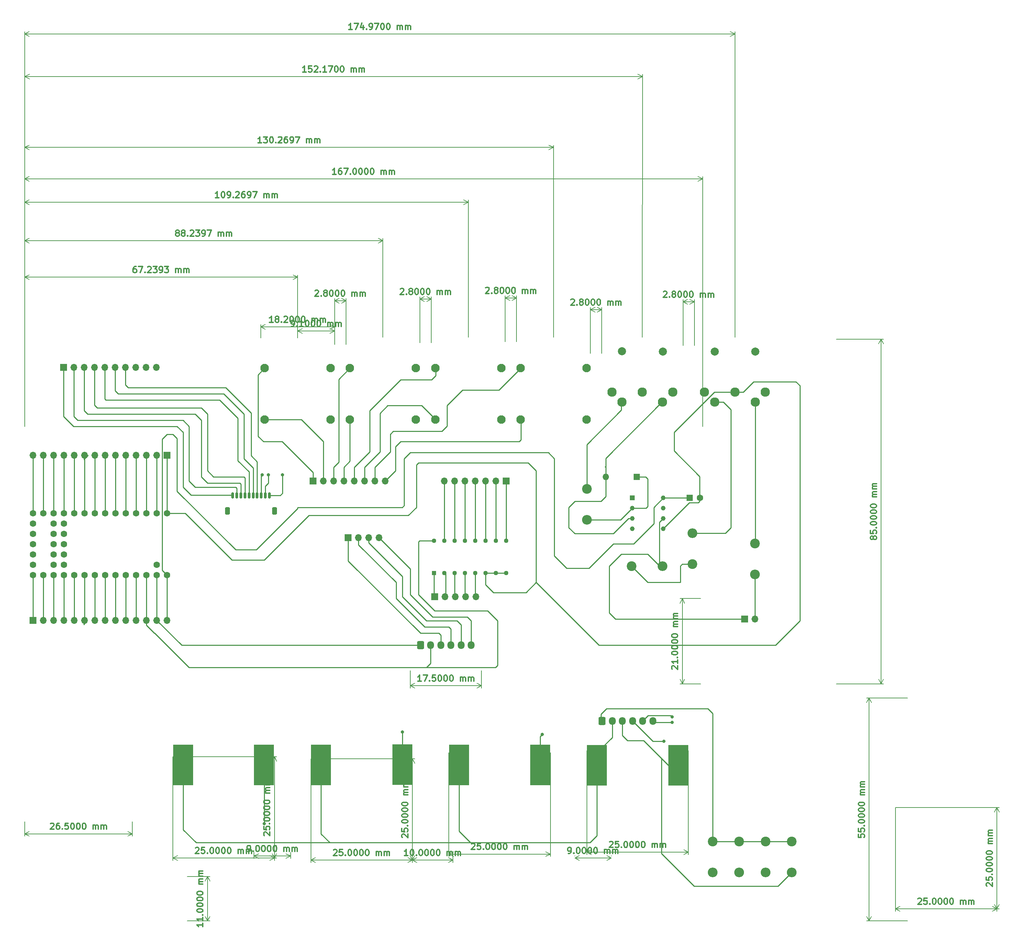
<source format=gbr>
%TF.GenerationSoftware,KiCad,Pcbnew,(6.0.4)*%
%TF.CreationDate,2022-07-24T12:14:58+02:00*%
%TF.ProjectId,MHS_Mobile_Hardware_Sampler_V3,4d48535f-4d6f-4626-996c-655f48617264,rev?*%
%TF.SameCoordinates,Original*%
%TF.FileFunction,Copper,L1,Top*%
%TF.FilePolarity,Positive*%
%FSLAX46Y46*%
G04 Gerber Fmt 4.6, Leading zero omitted, Abs format (unit mm)*
G04 Created by KiCad (PCBNEW (6.0.4)) date 2022-07-24 12:14:58*
%MOMM*%
%LPD*%
G01*
G04 APERTURE LIST*
G04 Aperture macros list*
%AMRoundRect*
0 Rectangle with rounded corners*
0 $1 Rounding radius*
0 $2 $3 $4 $5 $6 $7 $8 $9 X,Y pos of 4 corners*
0 Add a 4 corners polygon primitive as box body*
4,1,4,$2,$3,$4,$5,$6,$7,$8,$9,$2,$3,0*
0 Add four circle primitives for the rounded corners*
1,1,$1+$1,$2,$3*
1,1,$1+$1,$4,$5*
1,1,$1+$1,$6,$7*
1,1,$1+$1,$8,$9*
0 Add four rect primitives between the rounded corners*
20,1,$1+$1,$2,$3,$4,$5,0*
20,1,$1+$1,$4,$5,$6,$7,0*
20,1,$1+$1,$6,$7,$8,$9,0*
20,1,$1+$1,$8,$9,$2,$3,0*%
G04 Aperture macros list end*
%ADD10C,0.300000*%
%TA.AperFunction,NonConductor*%
%ADD11C,0.300000*%
%TD*%
%TA.AperFunction,NonConductor*%
%ADD12C,0.200000*%
%TD*%
%TA.AperFunction,SMDPad,CuDef*%
%ADD13R,5.000000X10.000000*%
%TD*%
%TA.AperFunction,ComponentPad*%
%ADD14C,1.600000*%
%TD*%
%TA.AperFunction,ComponentPad*%
%ADD15R,1.700000X1.700000*%
%TD*%
%TA.AperFunction,ComponentPad*%
%ADD16O,1.700000X1.700000*%
%TD*%
%TA.AperFunction,ComponentPad*%
%ADD17C,2.400000*%
%TD*%
%TA.AperFunction,ComponentPad*%
%ADD18O,2.400000X2.400000*%
%TD*%
%TA.AperFunction,ComponentPad*%
%ADD19R,1.160000X1.160000*%
%TD*%
%TA.AperFunction,ComponentPad*%
%ADD20C,1.160000*%
%TD*%
%TA.AperFunction,ComponentPad*%
%ADD21RoundRect,0.250000X-0.600000X-0.725000X0.600000X-0.725000X0.600000X0.725000X-0.600000X0.725000X0*%
%TD*%
%TA.AperFunction,ComponentPad*%
%ADD22O,1.700000X1.950000*%
%TD*%
%TA.AperFunction,SMDPad,CuDef*%
%ADD23RoundRect,0.150000X-0.150000X-0.625000X0.150000X-0.625000X0.150000X0.625000X-0.150000X0.625000X0*%
%TD*%
%TA.AperFunction,SMDPad,CuDef*%
%ADD24RoundRect,0.250000X-0.350000X-0.650000X0.350000X-0.650000X0.350000X0.650000X-0.350000X0.650000X0*%
%TD*%
%TA.AperFunction,ComponentPad*%
%ADD25C,2.000000*%
%TD*%
%TA.AperFunction,ComponentPad*%
%ADD26C,2.300000*%
%TD*%
%TA.AperFunction,ComponentPad*%
%ADD27C,2.100000*%
%TD*%
%TA.AperFunction,ComponentPad*%
%ADD28R,1.600000X1.600000*%
%TD*%
%TA.AperFunction,ComponentPad*%
%ADD29O,1.600000X1.600000*%
%TD*%
%TA.AperFunction,ComponentPad*%
%ADD30R,1.130000X1.130000*%
%TD*%
%TA.AperFunction,ComponentPad*%
%ADD31C,1.130000*%
%TD*%
%TA.AperFunction,ViaPad*%
%ADD32C,0.800000*%
%TD*%
%TA.AperFunction,Conductor*%
%ADD33C,0.250000*%
%TD*%
G04 APERTURE END LIST*
D10*
D11*
X237071428Y-156021428D02*
X237142857Y-155950000D01*
X237285714Y-155878571D01*
X237642857Y-155878571D01*
X237785714Y-155950000D01*
X237857142Y-156021428D01*
X237928571Y-156164285D01*
X237928571Y-156307142D01*
X237857142Y-156521428D01*
X237000000Y-157378571D01*
X237928571Y-157378571D01*
X239285714Y-155878571D02*
X238571428Y-155878571D01*
X238500000Y-156592857D01*
X238571428Y-156521428D01*
X238714285Y-156450000D01*
X239071428Y-156450000D01*
X239214285Y-156521428D01*
X239285714Y-156592857D01*
X239357142Y-156735714D01*
X239357142Y-157092857D01*
X239285714Y-157235714D01*
X239214285Y-157307142D01*
X239071428Y-157378571D01*
X238714285Y-157378571D01*
X238571428Y-157307142D01*
X238500000Y-157235714D01*
X240000000Y-157235714D02*
X240071428Y-157307142D01*
X240000000Y-157378571D01*
X239928571Y-157307142D01*
X240000000Y-157235714D01*
X240000000Y-157378571D01*
X241000000Y-155878571D02*
X241142857Y-155878571D01*
X241285714Y-155950000D01*
X241357142Y-156021428D01*
X241428571Y-156164285D01*
X241500000Y-156450000D01*
X241500000Y-156807142D01*
X241428571Y-157092857D01*
X241357142Y-157235714D01*
X241285714Y-157307142D01*
X241142857Y-157378571D01*
X241000000Y-157378571D01*
X240857142Y-157307142D01*
X240785714Y-157235714D01*
X240714285Y-157092857D01*
X240642857Y-156807142D01*
X240642857Y-156450000D01*
X240714285Y-156164285D01*
X240785714Y-156021428D01*
X240857142Y-155950000D01*
X241000000Y-155878571D01*
X242428571Y-155878571D02*
X242571428Y-155878571D01*
X242714285Y-155950000D01*
X242785714Y-156021428D01*
X242857142Y-156164285D01*
X242928571Y-156450000D01*
X242928571Y-156807142D01*
X242857142Y-157092857D01*
X242785714Y-157235714D01*
X242714285Y-157307142D01*
X242571428Y-157378571D01*
X242428571Y-157378571D01*
X242285714Y-157307142D01*
X242214285Y-157235714D01*
X242142857Y-157092857D01*
X242071428Y-156807142D01*
X242071428Y-156450000D01*
X242142857Y-156164285D01*
X242214285Y-156021428D01*
X242285714Y-155950000D01*
X242428571Y-155878571D01*
X243857142Y-155878571D02*
X244000000Y-155878571D01*
X244142857Y-155950000D01*
X244214285Y-156021428D01*
X244285714Y-156164285D01*
X244357142Y-156450000D01*
X244357142Y-156807142D01*
X244285714Y-157092857D01*
X244214285Y-157235714D01*
X244142857Y-157307142D01*
X244000000Y-157378571D01*
X243857142Y-157378571D01*
X243714285Y-157307142D01*
X243642857Y-157235714D01*
X243571428Y-157092857D01*
X243500000Y-156807142D01*
X243500000Y-156450000D01*
X243571428Y-156164285D01*
X243642857Y-156021428D01*
X243714285Y-155950000D01*
X243857142Y-155878571D01*
X245285714Y-155878571D02*
X245428571Y-155878571D01*
X245571428Y-155950000D01*
X245642857Y-156021428D01*
X245714285Y-156164285D01*
X245785714Y-156450000D01*
X245785714Y-156807142D01*
X245714285Y-157092857D01*
X245642857Y-157235714D01*
X245571428Y-157307142D01*
X245428571Y-157378571D01*
X245285714Y-157378571D01*
X245142857Y-157307142D01*
X245071428Y-157235714D01*
X245000000Y-157092857D01*
X244928571Y-156807142D01*
X244928571Y-156450000D01*
X245000000Y-156164285D01*
X245071428Y-156021428D01*
X245142857Y-155950000D01*
X245285714Y-155878571D01*
X247571428Y-157378571D02*
X247571428Y-156378571D01*
X247571428Y-156521428D02*
X247642857Y-156450000D01*
X247785714Y-156378571D01*
X248000000Y-156378571D01*
X248142857Y-156450000D01*
X248214285Y-156592857D01*
X248214285Y-157378571D01*
X248214285Y-156592857D02*
X248285714Y-156450000D01*
X248428571Y-156378571D01*
X248642857Y-156378571D01*
X248785714Y-156450000D01*
X248857142Y-156592857D01*
X248857142Y-157378571D01*
X249571428Y-157378571D02*
X249571428Y-156378571D01*
X249571428Y-156521428D02*
X249642857Y-156450000D01*
X249785714Y-156378571D01*
X250000000Y-156378571D01*
X250142857Y-156450000D01*
X250214285Y-156592857D01*
X250214285Y-157378571D01*
X250214285Y-156592857D02*
X250285714Y-156450000D01*
X250428571Y-156378571D01*
X250642857Y-156378571D01*
X250785714Y-156450000D01*
X250857142Y-156592857D01*
X250857142Y-157378571D01*
D12*
X231500000Y-133500000D02*
X231500000Y-159086420D01*
X256500000Y-133500000D02*
X256500000Y-159086420D01*
X231500000Y-158500000D02*
X256500000Y-158500000D01*
X231500000Y-158500000D02*
X256500000Y-158500000D01*
X231500000Y-158500000D02*
X232626504Y-159086421D01*
X231500000Y-158500000D02*
X232626504Y-157913579D01*
X256500000Y-158500000D02*
X255373496Y-157913579D01*
X256500000Y-158500000D02*
X255373496Y-159086421D01*
D10*
D11*
X222378571Y-140142857D02*
X222378571Y-140857142D01*
X223092857Y-140928571D01*
X223021428Y-140857142D01*
X222950000Y-140714285D01*
X222950000Y-140357142D01*
X223021428Y-140214285D01*
X223092857Y-140142857D01*
X223235714Y-140071428D01*
X223592857Y-140071428D01*
X223735714Y-140142857D01*
X223807142Y-140214285D01*
X223878571Y-140357142D01*
X223878571Y-140714285D01*
X223807142Y-140857142D01*
X223735714Y-140928571D01*
X222378571Y-138714285D02*
X222378571Y-139428571D01*
X223092857Y-139500000D01*
X223021428Y-139428571D01*
X222950000Y-139285714D01*
X222950000Y-138928571D01*
X223021428Y-138785714D01*
X223092857Y-138714285D01*
X223235714Y-138642857D01*
X223592857Y-138642857D01*
X223735714Y-138714285D01*
X223807142Y-138785714D01*
X223878571Y-138928571D01*
X223878571Y-139285714D01*
X223807142Y-139428571D01*
X223735714Y-139500000D01*
X223735714Y-138000000D02*
X223807142Y-137928571D01*
X223878571Y-138000000D01*
X223807142Y-138071428D01*
X223735714Y-138000000D01*
X223878571Y-138000000D01*
X222378571Y-137000000D02*
X222378571Y-136857142D01*
X222450000Y-136714285D01*
X222521428Y-136642857D01*
X222664285Y-136571428D01*
X222950000Y-136500000D01*
X223307142Y-136500000D01*
X223592857Y-136571428D01*
X223735714Y-136642857D01*
X223807142Y-136714285D01*
X223878571Y-136857142D01*
X223878571Y-137000000D01*
X223807142Y-137142857D01*
X223735714Y-137214285D01*
X223592857Y-137285714D01*
X223307142Y-137357142D01*
X222950000Y-137357142D01*
X222664285Y-137285714D01*
X222521428Y-137214285D01*
X222450000Y-137142857D01*
X222378571Y-137000000D01*
X222378571Y-135571428D02*
X222378571Y-135428571D01*
X222450000Y-135285714D01*
X222521428Y-135214285D01*
X222664285Y-135142857D01*
X222950000Y-135071428D01*
X223307142Y-135071428D01*
X223592857Y-135142857D01*
X223735714Y-135214285D01*
X223807142Y-135285714D01*
X223878571Y-135428571D01*
X223878571Y-135571428D01*
X223807142Y-135714285D01*
X223735714Y-135785714D01*
X223592857Y-135857142D01*
X223307142Y-135928571D01*
X222950000Y-135928571D01*
X222664285Y-135857142D01*
X222521428Y-135785714D01*
X222450000Y-135714285D01*
X222378571Y-135571428D01*
X222378571Y-134142857D02*
X222378571Y-134000000D01*
X222450000Y-133857142D01*
X222521428Y-133785714D01*
X222664285Y-133714285D01*
X222950000Y-133642857D01*
X223307142Y-133642857D01*
X223592857Y-133714285D01*
X223735714Y-133785714D01*
X223807142Y-133857142D01*
X223878571Y-134000000D01*
X223878571Y-134142857D01*
X223807142Y-134285714D01*
X223735714Y-134357142D01*
X223592857Y-134428571D01*
X223307142Y-134500000D01*
X222950000Y-134500000D01*
X222664285Y-134428571D01*
X222521428Y-134357142D01*
X222450000Y-134285714D01*
X222378571Y-134142857D01*
X222378571Y-132714285D02*
X222378571Y-132571428D01*
X222450000Y-132428571D01*
X222521428Y-132357142D01*
X222664285Y-132285714D01*
X222950000Y-132214285D01*
X223307142Y-132214285D01*
X223592857Y-132285714D01*
X223735714Y-132357142D01*
X223807142Y-132428571D01*
X223878571Y-132571428D01*
X223878571Y-132714285D01*
X223807142Y-132857142D01*
X223735714Y-132928571D01*
X223592857Y-133000000D01*
X223307142Y-133071428D01*
X222950000Y-133071428D01*
X222664285Y-133000000D01*
X222521428Y-132928571D01*
X222450000Y-132857142D01*
X222378571Y-132714285D01*
X223878571Y-130428571D02*
X222878571Y-130428571D01*
X223021428Y-130428571D02*
X222950000Y-130357142D01*
X222878571Y-130214285D01*
X222878571Y-130000000D01*
X222950000Y-129857142D01*
X223092857Y-129785714D01*
X223878571Y-129785714D01*
X223092857Y-129785714D02*
X222950000Y-129714285D01*
X222878571Y-129571428D01*
X222878571Y-129357142D01*
X222950000Y-129214285D01*
X223092857Y-129142857D01*
X223878571Y-129142857D01*
X223878571Y-128428571D02*
X222878571Y-128428571D01*
X223021428Y-128428571D02*
X222950000Y-128357142D01*
X222878571Y-128214285D01*
X222878571Y-128000000D01*
X222950000Y-127857142D01*
X223092857Y-127785714D01*
X223878571Y-127785714D01*
X223092857Y-127785714D02*
X222950000Y-127714285D01*
X222878571Y-127571428D01*
X222878571Y-127357142D01*
X222950000Y-127214285D01*
X223092857Y-127142857D01*
X223878571Y-127142857D01*
D12*
X234500000Y-106500000D02*
X224413580Y-106500000D01*
X234500000Y-161500000D02*
X224413580Y-161500000D01*
X225000000Y-106500000D02*
X225000000Y-161500000D01*
X225000000Y-106500000D02*
X225000000Y-161500000D01*
X225000000Y-106500000D02*
X224413579Y-107626504D01*
X225000000Y-106500000D02*
X225586421Y-107626504D01*
X225000000Y-161500000D02*
X225586421Y-160373496D01*
X225000000Y-161500000D02*
X224413579Y-160373496D01*
D10*
D11*
X161071428Y-142021428D02*
X161142857Y-141950000D01*
X161285714Y-141878571D01*
X161642857Y-141878571D01*
X161785714Y-141950000D01*
X161857142Y-142021428D01*
X161928571Y-142164285D01*
X161928571Y-142307142D01*
X161857142Y-142521428D01*
X161000000Y-143378571D01*
X161928571Y-143378571D01*
X163285714Y-141878571D02*
X162571428Y-141878571D01*
X162500000Y-142592857D01*
X162571428Y-142521428D01*
X162714285Y-142450000D01*
X163071428Y-142450000D01*
X163214285Y-142521428D01*
X163285714Y-142592857D01*
X163357142Y-142735714D01*
X163357142Y-143092857D01*
X163285714Y-143235714D01*
X163214285Y-143307142D01*
X163071428Y-143378571D01*
X162714285Y-143378571D01*
X162571428Y-143307142D01*
X162500000Y-143235714D01*
X164000000Y-143235714D02*
X164071428Y-143307142D01*
X164000000Y-143378571D01*
X163928571Y-143307142D01*
X164000000Y-143235714D01*
X164000000Y-143378571D01*
X165000000Y-141878571D02*
X165142857Y-141878571D01*
X165285714Y-141950000D01*
X165357142Y-142021428D01*
X165428571Y-142164285D01*
X165500000Y-142450000D01*
X165500000Y-142807142D01*
X165428571Y-143092857D01*
X165357142Y-143235714D01*
X165285714Y-143307142D01*
X165142857Y-143378571D01*
X165000000Y-143378571D01*
X164857142Y-143307142D01*
X164785714Y-143235714D01*
X164714285Y-143092857D01*
X164642857Y-142807142D01*
X164642857Y-142450000D01*
X164714285Y-142164285D01*
X164785714Y-142021428D01*
X164857142Y-141950000D01*
X165000000Y-141878571D01*
X166428571Y-141878571D02*
X166571428Y-141878571D01*
X166714285Y-141950000D01*
X166785714Y-142021428D01*
X166857142Y-142164285D01*
X166928571Y-142450000D01*
X166928571Y-142807142D01*
X166857142Y-143092857D01*
X166785714Y-143235714D01*
X166714285Y-143307142D01*
X166571428Y-143378571D01*
X166428571Y-143378571D01*
X166285714Y-143307142D01*
X166214285Y-143235714D01*
X166142857Y-143092857D01*
X166071428Y-142807142D01*
X166071428Y-142450000D01*
X166142857Y-142164285D01*
X166214285Y-142021428D01*
X166285714Y-141950000D01*
X166428571Y-141878571D01*
X167857142Y-141878571D02*
X168000000Y-141878571D01*
X168142857Y-141950000D01*
X168214285Y-142021428D01*
X168285714Y-142164285D01*
X168357142Y-142450000D01*
X168357142Y-142807142D01*
X168285714Y-143092857D01*
X168214285Y-143235714D01*
X168142857Y-143307142D01*
X168000000Y-143378571D01*
X167857142Y-143378571D01*
X167714285Y-143307142D01*
X167642857Y-143235714D01*
X167571428Y-143092857D01*
X167500000Y-142807142D01*
X167500000Y-142450000D01*
X167571428Y-142164285D01*
X167642857Y-142021428D01*
X167714285Y-141950000D01*
X167857142Y-141878571D01*
X169285714Y-141878571D02*
X169428571Y-141878571D01*
X169571428Y-141950000D01*
X169642857Y-142021428D01*
X169714285Y-142164285D01*
X169785714Y-142450000D01*
X169785714Y-142807142D01*
X169714285Y-143092857D01*
X169642857Y-143235714D01*
X169571428Y-143307142D01*
X169428571Y-143378571D01*
X169285714Y-143378571D01*
X169142857Y-143307142D01*
X169071428Y-143235714D01*
X169000000Y-143092857D01*
X168928571Y-142807142D01*
X168928571Y-142450000D01*
X169000000Y-142164285D01*
X169071428Y-142021428D01*
X169142857Y-141950000D01*
X169285714Y-141878571D01*
X171571428Y-143378571D02*
X171571428Y-142378571D01*
X171571428Y-142521428D02*
X171642857Y-142450000D01*
X171785714Y-142378571D01*
X172000000Y-142378571D01*
X172142857Y-142450000D01*
X172214285Y-142592857D01*
X172214285Y-143378571D01*
X172214285Y-142592857D02*
X172285714Y-142450000D01*
X172428571Y-142378571D01*
X172642857Y-142378571D01*
X172785714Y-142450000D01*
X172857142Y-142592857D01*
X172857142Y-143378571D01*
X173571428Y-143378571D02*
X173571428Y-142378571D01*
X173571428Y-142521428D02*
X173642857Y-142450000D01*
X173785714Y-142378571D01*
X174000000Y-142378571D01*
X174142857Y-142450000D01*
X174214285Y-142592857D01*
X174214285Y-143378571D01*
X174214285Y-142592857D02*
X174285714Y-142450000D01*
X174428571Y-142378571D01*
X174642857Y-142378571D01*
X174785714Y-142450000D01*
X174857142Y-142592857D01*
X174857142Y-143378571D01*
D12*
X155500000Y-119500000D02*
X155500000Y-145086420D01*
X180500000Y-119500000D02*
X180500000Y-145086420D01*
X155500000Y-144500000D02*
X180500000Y-144500000D01*
X155500000Y-144500000D02*
X180500000Y-144500000D01*
X155500000Y-144500000D02*
X156626504Y-145086421D01*
X155500000Y-144500000D02*
X156626504Y-143913579D01*
X180500000Y-144500000D02*
X179373496Y-143913579D01*
X180500000Y-144500000D02*
X179373496Y-145086421D01*
D10*
D11*
X130555714Y-5376428D02*
X130627142Y-5305000D01*
X130770000Y-5233571D01*
X131127142Y-5233571D01*
X131270000Y-5305000D01*
X131341428Y-5376428D01*
X131412857Y-5519285D01*
X131412857Y-5662142D01*
X131341428Y-5876428D01*
X130484285Y-6733571D01*
X131412857Y-6733571D01*
X132055714Y-6590714D02*
X132127142Y-6662142D01*
X132055714Y-6733571D01*
X131984285Y-6662142D01*
X132055714Y-6590714D01*
X132055714Y-6733571D01*
X132984285Y-5876428D02*
X132841428Y-5805000D01*
X132770000Y-5733571D01*
X132698571Y-5590714D01*
X132698571Y-5519285D01*
X132770000Y-5376428D01*
X132841428Y-5305000D01*
X132984285Y-5233571D01*
X133270000Y-5233571D01*
X133412857Y-5305000D01*
X133484285Y-5376428D01*
X133555714Y-5519285D01*
X133555714Y-5590714D01*
X133484285Y-5733571D01*
X133412857Y-5805000D01*
X133270000Y-5876428D01*
X132984285Y-5876428D01*
X132841428Y-5947857D01*
X132770000Y-6019285D01*
X132698571Y-6162142D01*
X132698571Y-6447857D01*
X132770000Y-6590714D01*
X132841428Y-6662142D01*
X132984285Y-6733571D01*
X133270000Y-6733571D01*
X133412857Y-6662142D01*
X133484285Y-6590714D01*
X133555714Y-6447857D01*
X133555714Y-6162142D01*
X133484285Y-6019285D01*
X133412857Y-5947857D01*
X133270000Y-5876428D01*
X134484285Y-5233571D02*
X134627142Y-5233571D01*
X134770000Y-5305000D01*
X134841428Y-5376428D01*
X134912857Y-5519285D01*
X134984285Y-5805000D01*
X134984285Y-6162142D01*
X134912857Y-6447857D01*
X134841428Y-6590714D01*
X134770000Y-6662142D01*
X134627142Y-6733571D01*
X134484285Y-6733571D01*
X134341428Y-6662142D01*
X134270000Y-6590714D01*
X134198571Y-6447857D01*
X134127142Y-6162142D01*
X134127142Y-5805000D01*
X134198571Y-5519285D01*
X134270000Y-5376428D01*
X134341428Y-5305000D01*
X134484285Y-5233571D01*
X135912857Y-5233571D02*
X136055714Y-5233571D01*
X136198571Y-5305000D01*
X136270000Y-5376428D01*
X136341428Y-5519285D01*
X136412857Y-5805000D01*
X136412857Y-6162142D01*
X136341428Y-6447857D01*
X136270000Y-6590714D01*
X136198571Y-6662142D01*
X136055714Y-6733571D01*
X135912857Y-6733571D01*
X135770000Y-6662142D01*
X135698571Y-6590714D01*
X135627142Y-6447857D01*
X135555714Y-6162142D01*
X135555714Y-5805000D01*
X135627142Y-5519285D01*
X135698571Y-5376428D01*
X135770000Y-5305000D01*
X135912857Y-5233571D01*
X137341428Y-5233571D02*
X137484285Y-5233571D01*
X137627142Y-5305000D01*
X137698571Y-5376428D01*
X137770000Y-5519285D01*
X137841428Y-5805000D01*
X137841428Y-6162142D01*
X137770000Y-6447857D01*
X137698571Y-6590714D01*
X137627142Y-6662142D01*
X137484285Y-6733571D01*
X137341428Y-6733571D01*
X137198571Y-6662142D01*
X137127142Y-6590714D01*
X137055714Y-6447857D01*
X136984285Y-6162142D01*
X136984285Y-5805000D01*
X137055714Y-5519285D01*
X137127142Y-5376428D01*
X137198571Y-5305000D01*
X137341428Y-5233571D01*
X139627142Y-6733571D02*
X139627142Y-5733571D01*
X139627142Y-5876428D02*
X139698571Y-5805000D01*
X139841428Y-5733571D01*
X140055714Y-5733571D01*
X140198571Y-5805000D01*
X140270000Y-5947857D01*
X140270000Y-6733571D01*
X140270000Y-5947857D02*
X140341428Y-5805000D01*
X140484285Y-5733571D01*
X140698571Y-5733571D01*
X140841428Y-5805000D01*
X140912857Y-5947857D01*
X140912857Y-6733571D01*
X141627142Y-6733571D02*
X141627142Y-5733571D01*
X141627142Y-5876428D02*
X141698571Y-5805000D01*
X141841428Y-5733571D01*
X142055714Y-5733571D01*
X142198571Y-5805000D01*
X142270000Y-5947857D01*
X142270000Y-6733571D01*
X142270000Y-5947857D02*
X142341428Y-5805000D01*
X142484285Y-5733571D01*
X142698571Y-5733571D01*
X142841428Y-5805000D01*
X142912857Y-5947857D01*
X142912857Y-6733571D01*
D12*
X135370000Y-18590000D02*
X135370000Y-7268580D01*
X138170000Y-18590000D02*
X138170000Y-7268580D01*
X135370000Y-7855000D02*
X138170000Y-7855000D01*
X135370000Y-7855000D02*
X138170000Y-7855000D01*
X135370000Y-7855000D02*
X136496504Y-8441421D01*
X135370000Y-7855000D02*
X136496504Y-7268579D01*
X138170000Y-7855000D02*
X137043496Y-7268579D01*
X138170000Y-7855000D02*
X137043496Y-8441421D01*
D10*
D11*
X86319848Y47849945D02*
X85462705Y47850213D01*
X85891276Y47850079D02*
X85891745Y49350079D01*
X85748821Y49135838D01*
X85605919Y48993025D01*
X85463039Y48921641D01*
X87677459Y49349522D02*
X86963173Y49349745D01*
X86891522Y48635481D01*
X86962972Y48706887D01*
X87105852Y48778271D01*
X87462995Y48778160D01*
X87605830Y48706687D01*
X87677236Y48635236D01*
X87748620Y48492356D01*
X87748508Y48135214D01*
X87677035Y47992379D01*
X87605584Y47920973D01*
X87462705Y47849589D01*
X87105562Y47849700D01*
X86962727Y47921173D01*
X86891321Y47992624D01*
X88320271Y49206464D02*
X88391722Y49277870D01*
X88534602Y49349254D01*
X88891744Y49349143D01*
X89034579Y49277669D01*
X89105986Y49206218D01*
X89177369Y49063339D01*
X89177325Y48920482D01*
X89105829Y48706219D01*
X88248419Y47849343D01*
X89176990Y47849053D01*
X89819892Y47991710D02*
X89891298Y47920259D01*
X89819848Y47848853D01*
X89748441Y47920304D01*
X89819892Y47991710D01*
X89819848Y47848853D01*
X91319847Y47848385D02*
X90462705Y47848652D01*
X90891276Y47848518D02*
X90891744Y49348518D01*
X90748820Y49134277D01*
X90605919Y48991465D01*
X90463039Y48920081D01*
X91820316Y49348228D02*
X92820316Y49347916D01*
X92176990Y47848117D01*
X93677458Y49347649D02*
X93820316Y49347604D01*
X93963150Y49276131D01*
X94034557Y49204680D01*
X94105941Y49061801D01*
X94177280Y48776064D01*
X94177169Y48418921D01*
X94105651Y48133229D01*
X94034178Y47990394D01*
X93962727Y47918988D01*
X93819847Y47847604D01*
X93676990Y47847649D01*
X93534155Y47919122D01*
X93462749Y47990573D01*
X93391365Y48133452D01*
X93320026Y48419189D01*
X93320137Y48776332D01*
X93391655Y49062024D01*
X93463128Y49204858D01*
X93534579Y49276265D01*
X93677458Y49347649D01*
X95106030Y49347203D02*
X95248887Y49347158D01*
X95391722Y49275685D01*
X95463128Y49204234D01*
X95534512Y49061355D01*
X95605851Y48775618D01*
X95605740Y48418475D01*
X95534222Y48132783D01*
X95462749Y47989948D01*
X95391298Y47918542D01*
X95248419Y47847158D01*
X95105562Y47847203D01*
X94962727Y47918676D01*
X94891320Y47990127D01*
X94819937Y48133006D01*
X94748597Y48418743D01*
X94748709Y48775886D01*
X94820226Y49061578D01*
X94891700Y49204412D01*
X94963150Y49275819D01*
X95106030Y49347203D01*
X97391276Y47846489D02*
X97391588Y48846489D01*
X97391543Y48703632D02*
X97462994Y48775038D01*
X97605874Y48846422D01*
X97820159Y48846355D01*
X97962994Y48774882D01*
X98034378Y48632003D01*
X98034133Y47846289D01*
X98034378Y48632003D02*
X98105851Y48774838D01*
X98248731Y48846222D01*
X98463016Y48846155D01*
X98605851Y48774682D01*
X98677235Y48631802D01*
X98676990Y47846088D01*
X99391276Y47845865D02*
X99391588Y48845865D01*
X99391543Y48703008D02*
X99462994Y48774414D01*
X99605874Y48845798D01*
X99820159Y48845731D01*
X99962994Y48774258D01*
X100034378Y48631379D01*
X100034133Y47845664D01*
X100034378Y48631379D02*
X100105851Y48774213D01*
X100248731Y48845597D01*
X100463016Y48845531D01*
X100605851Y48774057D01*
X100677235Y48631178D01*
X100676990Y47845464D01*
D12*
X169170156Y-17547500D02*
X169190395Y47289069D01*
X17000156Y-17500000D02*
X17020395Y47336569D01*
X169190212Y46702649D02*
X17020212Y46750149D01*
X169190212Y46702649D02*
X17020212Y46750149D01*
X169190212Y46702649D02*
X168063891Y47289421D01*
X169190212Y46702649D02*
X168063525Y46116580D01*
X17020212Y46750149D02*
X18146533Y46163377D01*
X17020212Y46750149D02*
X18146899Y47336218D01*
D10*
D11*
X60878571Y-162071428D02*
X60878571Y-162928571D01*
X60878571Y-162500000D02*
X59378571Y-162500000D01*
X59592857Y-162642857D01*
X59735714Y-162785714D01*
X59807142Y-162928571D01*
X60878571Y-160642857D02*
X60878571Y-161500000D01*
X60878571Y-161071428D02*
X59378571Y-161071428D01*
X59592857Y-161214285D01*
X59735714Y-161357142D01*
X59807142Y-161500000D01*
X60735714Y-160000000D02*
X60807142Y-159928571D01*
X60878571Y-160000000D01*
X60807142Y-160071428D01*
X60735714Y-160000000D01*
X60878571Y-160000000D01*
X59378571Y-159000000D02*
X59378571Y-158857142D01*
X59450000Y-158714285D01*
X59521428Y-158642857D01*
X59664285Y-158571428D01*
X59950000Y-158500000D01*
X60307142Y-158500000D01*
X60592857Y-158571428D01*
X60735714Y-158642857D01*
X60807142Y-158714285D01*
X60878571Y-158857142D01*
X60878571Y-159000000D01*
X60807142Y-159142857D01*
X60735714Y-159214285D01*
X60592857Y-159285714D01*
X60307142Y-159357142D01*
X59950000Y-159357142D01*
X59664285Y-159285714D01*
X59521428Y-159214285D01*
X59450000Y-159142857D01*
X59378571Y-159000000D01*
X59378571Y-157571428D02*
X59378571Y-157428571D01*
X59450000Y-157285714D01*
X59521428Y-157214285D01*
X59664285Y-157142857D01*
X59950000Y-157071428D01*
X60307142Y-157071428D01*
X60592857Y-157142857D01*
X60735714Y-157214285D01*
X60807142Y-157285714D01*
X60878571Y-157428571D01*
X60878571Y-157571428D01*
X60807142Y-157714285D01*
X60735714Y-157785714D01*
X60592857Y-157857142D01*
X60307142Y-157928571D01*
X59950000Y-157928571D01*
X59664285Y-157857142D01*
X59521428Y-157785714D01*
X59450000Y-157714285D01*
X59378571Y-157571428D01*
X59378571Y-156142857D02*
X59378571Y-156000000D01*
X59450000Y-155857142D01*
X59521428Y-155785714D01*
X59664285Y-155714285D01*
X59950000Y-155642857D01*
X60307142Y-155642857D01*
X60592857Y-155714285D01*
X60735714Y-155785714D01*
X60807142Y-155857142D01*
X60878571Y-156000000D01*
X60878571Y-156142857D01*
X60807142Y-156285714D01*
X60735714Y-156357142D01*
X60592857Y-156428571D01*
X60307142Y-156500000D01*
X59950000Y-156500000D01*
X59664285Y-156428571D01*
X59521428Y-156357142D01*
X59450000Y-156285714D01*
X59378571Y-156142857D01*
X59378571Y-154714285D02*
X59378571Y-154571428D01*
X59450000Y-154428571D01*
X59521428Y-154357142D01*
X59664285Y-154285714D01*
X59950000Y-154214285D01*
X60307142Y-154214285D01*
X60592857Y-154285714D01*
X60735714Y-154357142D01*
X60807142Y-154428571D01*
X60878571Y-154571428D01*
X60878571Y-154714285D01*
X60807142Y-154857142D01*
X60735714Y-154928571D01*
X60592857Y-155000000D01*
X60307142Y-155071428D01*
X59950000Y-155071428D01*
X59664285Y-155000000D01*
X59521428Y-154928571D01*
X59450000Y-154857142D01*
X59378571Y-154714285D01*
X60878571Y-152428571D02*
X59878571Y-152428571D01*
X60021428Y-152428571D02*
X59950000Y-152357142D01*
X59878571Y-152214285D01*
X59878571Y-152000000D01*
X59950000Y-151857142D01*
X60092857Y-151785714D01*
X60878571Y-151785714D01*
X60092857Y-151785714D02*
X59950000Y-151714285D01*
X59878571Y-151571428D01*
X59878571Y-151357142D01*
X59950000Y-151214285D01*
X60092857Y-151142857D01*
X60878571Y-151142857D01*
X60878571Y-150428571D02*
X59878571Y-150428571D01*
X60021428Y-150428571D02*
X59950000Y-150357142D01*
X59878571Y-150214285D01*
X59878571Y-150000000D01*
X59950000Y-149857142D01*
X60092857Y-149785714D01*
X60878571Y-149785714D01*
X60092857Y-149785714D02*
X59950000Y-149714285D01*
X59878571Y-149571428D01*
X59878571Y-149357142D01*
X59950000Y-149214285D01*
X60092857Y-149142857D01*
X60878571Y-149142857D01*
D12*
X57000000Y-150500000D02*
X62586420Y-150500000D01*
X57000000Y-161500000D02*
X62586420Y-161500000D01*
X62000000Y-150500000D02*
X62000000Y-161500000D01*
X62000000Y-150500000D02*
X62000000Y-161500000D01*
X62000000Y-150500000D02*
X61413579Y-151626504D01*
X62000000Y-150500000D02*
X62586421Y-151626504D01*
X62000000Y-161500000D02*
X62586421Y-160373496D01*
X62000000Y-161500000D02*
X61413579Y-160373496D01*
D10*
D11*
X76021428Y-140428571D02*
X75950000Y-140357142D01*
X75878571Y-140214285D01*
X75878571Y-139857142D01*
X75950000Y-139714285D01*
X76021428Y-139642857D01*
X76164285Y-139571428D01*
X76307142Y-139571428D01*
X76521428Y-139642857D01*
X77378571Y-140500000D01*
X77378571Y-139571428D01*
X75878571Y-138214285D02*
X75878571Y-138928571D01*
X76592857Y-139000000D01*
X76521428Y-138928571D01*
X76450000Y-138785714D01*
X76450000Y-138428571D01*
X76521428Y-138285714D01*
X76592857Y-138214285D01*
X76735714Y-138142857D01*
X77092857Y-138142857D01*
X77235714Y-138214285D01*
X77307142Y-138285714D01*
X77378571Y-138428571D01*
X77378571Y-138785714D01*
X77307142Y-138928571D01*
X77235714Y-139000000D01*
X77235714Y-137500000D02*
X77307142Y-137428571D01*
X77378571Y-137500000D01*
X77307142Y-137571428D01*
X77235714Y-137500000D01*
X77378571Y-137500000D01*
X75878571Y-136500000D02*
X75878571Y-136357142D01*
X75950000Y-136214285D01*
X76021428Y-136142857D01*
X76164285Y-136071428D01*
X76450000Y-136000000D01*
X76807142Y-136000000D01*
X77092857Y-136071428D01*
X77235714Y-136142857D01*
X77307142Y-136214285D01*
X77378571Y-136357142D01*
X77378571Y-136500000D01*
X77307142Y-136642857D01*
X77235714Y-136714285D01*
X77092857Y-136785714D01*
X76807142Y-136857142D01*
X76450000Y-136857142D01*
X76164285Y-136785714D01*
X76021428Y-136714285D01*
X75950000Y-136642857D01*
X75878571Y-136500000D01*
X75878571Y-135071428D02*
X75878571Y-134928571D01*
X75950000Y-134785714D01*
X76021428Y-134714285D01*
X76164285Y-134642857D01*
X76450000Y-134571428D01*
X76807142Y-134571428D01*
X77092857Y-134642857D01*
X77235714Y-134714285D01*
X77307142Y-134785714D01*
X77378571Y-134928571D01*
X77378571Y-135071428D01*
X77307142Y-135214285D01*
X77235714Y-135285714D01*
X77092857Y-135357142D01*
X76807142Y-135428571D01*
X76450000Y-135428571D01*
X76164285Y-135357142D01*
X76021428Y-135285714D01*
X75950000Y-135214285D01*
X75878571Y-135071428D01*
X75878571Y-133642857D02*
X75878571Y-133500000D01*
X75950000Y-133357142D01*
X76021428Y-133285714D01*
X76164285Y-133214285D01*
X76450000Y-133142857D01*
X76807142Y-133142857D01*
X77092857Y-133214285D01*
X77235714Y-133285714D01*
X77307142Y-133357142D01*
X77378571Y-133500000D01*
X77378571Y-133642857D01*
X77307142Y-133785714D01*
X77235714Y-133857142D01*
X77092857Y-133928571D01*
X76807142Y-134000000D01*
X76450000Y-134000000D01*
X76164285Y-133928571D01*
X76021428Y-133857142D01*
X75950000Y-133785714D01*
X75878571Y-133642857D01*
X75878571Y-132214285D02*
X75878571Y-132071428D01*
X75950000Y-131928571D01*
X76021428Y-131857142D01*
X76164285Y-131785714D01*
X76450000Y-131714285D01*
X76807142Y-131714285D01*
X77092857Y-131785714D01*
X77235714Y-131857142D01*
X77307142Y-131928571D01*
X77378571Y-132071428D01*
X77378571Y-132214285D01*
X77307142Y-132357142D01*
X77235714Y-132428571D01*
X77092857Y-132500000D01*
X76807142Y-132571428D01*
X76450000Y-132571428D01*
X76164285Y-132500000D01*
X76021428Y-132428571D01*
X75950000Y-132357142D01*
X75878571Y-132214285D01*
X77378571Y-129928571D02*
X76378571Y-129928571D01*
X76521428Y-129928571D02*
X76450000Y-129857142D01*
X76378571Y-129714285D01*
X76378571Y-129500000D01*
X76450000Y-129357142D01*
X76592857Y-129285714D01*
X77378571Y-129285714D01*
X76592857Y-129285714D02*
X76450000Y-129214285D01*
X76378571Y-129071428D01*
X76378571Y-128857142D01*
X76450000Y-128714285D01*
X76592857Y-128642857D01*
X77378571Y-128642857D01*
X77378571Y-127928571D02*
X76378571Y-127928571D01*
X76521428Y-127928571D02*
X76450000Y-127857142D01*
X76378571Y-127714285D01*
X76378571Y-127500000D01*
X76450000Y-127357142D01*
X76592857Y-127285714D01*
X77378571Y-127285714D01*
X76592857Y-127285714D02*
X76450000Y-127214285D01*
X76378571Y-127071428D01*
X76378571Y-126857142D01*
X76450000Y-126714285D01*
X76592857Y-126642857D01*
X77378571Y-126642857D01*
D12*
X53500000Y-121000000D02*
X79086420Y-121000000D01*
X53500000Y-146000000D02*
X79086420Y-146000000D01*
X78500000Y-121000000D02*
X78500000Y-146000000D01*
X78500000Y-121000000D02*
X78500000Y-146000000D01*
X78500000Y-121000000D02*
X77913579Y-122126504D01*
X78500000Y-121000000D02*
X79086421Y-122126504D01*
X78500000Y-146000000D02*
X79086421Y-144873496D01*
X78500000Y-146000000D02*
X77913579Y-144873496D01*
D10*
D11*
X44405384Y-128572D02*
X44119670Y-128572D01*
X43976812Y-200001D01*
X43905384Y-271429D01*
X43762527Y-485715D01*
X43691098Y-771429D01*
X43691098Y-1342858D01*
X43762527Y-1485715D01*
X43833955Y-1557143D01*
X43976812Y-1628572D01*
X44262527Y-1628572D01*
X44405384Y-1557143D01*
X44476812Y-1485715D01*
X44548241Y-1342858D01*
X44548241Y-985715D01*
X44476812Y-842858D01*
X44405384Y-771429D01*
X44262527Y-700001D01*
X43976812Y-700001D01*
X43833955Y-771429D01*
X43762527Y-842858D01*
X43691098Y-985715D01*
X45048241Y-128572D02*
X46048241Y-128572D01*
X45405384Y-1628572D01*
X46619670Y-1485715D02*
X46691098Y-1557143D01*
X46619670Y-1628572D01*
X46548241Y-1557143D01*
X46619670Y-1485715D01*
X46619670Y-1628572D01*
X47262527Y-271429D02*
X47333955Y-200001D01*
X47476812Y-128572D01*
X47833955Y-128572D01*
X47976812Y-200001D01*
X48048241Y-271429D01*
X48119670Y-414286D01*
X48119670Y-557143D01*
X48048241Y-771429D01*
X47191098Y-1628572D01*
X48119670Y-1628572D01*
X48619670Y-128572D02*
X49548241Y-128572D01*
X49048241Y-700001D01*
X49262527Y-700001D01*
X49405384Y-771429D01*
X49476812Y-842858D01*
X49548241Y-985715D01*
X49548241Y-1342858D01*
X49476812Y-1485715D01*
X49405384Y-1557143D01*
X49262527Y-1628572D01*
X48833955Y-1628572D01*
X48691098Y-1557143D01*
X48619670Y-1485715D01*
X50262527Y-1628572D02*
X50548241Y-1628572D01*
X50691098Y-1557143D01*
X50762527Y-1485715D01*
X50905384Y-1271429D01*
X50976812Y-985715D01*
X50976812Y-414286D01*
X50905384Y-271429D01*
X50833955Y-200001D01*
X50691098Y-128572D01*
X50405384Y-128572D01*
X50262527Y-200001D01*
X50191098Y-271429D01*
X50119670Y-414286D01*
X50119670Y-771429D01*
X50191098Y-914286D01*
X50262527Y-985715D01*
X50405384Y-1057143D01*
X50691098Y-1057143D01*
X50833955Y-985715D01*
X50905384Y-914286D01*
X50976812Y-771429D01*
X51476812Y-128572D02*
X52405384Y-128572D01*
X51905384Y-700001D01*
X52119670Y-700001D01*
X52262527Y-771429D01*
X52333955Y-842858D01*
X52405384Y-985715D01*
X52405384Y-1342858D01*
X52333955Y-1485715D01*
X52262527Y-1557143D01*
X52119670Y-1628572D01*
X51691098Y-1628572D01*
X51548241Y-1557143D01*
X51476812Y-1485715D01*
X54191098Y-1628572D02*
X54191098Y-628572D01*
X54191098Y-771429D02*
X54262527Y-700001D01*
X54405384Y-628572D01*
X54619669Y-628572D01*
X54762527Y-700001D01*
X54833955Y-842858D01*
X54833955Y-1628572D01*
X54833955Y-842858D02*
X54905384Y-700001D01*
X55048241Y-628572D01*
X55262527Y-628572D01*
X55405384Y-700001D01*
X55476812Y-842858D01*
X55476812Y-1628572D01*
X56191098Y-1628572D02*
X56191098Y-628572D01*
X56191098Y-771429D02*
X56262527Y-700001D01*
X56405384Y-628572D01*
X56619669Y-628572D01*
X56762527Y-700001D01*
X56833955Y-842858D01*
X56833955Y-1628572D01*
X56833955Y-842858D02*
X56905384Y-700001D01*
X57048241Y-628572D01*
X57262527Y-628572D01*
X57405384Y-700001D01*
X57476812Y-842858D01*
X57476812Y-1628572D01*
D12*
X84239340Y-17500000D02*
X84239340Y-2163581D01*
X17000000Y-17500000D02*
X17000000Y-2163581D01*
X84239340Y-2750001D02*
X17000000Y-2750001D01*
X84239340Y-2750001D02*
X17000000Y-2750001D01*
X84239340Y-2750001D02*
X83112836Y-2163580D01*
X84239340Y-2750001D02*
X83112836Y-3336422D01*
X17000000Y-2750001D02*
X18126504Y-3336422D01*
X17000000Y-2750001D02*
X18126504Y-2163580D01*
D10*
D11*
X75349120Y30371428D02*
X74491977Y30371428D01*
X74920549Y30371428D02*
X74920549Y31871428D01*
X74777692Y31657142D01*
X74634835Y31514285D01*
X74491977Y31442857D01*
X75849120Y31871428D02*
X76777692Y31871428D01*
X76277692Y31300000D01*
X76491977Y31300000D01*
X76634835Y31228571D01*
X76706263Y31157142D01*
X76777692Y31014285D01*
X76777692Y30657142D01*
X76706263Y30514285D01*
X76634835Y30442857D01*
X76491977Y30371428D01*
X76063406Y30371428D01*
X75920549Y30442857D01*
X75849120Y30514285D01*
X77706263Y31871428D02*
X77849120Y31871428D01*
X77991977Y31800000D01*
X78063406Y31728571D01*
X78134835Y31585714D01*
X78206263Y31300000D01*
X78206263Y30942857D01*
X78134835Y30657142D01*
X78063406Y30514285D01*
X77991977Y30442857D01*
X77849120Y30371428D01*
X77706263Y30371428D01*
X77563406Y30442857D01*
X77491977Y30514285D01*
X77420549Y30657142D01*
X77349120Y30942857D01*
X77349120Y31300000D01*
X77420549Y31585714D01*
X77491977Y31728571D01*
X77563406Y31800000D01*
X77706263Y31871428D01*
X78849120Y30514285D02*
X78920549Y30442857D01*
X78849120Y30371428D01*
X78777692Y30442857D01*
X78849120Y30514285D01*
X78849120Y30371428D01*
X79491977Y31728571D02*
X79563406Y31800000D01*
X79706263Y31871428D01*
X80063406Y31871428D01*
X80206263Y31800000D01*
X80277692Y31728571D01*
X80349120Y31585714D01*
X80349120Y31442857D01*
X80277692Y31228571D01*
X79420549Y30371428D01*
X80349120Y30371428D01*
X81634835Y31871428D02*
X81349120Y31871428D01*
X81206263Y31800000D01*
X81134835Y31728571D01*
X80991977Y31514285D01*
X80920549Y31228571D01*
X80920549Y30657142D01*
X80991977Y30514285D01*
X81063406Y30442857D01*
X81206263Y30371428D01*
X81491977Y30371428D01*
X81634835Y30442857D01*
X81706263Y30514285D01*
X81777692Y30657142D01*
X81777692Y31014285D01*
X81706263Y31157142D01*
X81634835Y31228571D01*
X81491977Y31300000D01*
X81206263Y31300000D01*
X81063406Y31228571D01*
X80991977Y31157142D01*
X80920549Y31014285D01*
X82491977Y30371428D02*
X82777692Y30371428D01*
X82920549Y30442857D01*
X82991977Y30514285D01*
X83134835Y30728571D01*
X83206263Y31014285D01*
X83206263Y31585714D01*
X83134835Y31728571D01*
X83063406Y31800000D01*
X82920549Y31871428D01*
X82634835Y31871428D01*
X82491977Y31800000D01*
X82420549Y31728571D01*
X82349120Y31585714D01*
X82349120Y31228571D01*
X82420549Y31085714D01*
X82491977Y31014285D01*
X82634835Y30942857D01*
X82920549Y30942857D01*
X83063406Y31014285D01*
X83134835Y31085714D01*
X83206263Y31228571D01*
X83706263Y31871428D02*
X84706263Y31871428D01*
X84063406Y30371428D01*
X86420549Y30371428D02*
X86420549Y31371428D01*
X86420549Y31228571D02*
X86491977Y31300000D01*
X86634835Y31371428D01*
X86849120Y31371428D01*
X86991977Y31300000D01*
X87063406Y31157142D01*
X87063406Y30371428D01*
X87063406Y31157142D02*
X87134835Y31300000D01*
X87277692Y31371428D01*
X87491977Y31371428D01*
X87634835Y31300000D01*
X87706263Y31157142D01*
X87706263Y30371428D01*
X88420549Y30371428D02*
X88420549Y31371428D01*
X88420549Y31228571D02*
X88491977Y31300000D01*
X88634835Y31371428D01*
X88849120Y31371428D01*
X88991977Y31300000D01*
X89063406Y31157142D01*
X89063406Y30371428D01*
X89063406Y31157142D02*
X89134835Y31300000D01*
X89277692Y31371428D01*
X89491977Y31371428D01*
X89634835Y31300000D01*
X89706263Y31157142D01*
X89706263Y30371428D01*
D12*
X147269670Y-17500000D02*
X147269670Y29836420D01*
X17000000Y-17500000D02*
X17000000Y29836420D01*
X147269670Y29250000D02*
X17000000Y29250000D01*
X147269670Y29250000D02*
X17000000Y29250000D01*
X147269670Y29250000D02*
X146143166Y29836421D01*
X147269670Y29250000D02*
X146143166Y28663579D01*
X17000000Y29250000D02*
X18126504Y28663579D01*
X17000000Y29250000D02*
X18126504Y29836421D01*
D10*
D11*
X88525714Y-6061428D02*
X88597142Y-5990000D01*
X88740000Y-5918571D01*
X89097142Y-5918571D01*
X89240000Y-5990000D01*
X89311428Y-6061428D01*
X89382857Y-6204285D01*
X89382857Y-6347142D01*
X89311428Y-6561428D01*
X88454285Y-7418571D01*
X89382857Y-7418571D01*
X90025714Y-7275714D02*
X90097142Y-7347142D01*
X90025714Y-7418571D01*
X89954285Y-7347142D01*
X90025714Y-7275714D01*
X90025714Y-7418571D01*
X90954285Y-6561428D02*
X90811428Y-6490000D01*
X90740000Y-6418571D01*
X90668571Y-6275714D01*
X90668571Y-6204285D01*
X90740000Y-6061428D01*
X90811428Y-5990000D01*
X90954285Y-5918571D01*
X91240000Y-5918571D01*
X91382857Y-5990000D01*
X91454285Y-6061428D01*
X91525714Y-6204285D01*
X91525714Y-6275714D01*
X91454285Y-6418571D01*
X91382857Y-6490000D01*
X91240000Y-6561428D01*
X90954285Y-6561428D01*
X90811428Y-6632857D01*
X90740000Y-6704285D01*
X90668571Y-6847142D01*
X90668571Y-7132857D01*
X90740000Y-7275714D01*
X90811428Y-7347142D01*
X90954285Y-7418571D01*
X91240000Y-7418571D01*
X91382857Y-7347142D01*
X91454285Y-7275714D01*
X91525714Y-7132857D01*
X91525714Y-6847142D01*
X91454285Y-6704285D01*
X91382857Y-6632857D01*
X91240000Y-6561428D01*
X92454285Y-5918571D02*
X92597142Y-5918571D01*
X92740000Y-5990000D01*
X92811428Y-6061428D01*
X92882857Y-6204285D01*
X92954285Y-6490000D01*
X92954285Y-6847142D01*
X92882857Y-7132857D01*
X92811428Y-7275714D01*
X92740000Y-7347142D01*
X92597142Y-7418571D01*
X92454285Y-7418571D01*
X92311428Y-7347142D01*
X92240000Y-7275714D01*
X92168571Y-7132857D01*
X92097142Y-6847142D01*
X92097142Y-6490000D01*
X92168571Y-6204285D01*
X92240000Y-6061428D01*
X92311428Y-5990000D01*
X92454285Y-5918571D01*
X93882857Y-5918571D02*
X94025714Y-5918571D01*
X94168571Y-5990000D01*
X94240000Y-6061428D01*
X94311428Y-6204285D01*
X94382857Y-6490000D01*
X94382857Y-6847142D01*
X94311428Y-7132857D01*
X94240000Y-7275714D01*
X94168571Y-7347142D01*
X94025714Y-7418571D01*
X93882857Y-7418571D01*
X93740000Y-7347142D01*
X93668571Y-7275714D01*
X93597142Y-7132857D01*
X93525714Y-6847142D01*
X93525714Y-6490000D01*
X93597142Y-6204285D01*
X93668571Y-6061428D01*
X93740000Y-5990000D01*
X93882857Y-5918571D01*
X95311428Y-5918571D02*
X95454285Y-5918571D01*
X95597142Y-5990000D01*
X95668571Y-6061428D01*
X95740000Y-6204285D01*
X95811428Y-6490000D01*
X95811428Y-6847142D01*
X95740000Y-7132857D01*
X95668571Y-7275714D01*
X95597142Y-7347142D01*
X95454285Y-7418571D01*
X95311428Y-7418571D01*
X95168571Y-7347142D01*
X95097142Y-7275714D01*
X95025714Y-7132857D01*
X94954285Y-6847142D01*
X94954285Y-6490000D01*
X95025714Y-6204285D01*
X95097142Y-6061428D01*
X95168571Y-5990000D01*
X95311428Y-5918571D01*
X97597142Y-7418571D02*
X97597142Y-6418571D01*
X97597142Y-6561428D02*
X97668571Y-6490000D01*
X97811428Y-6418571D01*
X98025714Y-6418571D01*
X98168571Y-6490000D01*
X98240000Y-6632857D01*
X98240000Y-7418571D01*
X98240000Y-6632857D02*
X98311428Y-6490000D01*
X98454285Y-6418571D01*
X98668571Y-6418571D01*
X98811428Y-6490000D01*
X98882857Y-6632857D01*
X98882857Y-7418571D01*
X99597142Y-7418571D02*
X99597142Y-6418571D01*
X99597142Y-6561428D02*
X99668571Y-6490000D01*
X99811428Y-6418571D01*
X100025714Y-6418571D01*
X100168571Y-6490000D01*
X100240000Y-6632857D01*
X100240000Y-7418571D01*
X100240000Y-6632857D02*
X100311428Y-6490000D01*
X100454285Y-6418571D01*
X100668571Y-6418571D01*
X100811428Y-6490000D01*
X100882857Y-6632857D01*
X100882857Y-7418571D01*
D12*
X93340000Y-19275000D02*
X93340000Y-7953580D01*
X96140000Y-19275000D02*
X96140000Y-7953580D01*
X93340000Y-8540000D02*
X96140000Y-8540000D01*
X93340000Y-8540000D02*
X96140000Y-8540000D01*
X93340000Y-8540000D02*
X94466504Y-9126421D01*
X93340000Y-8540000D02*
X94466504Y-7953579D01*
X96140000Y-8540000D02*
X95013496Y-7953579D01*
X96140000Y-8540000D02*
X95013496Y-9126421D01*
D10*
D11*
X59071428Y-143521428D02*
X59142857Y-143450000D01*
X59285714Y-143378571D01*
X59642857Y-143378571D01*
X59785714Y-143450000D01*
X59857142Y-143521428D01*
X59928571Y-143664285D01*
X59928571Y-143807142D01*
X59857142Y-144021428D01*
X59000000Y-144878571D01*
X59928571Y-144878571D01*
X61285714Y-143378571D02*
X60571428Y-143378571D01*
X60500000Y-144092857D01*
X60571428Y-144021428D01*
X60714285Y-143950000D01*
X61071428Y-143950000D01*
X61214285Y-144021428D01*
X61285714Y-144092857D01*
X61357142Y-144235714D01*
X61357142Y-144592857D01*
X61285714Y-144735714D01*
X61214285Y-144807142D01*
X61071428Y-144878571D01*
X60714285Y-144878571D01*
X60571428Y-144807142D01*
X60500000Y-144735714D01*
X62000000Y-144735714D02*
X62071428Y-144807142D01*
X62000000Y-144878571D01*
X61928571Y-144807142D01*
X62000000Y-144735714D01*
X62000000Y-144878571D01*
X63000000Y-143378571D02*
X63142857Y-143378571D01*
X63285714Y-143450000D01*
X63357142Y-143521428D01*
X63428571Y-143664285D01*
X63500000Y-143950000D01*
X63500000Y-144307142D01*
X63428571Y-144592857D01*
X63357142Y-144735714D01*
X63285714Y-144807142D01*
X63142857Y-144878571D01*
X63000000Y-144878571D01*
X62857142Y-144807142D01*
X62785714Y-144735714D01*
X62714285Y-144592857D01*
X62642857Y-144307142D01*
X62642857Y-143950000D01*
X62714285Y-143664285D01*
X62785714Y-143521428D01*
X62857142Y-143450000D01*
X63000000Y-143378571D01*
X64428571Y-143378571D02*
X64571428Y-143378571D01*
X64714285Y-143450000D01*
X64785714Y-143521428D01*
X64857142Y-143664285D01*
X64928571Y-143950000D01*
X64928571Y-144307142D01*
X64857142Y-144592857D01*
X64785714Y-144735714D01*
X64714285Y-144807142D01*
X64571428Y-144878571D01*
X64428571Y-144878571D01*
X64285714Y-144807142D01*
X64214285Y-144735714D01*
X64142857Y-144592857D01*
X64071428Y-144307142D01*
X64071428Y-143950000D01*
X64142857Y-143664285D01*
X64214285Y-143521428D01*
X64285714Y-143450000D01*
X64428571Y-143378571D01*
X65857142Y-143378571D02*
X66000000Y-143378571D01*
X66142857Y-143450000D01*
X66214285Y-143521428D01*
X66285714Y-143664285D01*
X66357142Y-143950000D01*
X66357142Y-144307142D01*
X66285714Y-144592857D01*
X66214285Y-144735714D01*
X66142857Y-144807142D01*
X66000000Y-144878571D01*
X65857142Y-144878571D01*
X65714285Y-144807142D01*
X65642857Y-144735714D01*
X65571428Y-144592857D01*
X65500000Y-144307142D01*
X65500000Y-143950000D01*
X65571428Y-143664285D01*
X65642857Y-143521428D01*
X65714285Y-143450000D01*
X65857142Y-143378571D01*
X67285714Y-143378571D02*
X67428571Y-143378571D01*
X67571428Y-143450000D01*
X67642857Y-143521428D01*
X67714285Y-143664285D01*
X67785714Y-143950000D01*
X67785714Y-144307142D01*
X67714285Y-144592857D01*
X67642857Y-144735714D01*
X67571428Y-144807142D01*
X67428571Y-144878571D01*
X67285714Y-144878571D01*
X67142857Y-144807142D01*
X67071428Y-144735714D01*
X67000000Y-144592857D01*
X66928571Y-144307142D01*
X66928571Y-143950000D01*
X67000000Y-143664285D01*
X67071428Y-143521428D01*
X67142857Y-143450000D01*
X67285714Y-143378571D01*
X69571428Y-144878571D02*
X69571428Y-143878571D01*
X69571428Y-144021428D02*
X69642857Y-143950000D01*
X69785714Y-143878571D01*
X70000000Y-143878571D01*
X70142857Y-143950000D01*
X70214285Y-144092857D01*
X70214285Y-144878571D01*
X70214285Y-144092857D02*
X70285714Y-143950000D01*
X70428571Y-143878571D01*
X70642857Y-143878571D01*
X70785714Y-143950000D01*
X70857142Y-144092857D01*
X70857142Y-144878571D01*
X71571428Y-144878571D02*
X71571428Y-143878571D01*
X71571428Y-144021428D02*
X71642857Y-143950000D01*
X71785714Y-143878571D01*
X72000000Y-143878571D01*
X72142857Y-143950000D01*
X72214285Y-144092857D01*
X72214285Y-144878571D01*
X72214285Y-144092857D02*
X72285714Y-143950000D01*
X72428571Y-143878571D01*
X72642857Y-143878571D01*
X72785714Y-143950000D01*
X72857142Y-144092857D01*
X72857142Y-144878571D01*
D12*
X53500000Y-121000000D02*
X53500000Y-146586420D01*
X78500000Y-121000000D02*
X78500000Y-146586420D01*
X53500000Y-146000000D02*
X78500000Y-146000000D01*
X53500000Y-146000000D02*
X78500000Y-146000000D01*
X53500000Y-146000000D02*
X54626504Y-146586421D01*
X53500000Y-146000000D02*
X54626504Y-145413579D01*
X78500000Y-146000000D02*
X77373496Y-145413579D01*
X78500000Y-146000000D02*
X77373496Y-146586421D01*
D10*
D11*
X93071428Y-144021428D02*
X93142857Y-143950000D01*
X93285714Y-143878571D01*
X93642857Y-143878571D01*
X93785714Y-143950000D01*
X93857142Y-144021428D01*
X93928571Y-144164285D01*
X93928571Y-144307142D01*
X93857142Y-144521428D01*
X93000000Y-145378571D01*
X93928571Y-145378571D01*
X95285714Y-143878571D02*
X94571428Y-143878571D01*
X94500000Y-144592857D01*
X94571428Y-144521428D01*
X94714285Y-144450000D01*
X95071428Y-144450000D01*
X95214285Y-144521428D01*
X95285714Y-144592857D01*
X95357142Y-144735714D01*
X95357142Y-145092857D01*
X95285714Y-145235714D01*
X95214285Y-145307142D01*
X95071428Y-145378571D01*
X94714285Y-145378571D01*
X94571428Y-145307142D01*
X94500000Y-145235714D01*
X96000000Y-145235714D02*
X96071428Y-145307142D01*
X96000000Y-145378571D01*
X95928571Y-145307142D01*
X96000000Y-145235714D01*
X96000000Y-145378571D01*
X97000000Y-143878571D02*
X97142857Y-143878571D01*
X97285714Y-143950000D01*
X97357142Y-144021428D01*
X97428571Y-144164285D01*
X97500000Y-144450000D01*
X97500000Y-144807142D01*
X97428571Y-145092857D01*
X97357142Y-145235714D01*
X97285714Y-145307142D01*
X97142857Y-145378571D01*
X97000000Y-145378571D01*
X96857142Y-145307142D01*
X96785714Y-145235714D01*
X96714285Y-145092857D01*
X96642857Y-144807142D01*
X96642857Y-144450000D01*
X96714285Y-144164285D01*
X96785714Y-144021428D01*
X96857142Y-143950000D01*
X97000000Y-143878571D01*
X98428571Y-143878571D02*
X98571428Y-143878571D01*
X98714285Y-143950000D01*
X98785714Y-144021428D01*
X98857142Y-144164285D01*
X98928571Y-144450000D01*
X98928571Y-144807142D01*
X98857142Y-145092857D01*
X98785714Y-145235714D01*
X98714285Y-145307142D01*
X98571428Y-145378571D01*
X98428571Y-145378571D01*
X98285714Y-145307142D01*
X98214285Y-145235714D01*
X98142857Y-145092857D01*
X98071428Y-144807142D01*
X98071428Y-144450000D01*
X98142857Y-144164285D01*
X98214285Y-144021428D01*
X98285714Y-143950000D01*
X98428571Y-143878571D01*
X99857142Y-143878571D02*
X100000000Y-143878571D01*
X100142857Y-143950000D01*
X100214285Y-144021428D01*
X100285714Y-144164285D01*
X100357142Y-144450000D01*
X100357142Y-144807142D01*
X100285714Y-145092857D01*
X100214285Y-145235714D01*
X100142857Y-145307142D01*
X100000000Y-145378571D01*
X99857142Y-145378571D01*
X99714285Y-145307142D01*
X99642857Y-145235714D01*
X99571428Y-145092857D01*
X99500000Y-144807142D01*
X99500000Y-144450000D01*
X99571428Y-144164285D01*
X99642857Y-144021428D01*
X99714285Y-143950000D01*
X99857142Y-143878571D01*
X101285714Y-143878571D02*
X101428571Y-143878571D01*
X101571428Y-143950000D01*
X101642857Y-144021428D01*
X101714285Y-144164285D01*
X101785714Y-144450000D01*
X101785714Y-144807142D01*
X101714285Y-145092857D01*
X101642857Y-145235714D01*
X101571428Y-145307142D01*
X101428571Y-145378571D01*
X101285714Y-145378571D01*
X101142857Y-145307142D01*
X101071428Y-145235714D01*
X101000000Y-145092857D01*
X100928571Y-144807142D01*
X100928571Y-144450000D01*
X101000000Y-144164285D01*
X101071428Y-144021428D01*
X101142857Y-143950000D01*
X101285714Y-143878571D01*
X103571428Y-145378571D02*
X103571428Y-144378571D01*
X103571428Y-144521428D02*
X103642857Y-144450000D01*
X103785714Y-144378571D01*
X104000000Y-144378571D01*
X104142857Y-144450000D01*
X104214285Y-144592857D01*
X104214285Y-145378571D01*
X104214285Y-144592857D02*
X104285714Y-144450000D01*
X104428571Y-144378571D01*
X104642857Y-144378571D01*
X104785714Y-144450000D01*
X104857142Y-144592857D01*
X104857142Y-145378571D01*
X105571428Y-145378571D02*
X105571428Y-144378571D01*
X105571428Y-144521428D02*
X105642857Y-144450000D01*
X105785714Y-144378571D01*
X106000000Y-144378571D01*
X106142857Y-144450000D01*
X106214285Y-144592857D01*
X106214285Y-145378571D01*
X106214285Y-144592857D02*
X106285714Y-144450000D01*
X106428571Y-144378571D01*
X106642857Y-144378571D01*
X106785714Y-144450000D01*
X106857142Y-144592857D01*
X106857142Y-145378571D01*
D12*
X87500000Y-121500000D02*
X87500000Y-147086420D01*
X112500000Y-121500000D02*
X112500000Y-147086420D01*
X87500000Y-146500000D02*
X112500000Y-146500000D01*
X87500000Y-146500000D02*
X112500000Y-146500000D01*
X87500000Y-146500000D02*
X88626504Y-147086421D01*
X87500000Y-146500000D02*
X88626504Y-145913579D01*
X112500000Y-146500000D02*
X111373496Y-145913579D01*
X112500000Y-146500000D02*
X111373496Y-147086421D01*
D10*
D11*
X114678571Y-102378571D02*
X113821428Y-102378571D01*
X114250000Y-102378571D02*
X114250000Y-100878571D01*
X114107142Y-101092857D01*
X113964285Y-101235714D01*
X113821428Y-101307142D01*
X115178571Y-100878571D02*
X116178571Y-100878571D01*
X115535714Y-102378571D01*
X116750000Y-102235714D02*
X116821428Y-102307142D01*
X116750000Y-102378571D01*
X116678571Y-102307142D01*
X116750000Y-102235714D01*
X116750000Y-102378571D01*
X118178571Y-100878571D02*
X117464285Y-100878571D01*
X117392857Y-101592857D01*
X117464285Y-101521428D01*
X117607142Y-101450000D01*
X117964285Y-101450000D01*
X118107142Y-101521428D01*
X118178571Y-101592857D01*
X118250000Y-101735714D01*
X118250000Y-102092857D01*
X118178571Y-102235714D01*
X118107142Y-102307142D01*
X117964285Y-102378571D01*
X117607142Y-102378571D01*
X117464285Y-102307142D01*
X117392857Y-102235714D01*
X119178571Y-100878571D02*
X119321428Y-100878571D01*
X119464285Y-100950000D01*
X119535714Y-101021428D01*
X119607142Y-101164285D01*
X119678571Y-101450000D01*
X119678571Y-101807142D01*
X119607142Y-102092857D01*
X119535714Y-102235714D01*
X119464285Y-102307142D01*
X119321428Y-102378571D01*
X119178571Y-102378571D01*
X119035714Y-102307142D01*
X118964285Y-102235714D01*
X118892857Y-102092857D01*
X118821428Y-101807142D01*
X118821428Y-101450000D01*
X118892857Y-101164285D01*
X118964285Y-101021428D01*
X119035714Y-100950000D01*
X119178571Y-100878571D01*
X120607142Y-100878571D02*
X120750000Y-100878571D01*
X120892857Y-100950000D01*
X120964285Y-101021428D01*
X121035714Y-101164285D01*
X121107142Y-101450000D01*
X121107142Y-101807142D01*
X121035714Y-102092857D01*
X120964285Y-102235714D01*
X120892857Y-102307142D01*
X120750000Y-102378571D01*
X120607142Y-102378571D01*
X120464285Y-102307142D01*
X120392857Y-102235714D01*
X120321428Y-102092857D01*
X120250000Y-101807142D01*
X120250000Y-101450000D01*
X120321428Y-101164285D01*
X120392857Y-101021428D01*
X120464285Y-100950000D01*
X120607142Y-100878571D01*
X122035714Y-100878571D02*
X122178571Y-100878571D01*
X122321428Y-100950000D01*
X122392857Y-101021428D01*
X122464285Y-101164285D01*
X122535714Y-101450000D01*
X122535714Y-101807142D01*
X122464285Y-102092857D01*
X122392857Y-102235714D01*
X122321428Y-102307142D01*
X122178571Y-102378571D01*
X122035714Y-102378571D01*
X121892857Y-102307142D01*
X121821428Y-102235714D01*
X121750000Y-102092857D01*
X121678571Y-101807142D01*
X121678571Y-101450000D01*
X121750000Y-101164285D01*
X121821428Y-101021428D01*
X121892857Y-100950000D01*
X122035714Y-100878571D01*
X124321428Y-102378571D02*
X124321428Y-101378571D01*
X124321428Y-101521428D02*
X124392857Y-101450000D01*
X124535714Y-101378571D01*
X124750000Y-101378571D01*
X124892857Y-101450000D01*
X124964285Y-101592857D01*
X124964285Y-102378571D01*
X124964285Y-101592857D02*
X125035714Y-101450000D01*
X125178571Y-101378571D01*
X125392857Y-101378571D01*
X125535714Y-101450000D01*
X125607142Y-101592857D01*
X125607142Y-102378571D01*
X126321428Y-102378571D02*
X126321428Y-101378571D01*
X126321428Y-101521428D02*
X126392857Y-101450000D01*
X126535714Y-101378571D01*
X126750000Y-101378571D01*
X126892857Y-101450000D01*
X126964285Y-101592857D01*
X126964285Y-102378571D01*
X126964285Y-101592857D02*
X127035714Y-101450000D01*
X127178571Y-101378571D01*
X127392857Y-101378571D01*
X127535714Y-101450000D01*
X127607142Y-101592857D01*
X127607142Y-102378571D01*
D12*
X112000000Y-99750000D02*
X112000000Y-104086420D01*
X129500000Y-99750000D02*
X129500000Y-104086420D01*
X112000000Y-103500000D02*
X129500000Y-103500000D01*
X112000000Y-103500000D02*
X129500000Y-103500000D01*
X112000000Y-103500000D02*
X113126504Y-104086421D01*
X112000000Y-103500000D02*
X113126504Y-102913579D01*
X129500000Y-103500000D02*
X128373496Y-102913579D01*
X129500000Y-103500000D02*
X128373496Y-104086421D01*
D10*
D11*
X71928571Y-144378571D02*
X72214285Y-144378571D01*
X72357142Y-144307142D01*
X72428571Y-144235714D01*
X72571428Y-144021428D01*
X72642857Y-143735714D01*
X72642857Y-143164285D01*
X72571428Y-143021428D01*
X72500000Y-142950000D01*
X72357142Y-142878571D01*
X72071428Y-142878571D01*
X71928571Y-142950000D01*
X71857142Y-143021428D01*
X71785714Y-143164285D01*
X71785714Y-143521428D01*
X71857142Y-143664285D01*
X71928571Y-143735714D01*
X72071428Y-143807142D01*
X72357142Y-143807142D01*
X72500000Y-143735714D01*
X72571428Y-143664285D01*
X72642857Y-143521428D01*
X73285714Y-144235714D02*
X73357142Y-144307142D01*
X73285714Y-144378571D01*
X73214285Y-144307142D01*
X73285714Y-144235714D01*
X73285714Y-144378571D01*
X74285714Y-142878571D02*
X74428571Y-142878571D01*
X74571428Y-142950000D01*
X74642857Y-143021428D01*
X74714285Y-143164285D01*
X74785714Y-143450000D01*
X74785714Y-143807142D01*
X74714285Y-144092857D01*
X74642857Y-144235714D01*
X74571428Y-144307142D01*
X74428571Y-144378571D01*
X74285714Y-144378571D01*
X74142857Y-144307142D01*
X74071428Y-144235714D01*
X74000000Y-144092857D01*
X73928571Y-143807142D01*
X73928571Y-143450000D01*
X74000000Y-143164285D01*
X74071428Y-143021428D01*
X74142857Y-142950000D01*
X74285714Y-142878571D01*
X75714285Y-142878571D02*
X75857142Y-142878571D01*
X76000000Y-142950000D01*
X76071428Y-143021428D01*
X76142857Y-143164285D01*
X76214285Y-143450000D01*
X76214285Y-143807142D01*
X76142857Y-144092857D01*
X76071428Y-144235714D01*
X76000000Y-144307142D01*
X75857142Y-144378571D01*
X75714285Y-144378571D01*
X75571428Y-144307142D01*
X75500000Y-144235714D01*
X75428571Y-144092857D01*
X75357142Y-143807142D01*
X75357142Y-143450000D01*
X75428571Y-143164285D01*
X75500000Y-143021428D01*
X75571428Y-142950000D01*
X75714285Y-142878571D01*
X77142857Y-142878571D02*
X77285714Y-142878571D01*
X77428571Y-142950000D01*
X77500000Y-143021428D01*
X77571428Y-143164285D01*
X77642857Y-143450000D01*
X77642857Y-143807142D01*
X77571428Y-144092857D01*
X77500000Y-144235714D01*
X77428571Y-144307142D01*
X77285714Y-144378571D01*
X77142857Y-144378571D01*
X77000000Y-144307142D01*
X76928571Y-144235714D01*
X76857142Y-144092857D01*
X76785714Y-143807142D01*
X76785714Y-143450000D01*
X76857142Y-143164285D01*
X76928571Y-143021428D01*
X77000000Y-142950000D01*
X77142857Y-142878571D01*
X78571428Y-142878571D02*
X78714285Y-142878571D01*
X78857142Y-142950000D01*
X78928571Y-143021428D01*
X79000000Y-143164285D01*
X79071428Y-143450000D01*
X79071428Y-143807142D01*
X79000000Y-144092857D01*
X78928571Y-144235714D01*
X78857142Y-144307142D01*
X78714285Y-144378571D01*
X78571428Y-144378571D01*
X78428571Y-144307142D01*
X78357142Y-144235714D01*
X78285714Y-144092857D01*
X78214285Y-143807142D01*
X78214285Y-143450000D01*
X78285714Y-143164285D01*
X78357142Y-143021428D01*
X78428571Y-142950000D01*
X78571428Y-142878571D01*
X80857142Y-144378571D02*
X80857142Y-143378571D01*
X80857142Y-143521428D02*
X80928571Y-143450000D01*
X81071428Y-143378571D01*
X81285714Y-143378571D01*
X81428571Y-143450000D01*
X81500000Y-143592857D01*
X81500000Y-144378571D01*
X81500000Y-143592857D02*
X81571428Y-143450000D01*
X81714285Y-143378571D01*
X81928571Y-143378571D01*
X82071428Y-143450000D01*
X82142857Y-143592857D01*
X82142857Y-144378571D01*
X82857142Y-144378571D02*
X82857142Y-143378571D01*
X82857142Y-143521428D02*
X82928571Y-143450000D01*
X83071428Y-143378571D01*
X83285714Y-143378571D01*
X83428571Y-143450000D01*
X83500000Y-143592857D01*
X83500000Y-144378571D01*
X83500000Y-143592857D02*
X83571428Y-143450000D01*
X83714285Y-143378571D01*
X83928571Y-143378571D01*
X84071428Y-143450000D01*
X84142857Y-143592857D01*
X84142857Y-144378571D01*
D12*
X73500000Y-144500000D02*
X73500000Y-146086420D01*
X82500000Y-144500000D02*
X82500000Y-146086420D01*
X73500000Y-145500000D02*
X82500000Y-145500000D01*
X73500000Y-145500000D02*
X82500000Y-145500000D01*
X73500000Y-145500000D02*
X74626504Y-146086421D01*
X73500000Y-145500000D02*
X74626504Y-144913579D01*
X82500000Y-145500000D02*
X81373496Y-144913579D01*
X82500000Y-145500000D02*
X81373496Y-146086421D01*
D10*
D11*
X97699285Y58371428D02*
X96842142Y58371428D01*
X97270714Y58371428D02*
X97270714Y59871428D01*
X97127857Y59657142D01*
X96985000Y59514285D01*
X96842142Y59442857D01*
X98199285Y59871428D02*
X99199285Y59871428D01*
X98556428Y58371428D01*
X100413571Y59371428D02*
X100413571Y58371428D01*
X100056428Y59942857D02*
X99699285Y58871428D01*
X100627857Y58871428D01*
X101199285Y58514285D02*
X101270714Y58442857D01*
X101199285Y58371428D01*
X101127857Y58442857D01*
X101199285Y58514285D01*
X101199285Y58371428D01*
X101985000Y58371428D02*
X102270714Y58371428D01*
X102413571Y58442857D01*
X102485000Y58514285D01*
X102627857Y58728571D01*
X102699285Y59014285D01*
X102699285Y59585714D01*
X102627857Y59728571D01*
X102556428Y59800000D01*
X102413571Y59871428D01*
X102127857Y59871428D01*
X101985000Y59800000D01*
X101913571Y59728571D01*
X101842142Y59585714D01*
X101842142Y59228571D01*
X101913571Y59085714D01*
X101985000Y59014285D01*
X102127857Y58942857D01*
X102413571Y58942857D01*
X102556428Y59014285D01*
X102627857Y59085714D01*
X102699285Y59228571D01*
X103199285Y59871428D02*
X104199285Y59871428D01*
X103556428Y58371428D01*
X105056428Y59871428D02*
X105199285Y59871428D01*
X105342142Y59800000D01*
X105413571Y59728571D01*
X105485000Y59585714D01*
X105556428Y59300000D01*
X105556428Y58942857D01*
X105485000Y58657142D01*
X105413571Y58514285D01*
X105342142Y58442857D01*
X105199285Y58371428D01*
X105056428Y58371428D01*
X104913571Y58442857D01*
X104842142Y58514285D01*
X104770714Y58657142D01*
X104699285Y58942857D01*
X104699285Y59300000D01*
X104770714Y59585714D01*
X104842142Y59728571D01*
X104913571Y59800000D01*
X105056428Y59871428D01*
X106485000Y59871428D02*
X106627857Y59871428D01*
X106770714Y59800000D01*
X106842142Y59728571D01*
X106913571Y59585714D01*
X106985000Y59300000D01*
X106985000Y58942857D01*
X106913571Y58657142D01*
X106842142Y58514285D01*
X106770714Y58442857D01*
X106627857Y58371428D01*
X106485000Y58371428D01*
X106342142Y58442857D01*
X106270714Y58514285D01*
X106199285Y58657142D01*
X106127857Y58942857D01*
X106127857Y59300000D01*
X106199285Y59585714D01*
X106270714Y59728571D01*
X106342142Y59800000D01*
X106485000Y59871428D01*
X108770714Y58371428D02*
X108770714Y59371428D01*
X108770714Y59228571D02*
X108842142Y59300000D01*
X108985000Y59371428D01*
X109199285Y59371428D01*
X109342142Y59300000D01*
X109413571Y59157142D01*
X109413571Y58371428D01*
X109413571Y59157142D02*
X109485000Y59300000D01*
X109627857Y59371428D01*
X109842142Y59371428D01*
X109985000Y59300000D01*
X110056428Y59157142D01*
X110056428Y58371428D01*
X110770714Y58371428D02*
X110770714Y59371428D01*
X110770714Y59228571D02*
X110842142Y59300000D01*
X110985000Y59371428D01*
X111199285Y59371428D01*
X111342142Y59300000D01*
X111413571Y59157142D01*
X111413571Y58371428D01*
X111413571Y59157142D02*
X111485000Y59300000D01*
X111627857Y59371428D01*
X111842142Y59371428D01*
X111985000Y59300000D01*
X112056428Y59157142D01*
X112056428Y58371428D01*
D12*
X191970000Y-17500000D02*
X191970000Y57836420D01*
X17000000Y-17500000D02*
X17000000Y57836420D01*
X191970000Y57250000D02*
X17000000Y57250000D01*
X191970000Y57250000D02*
X17000000Y57250000D01*
X191970000Y57250000D02*
X190843496Y57836421D01*
X191970000Y57250000D02*
X190843496Y56663579D01*
X17000000Y57250000D02*
X18126504Y56663579D01*
X17000000Y57250000D02*
X18126504Y57836421D01*
D10*
D11*
X127071428Y-142521428D02*
X127142857Y-142450000D01*
X127285714Y-142378571D01*
X127642857Y-142378571D01*
X127785714Y-142450000D01*
X127857142Y-142521428D01*
X127928571Y-142664285D01*
X127928571Y-142807142D01*
X127857142Y-143021428D01*
X127000000Y-143878571D01*
X127928571Y-143878571D01*
X129285714Y-142378571D02*
X128571428Y-142378571D01*
X128500000Y-143092857D01*
X128571428Y-143021428D01*
X128714285Y-142950000D01*
X129071428Y-142950000D01*
X129214285Y-143021428D01*
X129285714Y-143092857D01*
X129357142Y-143235714D01*
X129357142Y-143592857D01*
X129285714Y-143735714D01*
X129214285Y-143807142D01*
X129071428Y-143878571D01*
X128714285Y-143878571D01*
X128571428Y-143807142D01*
X128500000Y-143735714D01*
X130000000Y-143735714D02*
X130071428Y-143807142D01*
X130000000Y-143878571D01*
X129928571Y-143807142D01*
X130000000Y-143735714D01*
X130000000Y-143878571D01*
X131000000Y-142378571D02*
X131142857Y-142378571D01*
X131285714Y-142450000D01*
X131357142Y-142521428D01*
X131428571Y-142664285D01*
X131500000Y-142950000D01*
X131500000Y-143307142D01*
X131428571Y-143592857D01*
X131357142Y-143735714D01*
X131285714Y-143807142D01*
X131142857Y-143878571D01*
X131000000Y-143878571D01*
X130857142Y-143807142D01*
X130785714Y-143735714D01*
X130714285Y-143592857D01*
X130642857Y-143307142D01*
X130642857Y-142950000D01*
X130714285Y-142664285D01*
X130785714Y-142521428D01*
X130857142Y-142450000D01*
X131000000Y-142378571D01*
X132428571Y-142378571D02*
X132571428Y-142378571D01*
X132714285Y-142450000D01*
X132785714Y-142521428D01*
X132857142Y-142664285D01*
X132928571Y-142950000D01*
X132928571Y-143307142D01*
X132857142Y-143592857D01*
X132785714Y-143735714D01*
X132714285Y-143807142D01*
X132571428Y-143878571D01*
X132428571Y-143878571D01*
X132285714Y-143807142D01*
X132214285Y-143735714D01*
X132142857Y-143592857D01*
X132071428Y-143307142D01*
X132071428Y-142950000D01*
X132142857Y-142664285D01*
X132214285Y-142521428D01*
X132285714Y-142450000D01*
X132428571Y-142378571D01*
X133857142Y-142378571D02*
X134000000Y-142378571D01*
X134142857Y-142450000D01*
X134214285Y-142521428D01*
X134285714Y-142664285D01*
X134357142Y-142950000D01*
X134357142Y-143307142D01*
X134285714Y-143592857D01*
X134214285Y-143735714D01*
X134142857Y-143807142D01*
X134000000Y-143878571D01*
X133857142Y-143878571D01*
X133714285Y-143807142D01*
X133642857Y-143735714D01*
X133571428Y-143592857D01*
X133500000Y-143307142D01*
X133500000Y-142950000D01*
X133571428Y-142664285D01*
X133642857Y-142521428D01*
X133714285Y-142450000D01*
X133857142Y-142378571D01*
X135285714Y-142378571D02*
X135428571Y-142378571D01*
X135571428Y-142450000D01*
X135642857Y-142521428D01*
X135714285Y-142664285D01*
X135785714Y-142950000D01*
X135785714Y-143307142D01*
X135714285Y-143592857D01*
X135642857Y-143735714D01*
X135571428Y-143807142D01*
X135428571Y-143878571D01*
X135285714Y-143878571D01*
X135142857Y-143807142D01*
X135071428Y-143735714D01*
X135000000Y-143592857D01*
X134928571Y-143307142D01*
X134928571Y-142950000D01*
X135000000Y-142664285D01*
X135071428Y-142521428D01*
X135142857Y-142450000D01*
X135285714Y-142378571D01*
X137571428Y-143878571D02*
X137571428Y-142878571D01*
X137571428Y-143021428D02*
X137642857Y-142950000D01*
X137785714Y-142878571D01*
X138000000Y-142878571D01*
X138142857Y-142950000D01*
X138214285Y-143092857D01*
X138214285Y-143878571D01*
X138214285Y-143092857D02*
X138285714Y-142950000D01*
X138428571Y-142878571D01*
X138642857Y-142878571D01*
X138785714Y-142950000D01*
X138857142Y-143092857D01*
X138857142Y-143878571D01*
X139571428Y-143878571D02*
X139571428Y-142878571D01*
X139571428Y-143021428D02*
X139642857Y-142950000D01*
X139785714Y-142878571D01*
X140000000Y-142878571D01*
X140142857Y-142950000D01*
X140214285Y-143092857D01*
X140214285Y-143878571D01*
X140214285Y-143092857D02*
X140285714Y-142950000D01*
X140428571Y-142878571D01*
X140642857Y-142878571D01*
X140785714Y-142950000D01*
X140857142Y-143092857D01*
X140857142Y-143878571D01*
D12*
X121500000Y-120000000D02*
X121500000Y-145586420D01*
X146500000Y-120000000D02*
X146500000Y-145586420D01*
X121500000Y-145000000D02*
X146500000Y-145000000D01*
X121500000Y-145000000D02*
X146500000Y-145000000D01*
X121500000Y-145000000D02*
X122626504Y-145586421D01*
X121500000Y-145000000D02*
X122626504Y-144413579D01*
X146500000Y-145000000D02*
X145373496Y-144413579D01*
X146500000Y-145000000D02*
X145373496Y-145586421D01*
D10*
D11*
X226021428Y-67142857D02*
X225950000Y-67285714D01*
X225878571Y-67357142D01*
X225735714Y-67428571D01*
X225664285Y-67428571D01*
X225521428Y-67357142D01*
X225450000Y-67285714D01*
X225378571Y-67142857D01*
X225378571Y-66857142D01*
X225450000Y-66714285D01*
X225521428Y-66642857D01*
X225664285Y-66571428D01*
X225735714Y-66571428D01*
X225878571Y-66642857D01*
X225950000Y-66714285D01*
X226021428Y-66857142D01*
X226021428Y-67142857D01*
X226092857Y-67285714D01*
X226164285Y-67357142D01*
X226307142Y-67428571D01*
X226592857Y-67428571D01*
X226735714Y-67357142D01*
X226807142Y-67285714D01*
X226878571Y-67142857D01*
X226878571Y-66857142D01*
X226807142Y-66714285D01*
X226735714Y-66642857D01*
X226592857Y-66571428D01*
X226307142Y-66571428D01*
X226164285Y-66642857D01*
X226092857Y-66714285D01*
X226021428Y-66857142D01*
X225378571Y-65214285D02*
X225378571Y-65928571D01*
X226092857Y-66000000D01*
X226021428Y-65928571D01*
X225950000Y-65785714D01*
X225950000Y-65428571D01*
X226021428Y-65285714D01*
X226092857Y-65214285D01*
X226235714Y-65142857D01*
X226592857Y-65142857D01*
X226735714Y-65214285D01*
X226807142Y-65285714D01*
X226878571Y-65428571D01*
X226878571Y-65785714D01*
X226807142Y-65928571D01*
X226735714Y-66000000D01*
X226735714Y-64500000D02*
X226807142Y-64428571D01*
X226878571Y-64500000D01*
X226807142Y-64571428D01*
X226735714Y-64500000D01*
X226878571Y-64500000D01*
X225378571Y-63500000D02*
X225378571Y-63357142D01*
X225450000Y-63214285D01*
X225521428Y-63142857D01*
X225664285Y-63071428D01*
X225950000Y-63000000D01*
X226307142Y-63000000D01*
X226592857Y-63071428D01*
X226735714Y-63142857D01*
X226807142Y-63214285D01*
X226878571Y-63357142D01*
X226878571Y-63500000D01*
X226807142Y-63642857D01*
X226735714Y-63714285D01*
X226592857Y-63785714D01*
X226307142Y-63857142D01*
X225950000Y-63857142D01*
X225664285Y-63785714D01*
X225521428Y-63714285D01*
X225450000Y-63642857D01*
X225378571Y-63500000D01*
X225378571Y-62071428D02*
X225378571Y-61928571D01*
X225450000Y-61785714D01*
X225521428Y-61714285D01*
X225664285Y-61642857D01*
X225950000Y-61571428D01*
X226307142Y-61571428D01*
X226592857Y-61642857D01*
X226735714Y-61714285D01*
X226807142Y-61785714D01*
X226878571Y-61928571D01*
X226878571Y-62071428D01*
X226807142Y-62214285D01*
X226735714Y-62285714D01*
X226592857Y-62357142D01*
X226307142Y-62428571D01*
X225950000Y-62428571D01*
X225664285Y-62357142D01*
X225521428Y-62285714D01*
X225450000Y-62214285D01*
X225378571Y-62071428D01*
X225378571Y-60642857D02*
X225378571Y-60500000D01*
X225450000Y-60357142D01*
X225521428Y-60285714D01*
X225664285Y-60214285D01*
X225950000Y-60142857D01*
X226307142Y-60142857D01*
X226592857Y-60214285D01*
X226735714Y-60285714D01*
X226807142Y-60357142D01*
X226878571Y-60500000D01*
X226878571Y-60642857D01*
X226807142Y-60785714D01*
X226735714Y-60857142D01*
X226592857Y-60928571D01*
X226307142Y-61000000D01*
X225950000Y-61000000D01*
X225664285Y-60928571D01*
X225521428Y-60857142D01*
X225450000Y-60785714D01*
X225378571Y-60642857D01*
X225378571Y-59214285D02*
X225378571Y-59071428D01*
X225450000Y-58928571D01*
X225521428Y-58857142D01*
X225664285Y-58785714D01*
X225950000Y-58714285D01*
X226307142Y-58714285D01*
X226592857Y-58785714D01*
X226735714Y-58857142D01*
X226807142Y-58928571D01*
X226878571Y-59071428D01*
X226878571Y-59214285D01*
X226807142Y-59357142D01*
X226735714Y-59428571D01*
X226592857Y-59500000D01*
X226307142Y-59571428D01*
X225950000Y-59571428D01*
X225664285Y-59500000D01*
X225521428Y-59428571D01*
X225450000Y-59357142D01*
X225378571Y-59214285D01*
X226878571Y-56928571D02*
X225878571Y-56928571D01*
X226021428Y-56928571D02*
X225950000Y-56857142D01*
X225878571Y-56714285D01*
X225878571Y-56500000D01*
X225950000Y-56357142D01*
X226092857Y-56285714D01*
X226878571Y-56285714D01*
X226092857Y-56285714D02*
X225950000Y-56214285D01*
X225878571Y-56071428D01*
X225878571Y-55857142D01*
X225950000Y-55714285D01*
X226092857Y-55642857D01*
X226878571Y-55642857D01*
X226878571Y-54928571D02*
X225878571Y-54928571D01*
X226021428Y-54928571D02*
X225950000Y-54857142D01*
X225878571Y-54714285D01*
X225878571Y-54500000D01*
X225950000Y-54357142D01*
X226092857Y-54285714D01*
X226878571Y-54285714D01*
X226092857Y-54285714D02*
X225950000Y-54214285D01*
X225878571Y-54071428D01*
X225878571Y-53857142D01*
X225950000Y-53714285D01*
X226092857Y-53642857D01*
X226878571Y-53642857D01*
D12*
X217000000Y-18000000D02*
X228586420Y-18000000D01*
X217000000Y-103000000D02*
X228586420Y-103000000D01*
X228000000Y-18000000D02*
X228000000Y-103000000D01*
X228000000Y-18000000D02*
X228000000Y-103000000D01*
X228000000Y-18000000D02*
X227413579Y-19126504D01*
X228000000Y-18000000D02*
X228586421Y-19126504D01*
X228000000Y-103000000D02*
X228586421Y-101873496D01*
X228000000Y-103000000D02*
X227413579Y-101873496D01*
D10*
D11*
X78167911Y-13878572D02*
X77310768Y-13878572D01*
X77739340Y-13878572D02*
X77739340Y-12378572D01*
X77596482Y-12592858D01*
X77453625Y-12735715D01*
X77310768Y-12807143D01*
X79025054Y-13021429D02*
X78882197Y-12950001D01*
X78810768Y-12878572D01*
X78739340Y-12735715D01*
X78739340Y-12664286D01*
X78810768Y-12521429D01*
X78882197Y-12450001D01*
X79025054Y-12378572D01*
X79310768Y-12378572D01*
X79453625Y-12450001D01*
X79525054Y-12521429D01*
X79596482Y-12664286D01*
X79596482Y-12735715D01*
X79525054Y-12878572D01*
X79453625Y-12950001D01*
X79310768Y-13021429D01*
X79025054Y-13021429D01*
X78882197Y-13092858D01*
X78810768Y-13164286D01*
X78739340Y-13307143D01*
X78739340Y-13592858D01*
X78810768Y-13735715D01*
X78882197Y-13807143D01*
X79025054Y-13878572D01*
X79310768Y-13878572D01*
X79453625Y-13807143D01*
X79525054Y-13735715D01*
X79596482Y-13592858D01*
X79596482Y-13307143D01*
X79525054Y-13164286D01*
X79453625Y-13092858D01*
X79310768Y-13021429D01*
X80239340Y-13735715D02*
X80310768Y-13807143D01*
X80239340Y-13878572D01*
X80167911Y-13807143D01*
X80239340Y-13735715D01*
X80239340Y-13878572D01*
X80882197Y-12521429D02*
X80953625Y-12450001D01*
X81096482Y-12378572D01*
X81453625Y-12378572D01*
X81596482Y-12450001D01*
X81667911Y-12521429D01*
X81739340Y-12664286D01*
X81739340Y-12807143D01*
X81667911Y-13021429D01*
X80810768Y-13878572D01*
X81739340Y-13878572D01*
X82667911Y-12378572D02*
X82810768Y-12378572D01*
X82953625Y-12450001D01*
X83025054Y-12521429D01*
X83096482Y-12664286D01*
X83167911Y-12950001D01*
X83167911Y-13307143D01*
X83096482Y-13592858D01*
X83025054Y-13735715D01*
X82953625Y-13807143D01*
X82810768Y-13878572D01*
X82667911Y-13878572D01*
X82525054Y-13807143D01*
X82453625Y-13735715D01*
X82382197Y-13592858D01*
X82310768Y-13307143D01*
X82310768Y-12950001D01*
X82382197Y-12664286D01*
X82453625Y-12521429D01*
X82525054Y-12450001D01*
X82667911Y-12378572D01*
X84096482Y-12378572D02*
X84239340Y-12378572D01*
X84382197Y-12450001D01*
X84453625Y-12521429D01*
X84525054Y-12664286D01*
X84596482Y-12950001D01*
X84596482Y-13307143D01*
X84525054Y-13592858D01*
X84453625Y-13735715D01*
X84382197Y-13807143D01*
X84239340Y-13878572D01*
X84096482Y-13878572D01*
X83953625Y-13807143D01*
X83882197Y-13735715D01*
X83810768Y-13592858D01*
X83739340Y-13307143D01*
X83739340Y-12950001D01*
X83810768Y-12664286D01*
X83882197Y-12521429D01*
X83953625Y-12450001D01*
X84096482Y-12378572D01*
X85525054Y-12378572D02*
X85667911Y-12378572D01*
X85810768Y-12450001D01*
X85882197Y-12521429D01*
X85953625Y-12664286D01*
X86025054Y-12950001D01*
X86025054Y-13307143D01*
X85953625Y-13592858D01*
X85882197Y-13735715D01*
X85810768Y-13807143D01*
X85667911Y-13878572D01*
X85525054Y-13878572D01*
X85382197Y-13807143D01*
X85310768Y-13735715D01*
X85239340Y-13592858D01*
X85167911Y-13307143D01*
X85167911Y-12950001D01*
X85239340Y-12664286D01*
X85310768Y-12521429D01*
X85382197Y-12450001D01*
X85525054Y-12378572D01*
X87810768Y-13878572D02*
X87810768Y-12878572D01*
X87810768Y-13021429D02*
X87882197Y-12950001D01*
X88025054Y-12878572D01*
X88239340Y-12878572D01*
X88382197Y-12950001D01*
X88453625Y-13092858D01*
X88453625Y-13878572D01*
X88453625Y-13092858D02*
X88525054Y-12950001D01*
X88667911Y-12878572D01*
X88882197Y-12878572D01*
X89025054Y-12950001D01*
X89096482Y-13092858D01*
X89096482Y-13878572D01*
X89810768Y-13878572D02*
X89810768Y-12878572D01*
X89810768Y-13021429D02*
X89882197Y-12950001D01*
X90025054Y-12878572D01*
X90239340Y-12878572D01*
X90382197Y-12950001D01*
X90453625Y-13092858D01*
X90453625Y-13878572D01*
X90453625Y-13092858D02*
X90525054Y-12950001D01*
X90667911Y-12878572D01*
X90882197Y-12878572D01*
X91025054Y-12950001D01*
X91096482Y-13092858D01*
X91096482Y-13878572D01*
D12*
X93339340Y-17735000D02*
X93339340Y-14413581D01*
X75139340Y-17735000D02*
X75139340Y-14413581D01*
X93339340Y-15000001D02*
X75139340Y-15000001D01*
X93339340Y-15000001D02*
X75139340Y-15000001D01*
X93339340Y-15000001D02*
X92212836Y-14413580D01*
X93339340Y-15000001D02*
X92212836Y-15586422D01*
X75139340Y-15000001D02*
X76265844Y-15586422D01*
X75139340Y-15000001D02*
X76265844Y-14413580D01*
D10*
D11*
X111428571Y-145378571D02*
X110571428Y-145378571D01*
X111000000Y-145378571D02*
X111000000Y-143878571D01*
X110857142Y-144092857D01*
X110714285Y-144235714D01*
X110571428Y-144307142D01*
X112357142Y-143878571D02*
X112500000Y-143878571D01*
X112642857Y-143950000D01*
X112714285Y-144021428D01*
X112785714Y-144164285D01*
X112857142Y-144450000D01*
X112857142Y-144807142D01*
X112785714Y-145092857D01*
X112714285Y-145235714D01*
X112642857Y-145307142D01*
X112500000Y-145378571D01*
X112357142Y-145378571D01*
X112214285Y-145307142D01*
X112142857Y-145235714D01*
X112071428Y-145092857D01*
X112000000Y-144807142D01*
X112000000Y-144450000D01*
X112071428Y-144164285D01*
X112142857Y-144021428D01*
X112214285Y-143950000D01*
X112357142Y-143878571D01*
X113500000Y-145235714D02*
X113571428Y-145307142D01*
X113500000Y-145378571D01*
X113428571Y-145307142D01*
X113500000Y-145235714D01*
X113500000Y-145378571D01*
X114500000Y-143878571D02*
X114642857Y-143878571D01*
X114785714Y-143950000D01*
X114857142Y-144021428D01*
X114928571Y-144164285D01*
X115000000Y-144450000D01*
X115000000Y-144807142D01*
X114928571Y-145092857D01*
X114857142Y-145235714D01*
X114785714Y-145307142D01*
X114642857Y-145378571D01*
X114500000Y-145378571D01*
X114357142Y-145307142D01*
X114285714Y-145235714D01*
X114214285Y-145092857D01*
X114142857Y-144807142D01*
X114142857Y-144450000D01*
X114214285Y-144164285D01*
X114285714Y-144021428D01*
X114357142Y-143950000D01*
X114500000Y-143878571D01*
X115928571Y-143878571D02*
X116071428Y-143878571D01*
X116214285Y-143950000D01*
X116285714Y-144021428D01*
X116357142Y-144164285D01*
X116428571Y-144450000D01*
X116428571Y-144807142D01*
X116357142Y-145092857D01*
X116285714Y-145235714D01*
X116214285Y-145307142D01*
X116071428Y-145378571D01*
X115928571Y-145378571D01*
X115785714Y-145307142D01*
X115714285Y-145235714D01*
X115642857Y-145092857D01*
X115571428Y-144807142D01*
X115571428Y-144450000D01*
X115642857Y-144164285D01*
X115714285Y-144021428D01*
X115785714Y-143950000D01*
X115928571Y-143878571D01*
X117357142Y-143878571D02*
X117500000Y-143878571D01*
X117642857Y-143950000D01*
X117714285Y-144021428D01*
X117785714Y-144164285D01*
X117857142Y-144450000D01*
X117857142Y-144807142D01*
X117785714Y-145092857D01*
X117714285Y-145235714D01*
X117642857Y-145307142D01*
X117500000Y-145378571D01*
X117357142Y-145378571D01*
X117214285Y-145307142D01*
X117142857Y-145235714D01*
X117071428Y-145092857D01*
X117000000Y-144807142D01*
X117000000Y-144450000D01*
X117071428Y-144164285D01*
X117142857Y-144021428D01*
X117214285Y-143950000D01*
X117357142Y-143878571D01*
X118785714Y-143878571D02*
X118928571Y-143878571D01*
X119071428Y-143950000D01*
X119142857Y-144021428D01*
X119214285Y-144164285D01*
X119285714Y-144450000D01*
X119285714Y-144807142D01*
X119214285Y-145092857D01*
X119142857Y-145235714D01*
X119071428Y-145307142D01*
X118928571Y-145378571D01*
X118785714Y-145378571D01*
X118642857Y-145307142D01*
X118571428Y-145235714D01*
X118500000Y-145092857D01*
X118428571Y-144807142D01*
X118428571Y-144450000D01*
X118500000Y-144164285D01*
X118571428Y-144021428D01*
X118642857Y-143950000D01*
X118785714Y-143878571D01*
X121071428Y-145378571D02*
X121071428Y-144378571D01*
X121071428Y-144521428D02*
X121142857Y-144450000D01*
X121285714Y-144378571D01*
X121500000Y-144378571D01*
X121642857Y-144450000D01*
X121714285Y-144592857D01*
X121714285Y-145378571D01*
X121714285Y-144592857D02*
X121785714Y-144450000D01*
X121928571Y-144378571D01*
X122142857Y-144378571D01*
X122285714Y-144450000D01*
X122357142Y-144592857D01*
X122357142Y-145378571D01*
X123071428Y-145378571D02*
X123071428Y-144378571D01*
X123071428Y-144521428D02*
X123142857Y-144450000D01*
X123285714Y-144378571D01*
X123500000Y-144378571D01*
X123642857Y-144450000D01*
X123714285Y-144592857D01*
X123714285Y-145378571D01*
X123714285Y-144592857D02*
X123785714Y-144450000D01*
X123928571Y-144378571D01*
X124142857Y-144378571D01*
X124285714Y-144450000D01*
X124357142Y-144592857D01*
X124357142Y-145378571D01*
D12*
X112500000Y-145000000D02*
X112500000Y-147086420D01*
X122500000Y-145000000D02*
X122500000Y-147086420D01*
X112500000Y-146500000D02*
X122500000Y-146500000D01*
X112500000Y-146500000D02*
X122500000Y-146500000D01*
X112500000Y-146500000D02*
X113626504Y-147086421D01*
X112500000Y-146500000D02*
X113626504Y-145913579D01*
X122500000Y-146500000D02*
X121373496Y-145913579D01*
X122500000Y-146500000D02*
X121373496Y-147086421D01*
D10*
D11*
X54476977Y8228571D02*
X54334120Y8300000D01*
X54262692Y8371428D01*
X54191263Y8514285D01*
X54191263Y8585714D01*
X54262692Y8728571D01*
X54334120Y8800000D01*
X54476977Y8871428D01*
X54762692Y8871428D01*
X54905549Y8800000D01*
X54976977Y8728571D01*
X55048406Y8585714D01*
X55048406Y8514285D01*
X54976977Y8371428D01*
X54905549Y8300000D01*
X54762692Y8228571D01*
X54476977Y8228571D01*
X54334120Y8157142D01*
X54262692Y8085714D01*
X54191263Y7942857D01*
X54191263Y7657142D01*
X54262692Y7514285D01*
X54334120Y7442857D01*
X54476977Y7371428D01*
X54762692Y7371428D01*
X54905549Y7442857D01*
X54976977Y7514285D01*
X55048406Y7657142D01*
X55048406Y7942857D01*
X54976977Y8085714D01*
X54905549Y8157142D01*
X54762692Y8228571D01*
X55905549Y8228571D02*
X55762692Y8300000D01*
X55691263Y8371428D01*
X55619835Y8514285D01*
X55619835Y8585714D01*
X55691263Y8728571D01*
X55762692Y8800000D01*
X55905549Y8871428D01*
X56191263Y8871428D01*
X56334120Y8800000D01*
X56405549Y8728571D01*
X56476977Y8585714D01*
X56476977Y8514285D01*
X56405549Y8371428D01*
X56334120Y8300000D01*
X56191263Y8228571D01*
X55905549Y8228571D01*
X55762692Y8157142D01*
X55691263Y8085714D01*
X55619835Y7942857D01*
X55619835Y7657142D01*
X55691263Y7514285D01*
X55762692Y7442857D01*
X55905549Y7371428D01*
X56191263Y7371428D01*
X56334120Y7442857D01*
X56405549Y7514285D01*
X56476977Y7657142D01*
X56476977Y7942857D01*
X56405549Y8085714D01*
X56334120Y8157142D01*
X56191263Y8228571D01*
X57119835Y7514285D02*
X57191263Y7442857D01*
X57119835Y7371428D01*
X57048406Y7442857D01*
X57119835Y7514285D01*
X57119835Y7371428D01*
X57762692Y8728571D02*
X57834120Y8800000D01*
X57976977Y8871428D01*
X58334120Y8871428D01*
X58476977Y8800000D01*
X58548406Y8728571D01*
X58619835Y8585714D01*
X58619835Y8442857D01*
X58548406Y8228571D01*
X57691263Y7371428D01*
X58619835Y7371428D01*
X59119835Y8871428D02*
X60048406Y8871428D01*
X59548406Y8300000D01*
X59762692Y8300000D01*
X59905549Y8228571D01*
X59976977Y8157142D01*
X60048406Y8014285D01*
X60048406Y7657142D01*
X59976977Y7514285D01*
X59905549Y7442857D01*
X59762692Y7371428D01*
X59334120Y7371428D01*
X59191263Y7442857D01*
X59119835Y7514285D01*
X60762692Y7371428D02*
X61048406Y7371428D01*
X61191263Y7442857D01*
X61262692Y7514285D01*
X61405549Y7728571D01*
X61476977Y8014285D01*
X61476977Y8585714D01*
X61405549Y8728571D01*
X61334120Y8800000D01*
X61191263Y8871428D01*
X60905549Y8871428D01*
X60762692Y8800000D01*
X60691263Y8728571D01*
X60619835Y8585714D01*
X60619835Y8228571D01*
X60691263Y8085714D01*
X60762692Y8014285D01*
X60905549Y7942857D01*
X61191263Y7942857D01*
X61334120Y8014285D01*
X61405549Y8085714D01*
X61476977Y8228571D01*
X61976977Y8871428D02*
X62976977Y8871428D01*
X62334120Y7371428D01*
X64691263Y7371428D02*
X64691263Y8371428D01*
X64691263Y8228571D02*
X64762692Y8300000D01*
X64905549Y8371428D01*
X65119834Y8371428D01*
X65262692Y8300000D01*
X65334120Y8157142D01*
X65334120Y7371428D01*
X65334120Y8157142D02*
X65405549Y8300000D01*
X65548406Y8371428D01*
X65762692Y8371428D01*
X65905549Y8300000D01*
X65976977Y8157142D01*
X65976977Y7371428D01*
X66691263Y7371428D02*
X66691263Y8371428D01*
X66691263Y8228571D02*
X66762692Y8300000D01*
X66905549Y8371428D01*
X67119835Y8371428D01*
X67262692Y8300000D01*
X67334120Y8157142D01*
X67334120Y7371428D01*
X67334120Y8157142D02*
X67405549Y8300000D01*
X67548406Y8371428D01*
X67762692Y8371428D01*
X67905549Y8300000D01*
X67976977Y8157142D01*
X67976977Y7371428D01*
D12*
X105239670Y-17500000D02*
X105239670Y6836420D01*
X17000000Y-17500000D02*
X17000000Y6836420D01*
X105239670Y6250000D02*
X17000000Y6250000D01*
X105239670Y6250000D02*
X17000000Y6250000D01*
X105239670Y6250000D02*
X104113166Y6836421D01*
X105239670Y6250000D02*
X104113166Y5663579D01*
X17000000Y6250000D02*
X18126504Y5663579D01*
X17000000Y6250000D02*
X18126504Y6836421D01*
D10*
D11*
X150928571Y-144878571D02*
X151214285Y-144878571D01*
X151357142Y-144807142D01*
X151428571Y-144735714D01*
X151571428Y-144521428D01*
X151642857Y-144235714D01*
X151642857Y-143664285D01*
X151571428Y-143521428D01*
X151500000Y-143450000D01*
X151357142Y-143378571D01*
X151071428Y-143378571D01*
X150928571Y-143450000D01*
X150857142Y-143521428D01*
X150785714Y-143664285D01*
X150785714Y-144021428D01*
X150857142Y-144164285D01*
X150928571Y-144235714D01*
X151071428Y-144307142D01*
X151357142Y-144307142D01*
X151500000Y-144235714D01*
X151571428Y-144164285D01*
X151642857Y-144021428D01*
X152285714Y-144735714D02*
X152357142Y-144807142D01*
X152285714Y-144878571D01*
X152214285Y-144807142D01*
X152285714Y-144735714D01*
X152285714Y-144878571D01*
X153285714Y-143378571D02*
X153428571Y-143378571D01*
X153571428Y-143450000D01*
X153642857Y-143521428D01*
X153714285Y-143664285D01*
X153785714Y-143950000D01*
X153785714Y-144307142D01*
X153714285Y-144592857D01*
X153642857Y-144735714D01*
X153571428Y-144807142D01*
X153428571Y-144878571D01*
X153285714Y-144878571D01*
X153142857Y-144807142D01*
X153071428Y-144735714D01*
X153000000Y-144592857D01*
X152928571Y-144307142D01*
X152928571Y-143950000D01*
X153000000Y-143664285D01*
X153071428Y-143521428D01*
X153142857Y-143450000D01*
X153285714Y-143378571D01*
X154714285Y-143378571D02*
X154857142Y-143378571D01*
X155000000Y-143450000D01*
X155071428Y-143521428D01*
X155142857Y-143664285D01*
X155214285Y-143950000D01*
X155214285Y-144307142D01*
X155142857Y-144592857D01*
X155071428Y-144735714D01*
X155000000Y-144807142D01*
X154857142Y-144878571D01*
X154714285Y-144878571D01*
X154571428Y-144807142D01*
X154500000Y-144735714D01*
X154428571Y-144592857D01*
X154357142Y-144307142D01*
X154357142Y-143950000D01*
X154428571Y-143664285D01*
X154500000Y-143521428D01*
X154571428Y-143450000D01*
X154714285Y-143378571D01*
X156142857Y-143378571D02*
X156285714Y-143378571D01*
X156428571Y-143450000D01*
X156500000Y-143521428D01*
X156571428Y-143664285D01*
X156642857Y-143950000D01*
X156642857Y-144307142D01*
X156571428Y-144592857D01*
X156500000Y-144735714D01*
X156428571Y-144807142D01*
X156285714Y-144878571D01*
X156142857Y-144878571D01*
X156000000Y-144807142D01*
X155928571Y-144735714D01*
X155857142Y-144592857D01*
X155785714Y-144307142D01*
X155785714Y-143950000D01*
X155857142Y-143664285D01*
X155928571Y-143521428D01*
X156000000Y-143450000D01*
X156142857Y-143378571D01*
X157571428Y-143378571D02*
X157714285Y-143378571D01*
X157857142Y-143450000D01*
X157928571Y-143521428D01*
X158000000Y-143664285D01*
X158071428Y-143950000D01*
X158071428Y-144307142D01*
X158000000Y-144592857D01*
X157928571Y-144735714D01*
X157857142Y-144807142D01*
X157714285Y-144878571D01*
X157571428Y-144878571D01*
X157428571Y-144807142D01*
X157357142Y-144735714D01*
X157285714Y-144592857D01*
X157214285Y-144307142D01*
X157214285Y-143950000D01*
X157285714Y-143664285D01*
X157357142Y-143521428D01*
X157428571Y-143450000D01*
X157571428Y-143378571D01*
X159857142Y-144878571D02*
X159857142Y-143878571D01*
X159857142Y-144021428D02*
X159928571Y-143950000D01*
X160071428Y-143878571D01*
X160285714Y-143878571D01*
X160428571Y-143950000D01*
X160500000Y-144092857D01*
X160500000Y-144878571D01*
X160500000Y-144092857D02*
X160571428Y-143950000D01*
X160714285Y-143878571D01*
X160928571Y-143878571D01*
X161071428Y-143950000D01*
X161142857Y-144092857D01*
X161142857Y-144878571D01*
X161857142Y-144878571D02*
X161857142Y-143878571D01*
X161857142Y-144021428D02*
X161928571Y-143950000D01*
X162071428Y-143878571D01*
X162285714Y-143878571D01*
X162428571Y-143950000D01*
X162500000Y-144092857D01*
X162500000Y-144878571D01*
X162500000Y-144092857D02*
X162571428Y-143950000D01*
X162714285Y-143878571D01*
X162928571Y-143878571D01*
X163071428Y-143950000D01*
X163142857Y-144092857D01*
X163142857Y-144878571D01*
D12*
X152500000Y-145500000D02*
X152500000Y-145413580D01*
X161500000Y-145500000D02*
X161500000Y-145413580D01*
X152500000Y-146000000D02*
X161500000Y-146000000D01*
X152500000Y-146000000D02*
X161500000Y-146000000D01*
X152500000Y-146000000D02*
X153626504Y-146586421D01*
X152500000Y-146000000D02*
X153626504Y-145413579D01*
X161500000Y-146000000D02*
X160373496Y-145413579D01*
X161500000Y-146000000D02*
X160373496Y-146586421D01*
D10*
D11*
X23321428Y-137521428D02*
X23392857Y-137450000D01*
X23535714Y-137378571D01*
X23892857Y-137378571D01*
X24035714Y-137450000D01*
X24107142Y-137521428D01*
X24178571Y-137664285D01*
X24178571Y-137807142D01*
X24107142Y-138021428D01*
X23249999Y-138878571D01*
X24178571Y-138878571D01*
X25464285Y-137378571D02*
X25178571Y-137378571D01*
X25035714Y-137450000D01*
X24964285Y-137521428D01*
X24821428Y-137735714D01*
X24749999Y-138021428D01*
X24749999Y-138592857D01*
X24821428Y-138735714D01*
X24892857Y-138807142D01*
X25035714Y-138878571D01*
X25321428Y-138878571D01*
X25464285Y-138807142D01*
X25535714Y-138735714D01*
X25607142Y-138592857D01*
X25607142Y-138235714D01*
X25535714Y-138092857D01*
X25464285Y-138021428D01*
X25321428Y-137950000D01*
X25035714Y-137950000D01*
X24892857Y-138021428D01*
X24821428Y-138092857D01*
X24749999Y-138235714D01*
X26249999Y-138735714D02*
X26321428Y-138807142D01*
X26249999Y-138878571D01*
X26178571Y-138807142D01*
X26249999Y-138735714D01*
X26249999Y-138878571D01*
X27678571Y-137378571D02*
X26964285Y-137378571D01*
X26892857Y-138092857D01*
X26964285Y-138021428D01*
X27107142Y-137950000D01*
X27464285Y-137950000D01*
X27607142Y-138021428D01*
X27678571Y-138092857D01*
X27749999Y-138235714D01*
X27749999Y-138592857D01*
X27678571Y-138735714D01*
X27607142Y-138807142D01*
X27464285Y-138878571D01*
X27107142Y-138878571D01*
X26964285Y-138807142D01*
X26892857Y-138735714D01*
X28678571Y-137378571D02*
X28821428Y-137378571D01*
X28964285Y-137450000D01*
X29035714Y-137521428D01*
X29107142Y-137664285D01*
X29178571Y-137950000D01*
X29178571Y-138307142D01*
X29107142Y-138592857D01*
X29035714Y-138735714D01*
X28964285Y-138807142D01*
X28821428Y-138878571D01*
X28678571Y-138878571D01*
X28535714Y-138807142D01*
X28464285Y-138735714D01*
X28392857Y-138592857D01*
X28321428Y-138307142D01*
X28321428Y-137950000D01*
X28392857Y-137664285D01*
X28464285Y-137521428D01*
X28535714Y-137450000D01*
X28678571Y-137378571D01*
X30107142Y-137378571D02*
X30249999Y-137378571D01*
X30392857Y-137450000D01*
X30464285Y-137521428D01*
X30535714Y-137664285D01*
X30607142Y-137950000D01*
X30607142Y-138307142D01*
X30535714Y-138592857D01*
X30464285Y-138735714D01*
X30392857Y-138807142D01*
X30249999Y-138878571D01*
X30107142Y-138878571D01*
X29964285Y-138807142D01*
X29892857Y-138735714D01*
X29821428Y-138592857D01*
X29749999Y-138307142D01*
X29749999Y-137950000D01*
X29821428Y-137664285D01*
X29892857Y-137521428D01*
X29964285Y-137450000D01*
X30107142Y-137378571D01*
X31535714Y-137378571D02*
X31678571Y-137378571D01*
X31821428Y-137450000D01*
X31892857Y-137521428D01*
X31964285Y-137664285D01*
X32035714Y-137950000D01*
X32035714Y-138307142D01*
X31964285Y-138592857D01*
X31892857Y-138735714D01*
X31821428Y-138807142D01*
X31678571Y-138878571D01*
X31535714Y-138878571D01*
X31392857Y-138807142D01*
X31321428Y-138735714D01*
X31249999Y-138592857D01*
X31178571Y-138307142D01*
X31178571Y-137950000D01*
X31249999Y-137664285D01*
X31321428Y-137521428D01*
X31392857Y-137450000D01*
X31535714Y-137378571D01*
X33821428Y-138878571D02*
X33821428Y-137878571D01*
X33821428Y-138021428D02*
X33892857Y-137950000D01*
X34035714Y-137878571D01*
X34249999Y-137878571D01*
X34392857Y-137950000D01*
X34464285Y-138092857D01*
X34464285Y-138878571D01*
X34464285Y-138092857D02*
X34535714Y-137950000D01*
X34678571Y-137878571D01*
X34892857Y-137878571D01*
X35035714Y-137950000D01*
X35107142Y-138092857D01*
X35107142Y-138878571D01*
X35821428Y-138878571D02*
X35821428Y-137878571D01*
X35821428Y-138021428D02*
X35892857Y-137950000D01*
X36035714Y-137878571D01*
X36249999Y-137878571D01*
X36392857Y-137950000D01*
X36464285Y-138092857D01*
X36464285Y-138878571D01*
X36464285Y-138092857D02*
X36535714Y-137950000D01*
X36678571Y-137878571D01*
X36892857Y-137878571D01*
X37035714Y-137950000D01*
X37107142Y-138092857D01*
X37107142Y-138878571D01*
D12*
X43500000Y-137000000D02*
X43500000Y-140586420D01*
X17000000Y-137000000D02*
X17000000Y-140586420D01*
X43500000Y-140000000D02*
X17000000Y-140000000D01*
X43500000Y-140000000D02*
X17000000Y-140000000D01*
X43500000Y-140000000D02*
X42373496Y-139413579D01*
X43500000Y-140000000D02*
X42373496Y-140586421D01*
X17000000Y-140000000D02*
X18126504Y-140586421D01*
X17000000Y-140000000D02*
X18126504Y-139413579D01*
D10*
D11*
X64849120Y16871428D02*
X63991977Y16871428D01*
X64420549Y16871428D02*
X64420549Y18371428D01*
X64277692Y18157142D01*
X64134834Y18014285D01*
X63991977Y17942857D01*
X65777692Y18371428D02*
X65920549Y18371428D01*
X66063406Y18300000D01*
X66134834Y18228571D01*
X66206263Y18085714D01*
X66277692Y17800000D01*
X66277692Y17442857D01*
X66206263Y17157142D01*
X66134834Y17014285D01*
X66063406Y16942857D01*
X65920549Y16871428D01*
X65777692Y16871428D01*
X65634834Y16942857D01*
X65563406Y17014285D01*
X65491977Y17157142D01*
X65420549Y17442857D01*
X65420549Y17800000D01*
X65491977Y18085714D01*
X65563406Y18228571D01*
X65634834Y18300000D01*
X65777692Y18371428D01*
X66991977Y16871428D02*
X67277692Y16871428D01*
X67420549Y16942857D01*
X67491977Y17014285D01*
X67634835Y17228571D01*
X67706263Y17514285D01*
X67706263Y18085714D01*
X67634835Y18228571D01*
X67563406Y18300000D01*
X67420549Y18371428D01*
X67134835Y18371428D01*
X66991977Y18300000D01*
X66920549Y18228571D01*
X66849120Y18085714D01*
X66849120Y17728571D01*
X66920549Y17585714D01*
X66991977Y17514285D01*
X67134835Y17442857D01*
X67420549Y17442857D01*
X67563406Y17514285D01*
X67634835Y17585714D01*
X67706263Y17728571D01*
X68349120Y17014285D02*
X68420549Y16942857D01*
X68349120Y16871428D01*
X68277692Y16942857D01*
X68349120Y17014285D01*
X68349120Y16871428D01*
X68991977Y18228571D02*
X69063406Y18300000D01*
X69206263Y18371428D01*
X69563406Y18371428D01*
X69706263Y18300000D01*
X69777692Y18228571D01*
X69849120Y18085714D01*
X69849120Y17942857D01*
X69777692Y17728571D01*
X68920549Y16871428D01*
X69849120Y16871428D01*
X71134835Y18371428D02*
X70849120Y18371428D01*
X70706263Y18300000D01*
X70634835Y18228571D01*
X70491977Y18014285D01*
X70420549Y17728571D01*
X70420549Y17157142D01*
X70491977Y17014285D01*
X70563406Y16942857D01*
X70706263Y16871428D01*
X70991977Y16871428D01*
X71134835Y16942857D01*
X71206263Y17014285D01*
X71277692Y17157142D01*
X71277692Y17514285D01*
X71206263Y17657142D01*
X71134835Y17728571D01*
X70991977Y17800000D01*
X70706263Y17800000D01*
X70563406Y17728571D01*
X70491977Y17657142D01*
X70420549Y17514285D01*
X71991977Y16871428D02*
X72277692Y16871428D01*
X72420549Y16942857D01*
X72491977Y17014285D01*
X72634835Y17228571D01*
X72706263Y17514285D01*
X72706263Y18085714D01*
X72634835Y18228571D01*
X72563406Y18300000D01*
X72420549Y18371428D01*
X72134835Y18371428D01*
X71991977Y18300000D01*
X71920549Y18228571D01*
X71849120Y18085714D01*
X71849120Y17728571D01*
X71920549Y17585714D01*
X71991977Y17514285D01*
X72134835Y17442857D01*
X72420549Y17442857D01*
X72563406Y17514285D01*
X72634835Y17585714D01*
X72706263Y17728571D01*
X73206263Y18371428D02*
X74206263Y18371428D01*
X73563406Y16871428D01*
X75920549Y16871428D02*
X75920549Y17871428D01*
X75920549Y17728571D02*
X75991977Y17800000D01*
X76134835Y17871428D01*
X76349120Y17871428D01*
X76491977Y17800000D01*
X76563406Y17657142D01*
X76563406Y16871428D01*
X76563406Y17657142D02*
X76634835Y17800000D01*
X76777692Y17871428D01*
X76991977Y17871428D01*
X77134835Y17800000D01*
X77206263Y17657142D01*
X77206263Y16871428D01*
X77920549Y16871428D02*
X77920549Y17871428D01*
X77920549Y17728571D02*
X77991977Y17800000D01*
X78134835Y17871428D01*
X78349120Y17871428D01*
X78491977Y17800000D01*
X78563406Y17657142D01*
X78563406Y16871428D01*
X78563406Y17657142D02*
X78634835Y17800000D01*
X78777692Y17871428D01*
X78991977Y17871428D01*
X79134835Y17800000D01*
X79206263Y17657142D01*
X79206263Y16871428D01*
D12*
X126269670Y-17500000D02*
X126269670Y16336420D01*
X17000000Y-17500000D02*
X17000000Y16336420D01*
X126269670Y15750000D02*
X17000000Y15750000D01*
X126269670Y15750000D02*
X17000000Y15750000D01*
X126269670Y15750000D02*
X125143166Y16336421D01*
X126269670Y15750000D02*
X125143166Y15163579D01*
X17000000Y15750000D02*
X18126504Y15163579D01*
X17000000Y15750000D02*
X18126504Y16336421D01*
D10*
D11*
X254021428Y-152928571D02*
X253950000Y-152857142D01*
X253878571Y-152714285D01*
X253878571Y-152357142D01*
X253950000Y-152214285D01*
X254021428Y-152142857D01*
X254164285Y-152071428D01*
X254307142Y-152071428D01*
X254521428Y-152142857D01*
X255378571Y-153000000D01*
X255378571Y-152071428D01*
X253878571Y-150714285D02*
X253878571Y-151428571D01*
X254592857Y-151500000D01*
X254521428Y-151428571D01*
X254450000Y-151285714D01*
X254450000Y-150928571D01*
X254521428Y-150785714D01*
X254592857Y-150714285D01*
X254735714Y-150642857D01*
X255092857Y-150642857D01*
X255235714Y-150714285D01*
X255307142Y-150785714D01*
X255378571Y-150928571D01*
X255378571Y-151285714D01*
X255307142Y-151428571D01*
X255235714Y-151500000D01*
X255235714Y-150000000D02*
X255307142Y-149928571D01*
X255378571Y-150000000D01*
X255307142Y-150071428D01*
X255235714Y-150000000D01*
X255378571Y-150000000D01*
X253878571Y-149000000D02*
X253878571Y-148857142D01*
X253950000Y-148714285D01*
X254021428Y-148642857D01*
X254164285Y-148571428D01*
X254450000Y-148500000D01*
X254807142Y-148500000D01*
X255092857Y-148571428D01*
X255235714Y-148642857D01*
X255307142Y-148714285D01*
X255378571Y-148857142D01*
X255378571Y-149000000D01*
X255307142Y-149142857D01*
X255235714Y-149214285D01*
X255092857Y-149285714D01*
X254807142Y-149357142D01*
X254450000Y-149357142D01*
X254164285Y-149285714D01*
X254021428Y-149214285D01*
X253950000Y-149142857D01*
X253878571Y-149000000D01*
X253878571Y-147571428D02*
X253878571Y-147428571D01*
X253950000Y-147285714D01*
X254021428Y-147214285D01*
X254164285Y-147142857D01*
X254450000Y-147071428D01*
X254807142Y-147071428D01*
X255092857Y-147142857D01*
X255235714Y-147214285D01*
X255307142Y-147285714D01*
X255378571Y-147428571D01*
X255378571Y-147571428D01*
X255307142Y-147714285D01*
X255235714Y-147785714D01*
X255092857Y-147857142D01*
X254807142Y-147928571D01*
X254450000Y-147928571D01*
X254164285Y-147857142D01*
X254021428Y-147785714D01*
X253950000Y-147714285D01*
X253878571Y-147571428D01*
X253878571Y-146142857D02*
X253878571Y-146000000D01*
X253950000Y-145857142D01*
X254021428Y-145785714D01*
X254164285Y-145714285D01*
X254450000Y-145642857D01*
X254807142Y-145642857D01*
X255092857Y-145714285D01*
X255235714Y-145785714D01*
X255307142Y-145857142D01*
X255378571Y-146000000D01*
X255378571Y-146142857D01*
X255307142Y-146285714D01*
X255235714Y-146357142D01*
X255092857Y-146428571D01*
X254807142Y-146500000D01*
X254450000Y-146500000D01*
X254164285Y-146428571D01*
X254021428Y-146357142D01*
X253950000Y-146285714D01*
X253878571Y-146142857D01*
X253878571Y-144714285D02*
X253878571Y-144571428D01*
X253950000Y-144428571D01*
X254021428Y-144357142D01*
X254164285Y-144285714D01*
X254450000Y-144214285D01*
X254807142Y-144214285D01*
X255092857Y-144285714D01*
X255235714Y-144357142D01*
X255307142Y-144428571D01*
X255378571Y-144571428D01*
X255378571Y-144714285D01*
X255307142Y-144857142D01*
X255235714Y-144928571D01*
X255092857Y-145000000D01*
X254807142Y-145071428D01*
X254450000Y-145071428D01*
X254164285Y-145000000D01*
X254021428Y-144928571D01*
X253950000Y-144857142D01*
X253878571Y-144714285D01*
X255378571Y-142428571D02*
X254378571Y-142428571D01*
X254521428Y-142428571D02*
X254450000Y-142357142D01*
X254378571Y-142214285D01*
X254378571Y-142000000D01*
X254450000Y-141857142D01*
X254592857Y-141785714D01*
X255378571Y-141785714D01*
X254592857Y-141785714D02*
X254450000Y-141714285D01*
X254378571Y-141571428D01*
X254378571Y-141357142D01*
X254450000Y-141214285D01*
X254592857Y-141142857D01*
X255378571Y-141142857D01*
X255378571Y-140428571D02*
X254378571Y-140428571D01*
X254521428Y-140428571D02*
X254450000Y-140357142D01*
X254378571Y-140214285D01*
X254378571Y-140000000D01*
X254450000Y-139857142D01*
X254592857Y-139785714D01*
X255378571Y-139785714D01*
X254592857Y-139785714D02*
X254450000Y-139714285D01*
X254378571Y-139571428D01*
X254378571Y-139357142D01*
X254450000Y-139214285D01*
X254592857Y-139142857D01*
X255378571Y-139142857D01*
D12*
X231500000Y-133500000D02*
X257086420Y-133500000D01*
X231500000Y-158500000D02*
X257086420Y-158500000D01*
X256500000Y-133500000D02*
X256500000Y-158500000D01*
X256500000Y-133500000D02*
X256500000Y-158500000D01*
X256500000Y-133500000D02*
X255913579Y-134626504D01*
X256500000Y-133500000D02*
X257086421Y-134626504D01*
X256500000Y-158500000D02*
X257086421Y-157373496D01*
X256500000Y-158500000D02*
X255913579Y-157373496D01*
D10*
D11*
X176521428Y-99428571D02*
X176450000Y-99357142D01*
X176378571Y-99214285D01*
X176378571Y-98857142D01*
X176450000Y-98714285D01*
X176521428Y-98642857D01*
X176664285Y-98571428D01*
X176807142Y-98571428D01*
X177021428Y-98642857D01*
X177878571Y-99500000D01*
X177878571Y-98571428D01*
X177878571Y-97142857D02*
X177878571Y-98000000D01*
X177878571Y-97571428D02*
X176378571Y-97571428D01*
X176592857Y-97714285D01*
X176735714Y-97857142D01*
X176807142Y-98000000D01*
X177735714Y-96500000D02*
X177807142Y-96428571D01*
X177878571Y-96500000D01*
X177807142Y-96571428D01*
X177735714Y-96500000D01*
X177878571Y-96500000D01*
X176378571Y-95500000D02*
X176378571Y-95357142D01*
X176450000Y-95214285D01*
X176521428Y-95142857D01*
X176664285Y-95071428D01*
X176950000Y-95000000D01*
X177307142Y-95000000D01*
X177592857Y-95071428D01*
X177735714Y-95142857D01*
X177807142Y-95214285D01*
X177878571Y-95357142D01*
X177878571Y-95500000D01*
X177807142Y-95642857D01*
X177735714Y-95714285D01*
X177592857Y-95785714D01*
X177307142Y-95857142D01*
X176950000Y-95857142D01*
X176664285Y-95785714D01*
X176521428Y-95714285D01*
X176450000Y-95642857D01*
X176378571Y-95500000D01*
X176378571Y-94071428D02*
X176378571Y-93928571D01*
X176450000Y-93785714D01*
X176521428Y-93714285D01*
X176664285Y-93642857D01*
X176950000Y-93571428D01*
X177307142Y-93571428D01*
X177592857Y-93642857D01*
X177735714Y-93714285D01*
X177807142Y-93785714D01*
X177878571Y-93928571D01*
X177878571Y-94071428D01*
X177807142Y-94214285D01*
X177735714Y-94285714D01*
X177592857Y-94357142D01*
X177307142Y-94428571D01*
X176950000Y-94428571D01*
X176664285Y-94357142D01*
X176521428Y-94285714D01*
X176450000Y-94214285D01*
X176378571Y-94071428D01*
X176378571Y-92642857D02*
X176378571Y-92500000D01*
X176450000Y-92357142D01*
X176521428Y-92285714D01*
X176664285Y-92214285D01*
X176950000Y-92142857D01*
X177307142Y-92142857D01*
X177592857Y-92214285D01*
X177735714Y-92285714D01*
X177807142Y-92357142D01*
X177878571Y-92500000D01*
X177878571Y-92642857D01*
X177807142Y-92785714D01*
X177735714Y-92857142D01*
X177592857Y-92928571D01*
X177307142Y-93000000D01*
X176950000Y-93000000D01*
X176664285Y-92928571D01*
X176521428Y-92857142D01*
X176450000Y-92785714D01*
X176378571Y-92642857D01*
X176378571Y-91214285D02*
X176378571Y-91071428D01*
X176450000Y-90928571D01*
X176521428Y-90857142D01*
X176664285Y-90785714D01*
X176950000Y-90714285D01*
X177307142Y-90714285D01*
X177592857Y-90785714D01*
X177735714Y-90857142D01*
X177807142Y-90928571D01*
X177878571Y-91071428D01*
X177878571Y-91214285D01*
X177807142Y-91357142D01*
X177735714Y-91428571D01*
X177592857Y-91500000D01*
X177307142Y-91571428D01*
X176950000Y-91571428D01*
X176664285Y-91500000D01*
X176521428Y-91428571D01*
X176450000Y-91357142D01*
X176378571Y-91214285D01*
X177878571Y-88928571D02*
X176878571Y-88928571D01*
X177021428Y-88928571D02*
X176950000Y-88857142D01*
X176878571Y-88714285D01*
X176878571Y-88500000D01*
X176950000Y-88357142D01*
X177092857Y-88285714D01*
X177878571Y-88285714D01*
X177092857Y-88285714D02*
X176950000Y-88214285D01*
X176878571Y-88071428D01*
X176878571Y-87857142D01*
X176950000Y-87714285D01*
X177092857Y-87642857D01*
X177878571Y-87642857D01*
X177878571Y-86928571D02*
X176878571Y-86928571D01*
X177021428Y-86928571D02*
X176950000Y-86857142D01*
X176878571Y-86714285D01*
X176878571Y-86500000D01*
X176950000Y-86357142D01*
X177092857Y-86285714D01*
X177878571Y-86285714D01*
X177092857Y-86285714D02*
X176950000Y-86214285D01*
X176878571Y-86071428D01*
X176878571Y-85857142D01*
X176950000Y-85714285D01*
X177092857Y-85642857D01*
X177878571Y-85642857D01*
D12*
X183500000Y-82000000D02*
X178413580Y-82000000D01*
X183500000Y-103000000D02*
X178413580Y-103000000D01*
X179000000Y-82000000D02*
X179000000Y-103000000D01*
X179000000Y-82000000D02*
X179000000Y-103000000D01*
X179000000Y-82000000D02*
X178413579Y-83126504D01*
X179000000Y-82000000D02*
X179586421Y-83126504D01*
X179000000Y-103000000D02*
X179586421Y-101873496D01*
X179000000Y-103000000D02*
X178413579Y-101873496D01*
D10*
D11*
X151555714Y-8266428D02*
X151627142Y-8195000D01*
X151770000Y-8123571D01*
X152127142Y-8123571D01*
X152270000Y-8195000D01*
X152341428Y-8266428D01*
X152412857Y-8409285D01*
X152412857Y-8552142D01*
X152341428Y-8766428D01*
X151484285Y-9623571D01*
X152412857Y-9623571D01*
X153055714Y-9480714D02*
X153127142Y-9552142D01*
X153055714Y-9623571D01*
X152984285Y-9552142D01*
X153055714Y-9480714D01*
X153055714Y-9623571D01*
X153984285Y-8766428D02*
X153841428Y-8695000D01*
X153770000Y-8623571D01*
X153698571Y-8480714D01*
X153698571Y-8409285D01*
X153770000Y-8266428D01*
X153841428Y-8195000D01*
X153984285Y-8123571D01*
X154270000Y-8123571D01*
X154412857Y-8195000D01*
X154484285Y-8266428D01*
X154555714Y-8409285D01*
X154555714Y-8480714D01*
X154484285Y-8623571D01*
X154412857Y-8695000D01*
X154270000Y-8766428D01*
X153984285Y-8766428D01*
X153841428Y-8837857D01*
X153770000Y-8909285D01*
X153698571Y-9052142D01*
X153698571Y-9337857D01*
X153770000Y-9480714D01*
X153841428Y-9552142D01*
X153984285Y-9623571D01*
X154270000Y-9623571D01*
X154412857Y-9552142D01*
X154484285Y-9480714D01*
X154555714Y-9337857D01*
X154555714Y-9052142D01*
X154484285Y-8909285D01*
X154412857Y-8837857D01*
X154270000Y-8766428D01*
X155484285Y-8123571D02*
X155627142Y-8123571D01*
X155770000Y-8195000D01*
X155841428Y-8266428D01*
X155912857Y-8409285D01*
X155984285Y-8695000D01*
X155984285Y-9052142D01*
X155912857Y-9337857D01*
X155841428Y-9480714D01*
X155770000Y-9552142D01*
X155627142Y-9623571D01*
X155484285Y-9623571D01*
X155341428Y-9552142D01*
X155270000Y-9480714D01*
X155198571Y-9337857D01*
X155127142Y-9052142D01*
X155127142Y-8695000D01*
X155198571Y-8409285D01*
X155270000Y-8266428D01*
X155341428Y-8195000D01*
X155484285Y-8123571D01*
X156912857Y-8123571D02*
X157055714Y-8123571D01*
X157198571Y-8195000D01*
X157270000Y-8266428D01*
X157341428Y-8409285D01*
X157412857Y-8695000D01*
X157412857Y-9052142D01*
X157341428Y-9337857D01*
X157270000Y-9480714D01*
X157198571Y-9552142D01*
X157055714Y-9623571D01*
X156912857Y-9623571D01*
X156770000Y-9552142D01*
X156698571Y-9480714D01*
X156627142Y-9337857D01*
X156555714Y-9052142D01*
X156555714Y-8695000D01*
X156627142Y-8409285D01*
X156698571Y-8266428D01*
X156770000Y-8195000D01*
X156912857Y-8123571D01*
X158341428Y-8123571D02*
X158484285Y-8123571D01*
X158627142Y-8195000D01*
X158698571Y-8266428D01*
X158770000Y-8409285D01*
X158841428Y-8695000D01*
X158841428Y-9052142D01*
X158770000Y-9337857D01*
X158698571Y-9480714D01*
X158627142Y-9552142D01*
X158484285Y-9623571D01*
X158341428Y-9623571D01*
X158198571Y-9552142D01*
X158127142Y-9480714D01*
X158055714Y-9337857D01*
X157984285Y-9052142D01*
X157984285Y-8695000D01*
X158055714Y-8409285D01*
X158127142Y-8266428D01*
X158198571Y-8195000D01*
X158341428Y-8123571D01*
X160627142Y-9623571D02*
X160627142Y-8623571D01*
X160627142Y-8766428D02*
X160698571Y-8695000D01*
X160841428Y-8623571D01*
X161055714Y-8623571D01*
X161198571Y-8695000D01*
X161270000Y-8837857D01*
X161270000Y-9623571D01*
X161270000Y-8837857D02*
X161341428Y-8695000D01*
X161484285Y-8623571D01*
X161698571Y-8623571D01*
X161841428Y-8695000D01*
X161912857Y-8837857D01*
X161912857Y-9623571D01*
X162627142Y-9623571D02*
X162627142Y-8623571D01*
X162627142Y-8766428D02*
X162698571Y-8695000D01*
X162841428Y-8623571D01*
X163055714Y-8623571D01*
X163198571Y-8695000D01*
X163270000Y-8837857D01*
X163270000Y-9623571D01*
X163270000Y-8837857D02*
X163341428Y-8695000D01*
X163484285Y-8623571D01*
X163698571Y-8623571D01*
X163841428Y-8695000D01*
X163912857Y-8837857D01*
X163912857Y-9623571D01*
D12*
X156370000Y-21480000D02*
X156370000Y-10158580D01*
X159170000Y-21480000D02*
X159170000Y-10158580D01*
X156370000Y-10745000D02*
X159170000Y-10745000D01*
X156370000Y-10745000D02*
X159170000Y-10745000D01*
X156370000Y-10745000D02*
X157496504Y-11331421D01*
X156370000Y-10745000D02*
X157496504Y-10158579D01*
X159170000Y-10745000D02*
X158043496Y-10158579D01*
X159170000Y-10745000D02*
X158043496Y-11331421D01*
D10*
D11*
X109535714Y-5656428D02*
X109607142Y-5585000D01*
X109750000Y-5513571D01*
X110107142Y-5513571D01*
X110250000Y-5585000D01*
X110321428Y-5656428D01*
X110392857Y-5799285D01*
X110392857Y-5942142D01*
X110321428Y-6156428D01*
X109464285Y-7013571D01*
X110392857Y-7013571D01*
X111035714Y-6870714D02*
X111107142Y-6942142D01*
X111035714Y-7013571D01*
X110964285Y-6942142D01*
X111035714Y-6870714D01*
X111035714Y-7013571D01*
X111964285Y-6156428D02*
X111821428Y-6085000D01*
X111750000Y-6013571D01*
X111678571Y-5870714D01*
X111678571Y-5799285D01*
X111750000Y-5656428D01*
X111821428Y-5585000D01*
X111964285Y-5513571D01*
X112250000Y-5513571D01*
X112392857Y-5585000D01*
X112464285Y-5656428D01*
X112535714Y-5799285D01*
X112535714Y-5870714D01*
X112464285Y-6013571D01*
X112392857Y-6085000D01*
X112250000Y-6156428D01*
X111964285Y-6156428D01*
X111821428Y-6227857D01*
X111750000Y-6299285D01*
X111678571Y-6442142D01*
X111678571Y-6727857D01*
X111750000Y-6870714D01*
X111821428Y-6942142D01*
X111964285Y-7013571D01*
X112250000Y-7013571D01*
X112392857Y-6942142D01*
X112464285Y-6870714D01*
X112535714Y-6727857D01*
X112535714Y-6442142D01*
X112464285Y-6299285D01*
X112392857Y-6227857D01*
X112250000Y-6156428D01*
X113464285Y-5513571D02*
X113607142Y-5513571D01*
X113750000Y-5585000D01*
X113821428Y-5656428D01*
X113892857Y-5799285D01*
X113964285Y-6085000D01*
X113964285Y-6442142D01*
X113892857Y-6727857D01*
X113821428Y-6870714D01*
X113750000Y-6942142D01*
X113607142Y-7013571D01*
X113464285Y-7013571D01*
X113321428Y-6942142D01*
X113250000Y-6870714D01*
X113178571Y-6727857D01*
X113107142Y-6442142D01*
X113107142Y-6085000D01*
X113178571Y-5799285D01*
X113250000Y-5656428D01*
X113321428Y-5585000D01*
X113464285Y-5513571D01*
X114892857Y-5513571D02*
X115035714Y-5513571D01*
X115178571Y-5585000D01*
X115250000Y-5656428D01*
X115321428Y-5799285D01*
X115392857Y-6085000D01*
X115392857Y-6442142D01*
X115321428Y-6727857D01*
X115250000Y-6870714D01*
X115178571Y-6942142D01*
X115035714Y-7013571D01*
X114892857Y-7013571D01*
X114750000Y-6942142D01*
X114678571Y-6870714D01*
X114607142Y-6727857D01*
X114535714Y-6442142D01*
X114535714Y-6085000D01*
X114607142Y-5799285D01*
X114678571Y-5656428D01*
X114750000Y-5585000D01*
X114892857Y-5513571D01*
X116321428Y-5513571D02*
X116464285Y-5513571D01*
X116607142Y-5585000D01*
X116678571Y-5656428D01*
X116750000Y-5799285D01*
X116821428Y-6085000D01*
X116821428Y-6442142D01*
X116750000Y-6727857D01*
X116678571Y-6870714D01*
X116607142Y-6942142D01*
X116464285Y-7013571D01*
X116321428Y-7013571D01*
X116178571Y-6942142D01*
X116107142Y-6870714D01*
X116035714Y-6727857D01*
X115964285Y-6442142D01*
X115964285Y-6085000D01*
X116035714Y-5799285D01*
X116107142Y-5656428D01*
X116178571Y-5585000D01*
X116321428Y-5513571D01*
X118607142Y-7013571D02*
X118607142Y-6013571D01*
X118607142Y-6156428D02*
X118678571Y-6085000D01*
X118821428Y-6013571D01*
X119035714Y-6013571D01*
X119178571Y-6085000D01*
X119250000Y-6227857D01*
X119250000Y-7013571D01*
X119250000Y-6227857D02*
X119321428Y-6085000D01*
X119464285Y-6013571D01*
X119678571Y-6013571D01*
X119821428Y-6085000D01*
X119892857Y-6227857D01*
X119892857Y-7013571D01*
X120607142Y-7013571D02*
X120607142Y-6013571D01*
X120607142Y-6156428D02*
X120678571Y-6085000D01*
X120821428Y-6013571D01*
X121035714Y-6013571D01*
X121178571Y-6085000D01*
X121250000Y-6227857D01*
X121250000Y-7013571D01*
X121250000Y-6227857D02*
X121321428Y-6085000D01*
X121464285Y-6013571D01*
X121678571Y-6013571D01*
X121821428Y-6085000D01*
X121892857Y-6227857D01*
X121892857Y-7013571D01*
D12*
X114350000Y-18870000D02*
X114350000Y-7548580D01*
X117150000Y-18870000D02*
X117150000Y-7548580D01*
X114350000Y-8135000D02*
X117150000Y-8135000D01*
X114350000Y-8135000D02*
X117150000Y-8135000D01*
X114350000Y-8135000D02*
X115476504Y-8721421D01*
X114350000Y-8135000D02*
X115476504Y-7548579D01*
X117150000Y-8135000D02*
X116023496Y-7548579D01*
X117150000Y-8135000D02*
X116023496Y-8721421D01*
D10*
D11*
X82717911Y-14878571D02*
X83003625Y-14878571D01*
X83146482Y-14807142D01*
X83217911Y-14735714D01*
X83360768Y-14521428D01*
X83432197Y-14235714D01*
X83432197Y-13664285D01*
X83360768Y-13521428D01*
X83289340Y-13450000D01*
X83146482Y-13378571D01*
X82860768Y-13378571D01*
X82717911Y-13450000D01*
X82646482Y-13521428D01*
X82575054Y-13664285D01*
X82575054Y-14021428D01*
X82646482Y-14164285D01*
X82717911Y-14235714D01*
X82860768Y-14307142D01*
X83146482Y-14307142D01*
X83289340Y-14235714D01*
X83360768Y-14164285D01*
X83432197Y-14021428D01*
X84075054Y-14735714D02*
X84146482Y-14807142D01*
X84075054Y-14878571D01*
X84003625Y-14807142D01*
X84075054Y-14735714D01*
X84075054Y-14878571D01*
X85575054Y-14878571D02*
X84717911Y-14878571D01*
X85146482Y-14878571D02*
X85146482Y-13378571D01*
X85003625Y-13592857D01*
X84860768Y-13735714D01*
X84717911Y-13807142D01*
X86503625Y-13378571D02*
X86646482Y-13378571D01*
X86789340Y-13450000D01*
X86860768Y-13521428D01*
X86932197Y-13664285D01*
X87003625Y-13950000D01*
X87003625Y-14307142D01*
X86932197Y-14592857D01*
X86860768Y-14735714D01*
X86789340Y-14807142D01*
X86646482Y-14878571D01*
X86503625Y-14878571D01*
X86360768Y-14807142D01*
X86289340Y-14735714D01*
X86217911Y-14592857D01*
X86146482Y-14307142D01*
X86146482Y-13950000D01*
X86217911Y-13664285D01*
X86289340Y-13521428D01*
X86360768Y-13450000D01*
X86503625Y-13378571D01*
X87932197Y-13378571D02*
X88075054Y-13378571D01*
X88217911Y-13450000D01*
X88289340Y-13521428D01*
X88360768Y-13664285D01*
X88432197Y-13950000D01*
X88432197Y-14307142D01*
X88360768Y-14592857D01*
X88289340Y-14735714D01*
X88217911Y-14807142D01*
X88075054Y-14878571D01*
X87932197Y-14878571D01*
X87789340Y-14807142D01*
X87717911Y-14735714D01*
X87646482Y-14592857D01*
X87575054Y-14307142D01*
X87575054Y-13950000D01*
X87646482Y-13664285D01*
X87717911Y-13521428D01*
X87789340Y-13450000D01*
X87932197Y-13378571D01*
X89360768Y-13378571D02*
X89503625Y-13378571D01*
X89646482Y-13450000D01*
X89717911Y-13521428D01*
X89789340Y-13664285D01*
X89860768Y-13950000D01*
X89860768Y-14307142D01*
X89789340Y-14592857D01*
X89717911Y-14735714D01*
X89646482Y-14807142D01*
X89503625Y-14878571D01*
X89360768Y-14878571D01*
X89217911Y-14807142D01*
X89146482Y-14735714D01*
X89075054Y-14592857D01*
X89003625Y-14307142D01*
X89003625Y-13950000D01*
X89075054Y-13664285D01*
X89146482Y-13521428D01*
X89217911Y-13450000D01*
X89360768Y-13378571D01*
X91646482Y-14878571D02*
X91646482Y-13878571D01*
X91646482Y-14021428D02*
X91717911Y-13950000D01*
X91860768Y-13878571D01*
X92075054Y-13878571D01*
X92217911Y-13950000D01*
X92289340Y-14092857D01*
X92289340Y-14878571D01*
X92289340Y-14092857D02*
X92360768Y-13950000D01*
X92503625Y-13878571D01*
X92717911Y-13878571D01*
X92860768Y-13950000D01*
X92932197Y-14092857D01*
X92932197Y-14878571D01*
X93646482Y-14878571D02*
X93646482Y-13878571D01*
X93646482Y-14021428D02*
X93717911Y-13950000D01*
X93860768Y-13878571D01*
X94075054Y-13878571D01*
X94217911Y-13950000D01*
X94289340Y-14092857D01*
X94289340Y-14878571D01*
X94289340Y-14092857D02*
X94360768Y-13950000D01*
X94503625Y-13878571D01*
X94717911Y-13878571D01*
X94860768Y-13950000D01*
X94932197Y-14092857D01*
X94932197Y-14878571D01*
D12*
X93339340Y-17735000D02*
X93339340Y-15413580D01*
X84239340Y-17735000D02*
X84239340Y-15413580D01*
X93339340Y-16000000D02*
X84239340Y-16000000D01*
X93339340Y-16000000D02*
X84239340Y-16000000D01*
X93339340Y-16000000D02*
X92212836Y-15413579D01*
X93339340Y-16000000D02*
X92212836Y-16586421D01*
X84239340Y-16000000D02*
X85365844Y-16586421D01*
X84239340Y-16000000D02*
X85365844Y-15413579D01*
D10*
D11*
X174355714Y-6341428D02*
X174427142Y-6270000D01*
X174570000Y-6198571D01*
X174927142Y-6198571D01*
X175070000Y-6270000D01*
X175141428Y-6341428D01*
X175212857Y-6484285D01*
X175212857Y-6627142D01*
X175141428Y-6841428D01*
X174284285Y-7698571D01*
X175212857Y-7698571D01*
X175855714Y-7555714D02*
X175927142Y-7627142D01*
X175855714Y-7698571D01*
X175784285Y-7627142D01*
X175855714Y-7555714D01*
X175855714Y-7698571D01*
X176784285Y-6841428D02*
X176641428Y-6770000D01*
X176570000Y-6698571D01*
X176498571Y-6555714D01*
X176498571Y-6484285D01*
X176570000Y-6341428D01*
X176641428Y-6270000D01*
X176784285Y-6198571D01*
X177070000Y-6198571D01*
X177212857Y-6270000D01*
X177284285Y-6341428D01*
X177355714Y-6484285D01*
X177355714Y-6555714D01*
X177284285Y-6698571D01*
X177212857Y-6770000D01*
X177070000Y-6841428D01*
X176784285Y-6841428D01*
X176641428Y-6912857D01*
X176570000Y-6984285D01*
X176498571Y-7127142D01*
X176498571Y-7412857D01*
X176570000Y-7555714D01*
X176641428Y-7627142D01*
X176784285Y-7698571D01*
X177070000Y-7698571D01*
X177212857Y-7627142D01*
X177284285Y-7555714D01*
X177355714Y-7412857D01*
X177355714Y-7127142D01*
X177284285Y-6984285D01*
X177212857Y-6912857D01*
X177070000Y-6841428D01*
X178284285Y-6198571D02*
X178427142Y-6198571D01*
X178570000Y-6270000D01*
X178641428Y-6341428D01*
X178712857Y-6484285D01*
X178784285Y-6770000D01*
X178784285Y-7127142D01*
X178712857Y-7412857D01*
X178641428Y-7555714D01*
X178570000Y-7627142D01*
X178427142Y-7698571D01*
X178284285Y-7698571D01*
X178141428Y-7627142D01*
X178070000Y-7555714D01*
X177998571Y-7412857D01*
X177927142Y-7127142D01*
X177927142Y-6770000D01*
X177998571Y-6484285D01*
X178070000Y-6341428D01*
X178141428Y-6270000D01*
X178284285Y-6198571D01*
X179712857Y-6198571D02*
X179855714Y-6198571D01*
X179998571Y-6270000D01*
X180070000Y-6341428D01*
X180141428Y-6484285D01*
X180212857Y-6770000D01*
X180212857Y-7127142D01*
X180141428Y-7412857D01*
X180070000Y-7555714D01*
X179998571Y-7627142D01*
X179855714Y-7698571D01*
X179712857Y-7698571D01*
X179570000Y-7627142D01*
X179498571Y-7555714D01*
X179427142Y-7412857D01*
X179355714Y-7127142D01*
X179355714Y-6770000D01*
X179427142Y-6484285D01*
X179498571Y-6341428D01*
X179570000Y-6270000D01*
X179712857Y-6198571D01*
X181141428Y-6198571D02*
X181284285Y-6198571D01*
X181427142Y-6270000D01*
X181498571Y-6341428D01*
X181570000Y-6484285D01*
X181641428Y-6770000D01*
X181641428Y-7127142D01*
X181570000Y-7412857D01*
X181498571Y-7555714D01*
X181427142Y-7627142D01*
X181284285Y-7698571D01*
X181141428Y-7698571D01*
X180998571Y-7627142D01*
X180927142Y-7555714D01*
X180855714Y-7412857D01*
X180784285Y-7127142D01*
X180784285Y-6770000D01*
X180855714Y-6484285D01*
X180927142Y-6341428D01*
X180998571Y-6270000D01*
X181141428Y-6198571D01*
X183427142Y-7698571D02*
X183427142Y-6698571D01*
X183427142Y-6841428D02*
X183498571Y-6770000D01*
X183641428Y-6698571D01*
X183855714Y-6698571D01*
X183998571Y-6770000D01*
X184070000Y-6912857D01*
X184070000Y-7698571D01*
X184070000Y-6912857D02*
X184141428Y-6770000D01*
X184284285Y-6698571D01*
X184498571Y-6698571D01*
X184641428Y-6770000D01*
X184712857Y-6912857D01*
X184712857Y-7698571D01*
X185427142Y-7698571D02*
X185427142Y-6698571D01*
X185427142Y-6841428D02*
X185498571Y-6770000D01*
X185641428Y-6698571D01*
X185855714Y-6698571D01*
X185998571Y-6770000D01*
X186070000Y-6912857D01*
X186070000Y-7698571D01*
X186070000Y-6912857D02*
X186141428Y-6770000D01*
X186284285Y-6698571D01*
X186498571Y-6698571D01*
X186641428Y-6770000D01*
X186712857Y-6912857D01*
X186712857Y-7698571D01*
D12*
X179170000Y-19555000D02*
X179170000Y-8233580D01*
X181970000Y-19555000D02*
X181970000Y-8233580D01*
X179170000Y-8820000D02*
X181970000Y-8820000D01*
X179170000Y-8820000D02*
X181970000Y-8820000D01*
X179170000Y-8820000D02*
X180296504Y-9406421D01*
X179170000Y-8820000D02*
X180296504Y-8233579D01*
X181970000Y-8820000D02*
X180843496Y-8233579D01*
X181970000Y-8820000D02*
X180843496Y-9406421D01*
D10*
D11*
X110021428Y-140928571D02*
X109950000Y-140857142D01*
X109878571Y-140714285D01*
X109878571Y-140357142D01*
X109950000Y-140214285D01*
X110021428Y-140142857D01*
X110164285Y-140071428D01*
X110307142Y-140071428D01*
X110521428Y-140142857D01*
X111378571Y-141000000D01*
X111378571Y-140071428D01*
X109878571Y-138714285D02*
X109878571Y-139428571D01*
X110592857Y-139500000D01*
X110521428Y-139428571D01*
X110450000Y-139285714D01*
X110450000Y-138928571D01*
X110521428Y-138785714D01*
X110592857Y-138714285D01*
X110735714Y-138642857D01*
X111092857Y-138642857D01*
X111235714Y-138714285D01*
X111307142Y-138785714D01*
X111378571Y-138928571D01*
X111378571Y-139285714D01*
X111307142Y-139428571D01*
X111235714Y-139500000D01*
X111235714Y-138000000D02*
X111307142Y-137928571D01*
X111378571Y-138000000D01*
X111307142Y-138071428D01*
X111235714Y-138000000D01*
X111378571Y-138000000D01*
X109878571Y-137000000D02*
X109878571Y-136857142D01*
X109950000Y-136714285D01*
X110021428Y-136642857D01*
X110164285Y-136571428D01*
X110450000Y-136500000D01*
X110807142Y-136500000D01*
X111092857Y-136571428D01*
X111235714Y-136642857D01*
X111307142Y-136714285D01*
X111378571Y-136857142D01*
X111378571Y-137000000D01*
X111307142Y-137142857D01*
X111235714Y-137214285D01*
X111092857Y-137285714D01*
X110807142Y-137357142D01*
X110450000Y-137357142D01*
X110164285Y-137285714D01*
X110021428Y-137214285D01*
X109950000Y-137142857D01*
X109878571Y-137000000D01*
X109878571Y-135571428D02*
X109878571Y-135428571D01*
X109950000Y-135285714D01*
X110021428Y-135214285D01*
X110164285Y-135142857D01*
X110450000Y-135071428D01*
X110807142Y-135071428D01*
X111092857Y-135142857D01*
X111235714Y-135214285D01*
X111307142Y-135285714D01*
X111378571Y-135428571D01*
X111378571Y-135571428D01*
X111307142Y-135714285D01*
X111235714Y-135785714D01*
X111092857Y-135857142D01*
X110807142Y-135928571D01*
X110450000Y-135928571D01*
X110164285Y-135857142D01*
X110021428Y-135785714D01*
X109950000Y-135714285D01*
X109878571Y-135571428D01*
X109878571Y-134142857D02*
X109878571Y-134000000D01*
X109950000Y-133857142D01*
X110021428Y-133785714D01*
X110164285Y-133714285D01*
X110450000Y-133642857D01*
X110807142Y-133642857D01*
X111092857Y-133714285D01*
X111235714Y-133785714D01*
X111307142Y-133857142D01*
X111378571Y-134000000D01*
X111378571Y-134142857D01*
X111307142Y-134285714D01*
X111235714Y-134357142D01*
X111092857Y-134428571D01*
X110807142Y-134500000D01*
X110450000Y-134500000D01*
X110164285Y-134428571D01*
X110021428Y-134357142D01*
X109950000Y-134285714D01*
X109878571Y-134142857D01*
X109878571Y-132714285D02*
X109878571Y-132571428D01*
X109950000Y-132428571D01*
X110021428Y-132357142D01*
X110164285Y-132285714D01*
X110450000Y-132214285D01*
X110807142Y-132214285D01*
X111092857Y-132285714D01*
X111235714Y-132357142D01*
X111307142Y-132428571D01*
X111378571Y-132571428D01*
X111378571Y-132714285D01*
X111307142Y-132857142D01*
X111235714Y-132928571D01*
X111092857Y-133000000D01*
X110807142Y-133071428D01*
X110450000Y-133071428D01*
X110164285Y-133000000D01*
X110021428Y-132928571D01*
X109950000Y-132857142D01*
X109878571Y-132714285D01*
X111378571Y-130428571D02*
X110378571Y-130428571D01*
X110521428Y-130428571D02*
X110450000Y-130357142D01*
X110378571Y-130214285D01*
X110378571Y-130000000D01*
X110450000Y-129857142D01*
X110592857Y-129785714D01*
X111378571Y-129785714D01*
X110592857Y-129785714D02*
X110450000Y-129714285D01*
X110378571Y-129571428D01*
X110378571Y-129357142D01*
X110450000Y-129214285D01*
X110592857Y-129142857D01*
X111378571Y-129142857D01*
X111378571Y-128428571D02*
X110378571Y-128428571D01*
X110521428Y-128428571D02*
X110450000Y-128357142D01*
X110378571Y-128214285D01*
X110378571Y-128000000D01*
X110450000Y-127857142D01*
X110592857Y-127785714D01*
X111378571Y-127785714D01*
X110592857Y-127785714D02*
X110450000Y-127714285D01*
X110378571Y-127571428D01*
X110378571Y-127357142D01*
X110450000Y-127214285D01*
X110592857Y-127142857D01*
X111378571Y-127142857D01*
D12*
X87500000Y-146500000D02*
X113086420Y-146500000D01*
X87500000Y-121500000D02*
X113086420Y-121500000D01*
X112500000Y-146500000D02*
X112500000Y-121500000D01*
X112500000Y-146500000D02*
X112500000Y-121500000D01*
X112500000Y-146500000D02*
X113086421Y-145373496D01*
X112500000Y-146500000D02*
X111913579Y-145373496D01*
X112500000Y-121500000D02*
X111913579Y-122626504D01*
X112500000Y-121500000D02*
X113086421Y-122626504D01*
D10*
D11*
X93714285Y22621428D02*
X92857142Y22621428D01*
X93285714Y22621428D02*
X93285714Y24121428D01*
X93142857Y23907142D01*
X93000000Y23764285D01*
X92857142Y23692857D01*
X95000000Y24121428D02*
X94714285Y24121428D01*
X94571428Y24050000D01*
X94500000Y23978571D01*
X94357142Y23764285D01*
X94285714Y23478571D01*
X94285714Y22907142D01*
X94357142Y22764285D01*
X94428571Y22692857D01*
X94571428Y22621428D01*
X94857142Y22621428D01*
X95000000Y22692857D01*
X95071428Y22764285D01*
X95142857Y22907142D01*
X95142857Y23264285D01*
X95071428Y23407142D01*
X95000000Y23478571D01*
X94857142Y23550000D01*
X94571428Y23550000D01*
X94428571Y23478571D01*
X94357142Y23407142D01*
X94285714Y23264285D01*
X95642857Y24121428D02*
X96642857Y24121428D01*
X96000000Y22621428D01*
X97214285Y22764285D02*
X97285714Y22692857D01*
X97214285Y22621428D01*
X97142857Y22692857D01*
X97214285Y22764285D01*
X97214285Y22621428D01*
X98214285Y24121428D02*
X98357142Y24121428D01*
X98500000Y24050000D01*
X98571428Y23978571D01*
X98642857Y23835714D01*
X98714285Y23550000D01*
X98714285Y23192857D01*
X98642857Y22907142D01*
X98571428Y22764285D01*
X98500000Y22692857D01*
X98357142Y22621428D01*
X98214285Y22621428D01*
X98071428Y22692857D01*
X98000000Y22764285D01*
X97928571Y22907142D01*
X97857142Y23192857D01*
X97857142Y23550000D01*
X97928571Y23835714D01*
X98000000Y23978571D01*
X98071428Y24050000D01*
X98214285Y24121428D01*
X99642857Y24121428D02*
X99785714Y24121428D01*
X99928571Y24050000D01*
X100000000Y23978571D01*
X100071428Y23835714D01*
X100142857Y23550000D01*
X100142857Y23192857D01*
X100071428Y22907142D01*
X100000000Y22764285D01*
X99928571Y22692857D01*
X99785714Y22621428D01*
X99642857Y22621428D01*
X99500000Y22692857D01*
X99428571Y22764285D01*
X99357142Y22907142D01*
X99285714Y23192857D01*
X99285714Y23550000D01*
X99357142Y23835714D01*
X99428571Y23978571D01*
X99500000Y24050000D01*
X99642857Y24121428D01*
X101071428Y24121428D02*
X101214285Y24121428D01*
X101357142Y24050000D01*
X101428571Y23978571D01*
X101500000Y23835714D01*
X101571428Y23550000D01*
X101571428Y23192857D01*
X101500000Y22907142D01*
X101428571Y22764285D01*
X101357142Y22692857D01*
X101214285Y22621428D01*
X101071428Y22621428D01*
X100928571Y22692857D01*
X100857142Y22764285D01*
X100785714Y22907142D01*
X100714285Y23192857D01*
X100714285Y23550000D01*
X100785714Y23835714D01*
X100857142Y23978571D01*
X100928571Y24050000D01*
X101071428Y24121428D01*
X102500000Y24121428D02*
X102642857Y24121428D01*
X102785714Y24050000D01*
X102857142Y23978571D01*
X102928571Y23835714D01*
X103000000Y23550000D01*
X103000000Y23192857D01*
X102928571Y22907142D01*
X102857142Y22764285D01*
X102785714Y22692857D01*
X102642857Y22621428D01*
X102500000Y22621428D01*
X102357142Y22692857D01*
X102285714Y22764285D01*
X102214285Y22907142D01*
X102142857Y23192857D01*
X102142857Y23550000D01*
X102214285Y23835714D01*
X102285714Y23978571D01*
X102357142Y24050000D01*
X102500000Y24121428D01*
X104785714Y22621428D02*
X104785714Y23621428D01*
X104785714Y23478571D02*
X104857142Y23550000D01*
X105000000Y23621428D01*
X105214285Y23621428D01*
X105357142Y23550000D01*
X105428571Y23407142D01*
X105428571Y22621428D01*
X105428571Y23407142D02*
X105500000Y23550000D01*
X105642857Y23621428D01*
X105857142Y23621428D01*
X106000000Y23550000D01*
X106071428Y23407142D01*
X106071428Y22621428D01*
X106785714Y22621428D02*
X106785714Y23621428D01*
X106785714Y23478571D02*
X106857142Y23550000D01*
X107000000Y23621428D01*
X107214285Y23621428D01*
X107357142Y23550000D01*
X107428571Y23407142D01*
X107428571Y22621428D01*
X107428571Y23407142D02*
X107500000Y23550000D01*
X107642857Y23621428D01*
X107857142Y23621428D01*
X108000000Y23550000D01*
X108071428Y23407142D01*
X108071428Y22621428D01*
D12*
X184000000Y-39500000D02*
X184000000Y22086420D01*
X17000000Y-39500000D02*
X17000000Y22086420D01*
X184000000Y21500000D02*
X17000000Y21500000D01*
X184000000Y21500000D02*
X17000000Y21500000D01*
X184000000Y21500000D02*
X182873496Y22086421D01*
X184000000Y21500000D02*
X182873496Y20913579D01*
X17000000Y21500000D02*
X18126504Y20913579D01*
X17000000Y21500000D02*
X18126504Y22086421D01*
D13*
%TO.P,H13,1,1*%
%TO.N,Net-(H13-Pad1)*%
X144000000Y-123000000D03*
%TD*%
%TO.P,H14,1,1*%
%TO.N,Net-(H14-Pad1)*%
X178000000Y-123100000D03*
%TD*%
D14*
%TO.P,U7,1,GND*%
%TO.N,Net-(C1-Pad2)*%
X52020000Y-61000000D03*
%TO.P,U7,2,0_RX1_CRX2_CS1*%
%TO.N,Net-(J1-Pad2)*%
X49480000Y-61000000D03*
%TO.P,U7,3,1_TX1_CTX2_MISO1*%
%TO.N,Net-(J1-Pad3)*%
X46940000Y-61000000D03*
%TO.P,U7,4,2_OUT2*%
%TO.N,Net-(J1-Pad4)*%
X44400000Y-61000000D03*
%TO.P,U7,5,3_LRCLK2*%
%TO.N,Net-(J1-Pad5)*%
X41860000Y-61000000D03*
%TO.P,U7,6,4_BCLK2*%
%TO.N,Net-(J1-Pad6)*%
X39320000Y-61000000D03*
%TO.P,U7,7,5_IN2*%
%TO.N,Net-(J1-Pad7)*%
X36780000Y-61000000D03*
%TO.P,U7,8,6_OUT1D*%
%TO.N,Net-(J1-Pad8)*%
X34240000Y-61000000D03*
%TO.P,U7,9,7_RX2_OUT1A*%
%TO.N,Net-(J1-Pad9)*%
X31700000Y-61000000D03*
%TO.P,U7,10,8_TX2_IN1*%
%TO.N,Net-(J1-Pad10)*%
X29160000Y-61000000D03*
%TO.P,U7,11,9_OUT1C*%
%TO.N,Net-(J1-Pad11)*%
X26620000Y-61000000D03*
%TO.P,U7,12,10_CS_MQSR*%
%TO.N,Net-(J1-Pad12)*%
X24080000Y-61000000D03*
%TO.P,U7,13,11_MOSI_CTX1*%
%TO.N,Net-(J1-Pad13)*%
X21540000Y-61000000D03*
%TO.P,U7,14,12_MISO_MQSL*%
%TO.N,Net-(J1-Pad14)*%
X19000000Y-61000000D03*
%TO.P,U7,15,VBAT*%
%TO.N,unconnected-(U7-Pad15)*%
X19000000Y-63540000D03*
%TO.P,U7,16,3V3*%
%TO.N,unconnected-(U7-Pad16)*%
X19000000Y-66080000D03*
%TO.P,U7,17,GND*%
%TO.N,unconnected-(U7-Pad17)*%
X19000000Y-68620000D03*
%TO.P,U7,18,PROGRAM*%
%TO.N,unconnected-(U7-Pad18)*%
X19000000Y-71160000D03*
%TO.P,U7,19,ON_OFF*%
%TO.N,unconnected-(U7-Pad19)*%
X19000000Y-73700000D03*
%TO.P,U7,20,13_SCK_CRX1_LED*%
%TO.N,Net-(J2-Pad1)*%
X19000000Y-76240000D03*
%TO.P,U7,21,14_A0_TX3_SPDIF_OUT*%
%TO.N,Net-(J2-Pad2)*%
X21540000Y-76240000D03*
%TO.P,U7,22,15_A1_RX3_SPDIF_IN*%
%TO.N,Net-(J2-Pad3)*%
X24080000Y-76240000D03*
%TO.P,U7,23,16_A2_RX4_SCL1*%
%TO.N,Net-(J2-Pad4)*%
X26620000Y-76240000D03*
%TO.P,U7,24,17_A3_TX4_SDA1*%
%TO.N,Net-(J2-Pad5)*%
X29160000Y-76240000D03*
%TO.P,U7,25,18_A4_SDA0*%
%TO.N,Net-(J2-Pad6)*%
X31700000Y-76240000D03*
%TO.P,U7,26,19_A5_SCL0*%
%TO.N,Net-(J2-Pad7)*%
X34240000Y-76240000D03*
%TO.P,U7,27,20_A6_TX5_LRCLK1*%
%TO.N,Net-(J2-Pad8)*%
X36780000Y-76240000D03*
%TO.P,U7,28,21_A7_RX5_BCLK1*%
%TO.N,Net-(J2-Pad9)*%
X39320000Y-76240000D03*
%TO.P,U7,29,22_A8_CTX1*%
%TO.N,Net-(J2-Pad10)*%
X41860000Y-76240000D03*
%TO.P,U7,30,23_A9_CRX1_MCLK1*%
%TO.N,Net-(J2-Pad11)*%
X44400000Y-76240000D03*
%TO.P,U7,31,3V3*%
%TO.N,Net-(J2-Pad12)*%
X46940000Y-76240000D03*
%TO.P,U7,32,GND*%
%TO.N,Net-(J2-Pad13)*%
X49480000Y-76240000D03*
%TO.P,U7,33,VIN*%
%TO.N,Net-(C1-Pad1)*%
X52020000Y-76240000D03*
%TO.P,U7,34,VUSB*%
%TO.N,unconnected-(U7-Pad34)*%
X49480000Y-73700000D03*
%TO.P,U7,35,24_A10_TX6_SCL2*%
%TO.N,unconnected-(U7-Pad35)*%
X24080000Y-73700000D03*
%TO.P,U7,36,25_A11_RX6_SDA2*%
%TO.N,unconnected-(U7-Pad36)*%
X26620000Y-73700000D03*
%TO.P,U7,37,26_A12_MOSI1*%
%TO.N,unconnected-(U7-Pad37)*%
X24080000Y-71160000D03*
%TO.P,U7,38,27_A13_SCK1*%
%TO.N,unconnected-(U7-Pad38)*%
X26620000Y-71160000D03*
%TO.P,U7,39,28_RX7*%
%TO.N,unconnected-(U7-Pad39)*%
X24080000Y-68620000D03*
%TO.P,U7,40,29_TX7*%
%TO.N,unconnected-(U7-Pad40)*%
X26620000Y-68620000D03*
%TO.P,U7,41,30_CRX3*%
%TO.N,unconnected-(U7-Pad41)*%
X24080000Y-66080000D03*
%TO.P,U7,42,31_CTX3*%
%TO.N,unconnected-(U7-Pad42)*%
X26620000Y-66080000D03*
%TO.P,U7,43,32_OUT1B*%
%TO.N,unconnected-(U7-Pad43)*%
X24080000Y-63540000D03*
%TO.P,U7,44,33_MCLK2*%
%TO.N,unconnected-(U7-Pad44)*%
X26620000Y-63540000D03*
%TD*%
D13*
%TO.P,H5V1,1,1*%
%TO.N,Net-(H5V1-Pad1)*%
X56000000Y-123000000D03*
%TD*%
D15*
%TO.P,J6_TeensyPinsUnten1,1,Pin_1*%
%TO.N,Net-(J6_TeensyPinsUnten1-Pad1)*%
X26575000Y-25000000D03*
D16*
%TO.P,J6_TeensyPinsUnten1,2,Pin_2*%
%TO.N,Net-(J6_TeensyPinsUnten1-Pad2)*%
X29115000Y-25000000D03*
%TO.P,J6_TeensyPinsUnten1,3,Pin_3*%
%TO.N,Net-(J6_TeensyPinsUnten1-Pad3)*%
X31655000Y-25000000D03*
%TO.P,J6_TeensyPinsUnten1,4,Pin_4*%
%TO.N,Net-(J6_TeensyPinsUnten1-Pad4)*%
X34195000Y-25000000D03*
%TO.P,J6_TeensyPinsUnten1,5,Pin_5*%
%TO.N,Net-(J6_TeensyPinsUnten1-Pad5)*%
X36735000Y-25000000D03*
%TO.P,J6_TeensyPinsUnten1,6,Pin_6*%
%TO.N,Net-(J6_TeensyPinsUnten1-Pad6)*%
X39275000Y-25000000D03*
%TO.P,J6_TeensyPinsUnten1,7,Pin_7*%
%TO.N,Net-(J6_TeensyPinsUnten1-Pad7)*%
X41815000Y-25000000D03*
%TO.P,J6_TeensyPinsUnten1,8,Pin_8*%
%TO.N,Net-(J6_TeensyPinsUnten1-Pad8)*%
X44355000Y-25000000D03*
%TO.P,J6_TeensyPinsUnten1,9,Pin_9*%
%TO.N,Net-(J6_TeensyPinsUnten1-Pad9)*%
X46895000Y-25000000D03*
%TO.P,J6_TeensyPinsUnten1,10,Pin_10*%
%TO.N,Net-(J6_TeensyPinsUnten1-Pad10)*%
X49435000Y-25000000D03*
%TD*%
D17*
%TO.P,R4,1*%
%TO.N,Net-(J?3=FSR4;6=FSR1-Pad1)*%
X206000000Y-141880000D03*
D18*
%TO.P,R4,2*%
%TO.N,Net-(H14-Pad1)*%
X206000000Y-149500000D03*
%TD*%
D19*
%TO.P,U6,1,NC*%
%TO.N,unconnected-(U6-Pad1)*%
X166690000Y-57180000D03*
D20*
%TO.P,U6,2,C1*%
%TO.N,Net-(D1-Pad1)*%
X166690000Y-59720000D03*
%TO.P,U6,3,C2*%
%TO.N,Net-(D1-Pad2)*%
X166690000Y-62260000D03*
%TO.P,U6,4,NC*%
%TO.N,unconnected-(U6-Pad4)*%
X166690000Y-64800000D03*
%TO.P,U6,5,GND*%
%TO.N,Net-(C1-Pad2)*%
X174310000Y-64800000D03*
%TO.P,U6,6,VO2*%
%TO.N,Net-(J10-Pad1)*%
X174310000Y-62260000D03*
%TO.P,U6,7,VO1*%
%TO.N,unconnected-(U6-Pad7)*%
X174310000Y-59720000D03*
%TO.P,U6,8,VCC*%
%TO.N,Net-(C1-Pad1)*%
X174310000Y-57180000D03*
%TD*%
D15*
%TO.P,J9,1,Pin_1*%
%TO.N,Net-(J9-Pad1)*%
X118000000Y-81500000D03*
D16*
%TO.P,J9,2,Pin_2*%
%TO.N,Net-(J9-Pad2)*%
X120540000Y-81500000D03*
%TO.P,J9,3,Pin_3*%
%TO.N,Net-(J9-Pad3)*%
X123080000Y-81500000D03*
%TO.P,J9,4,Pin_4*%
%TO.N,Net-(J9-Pad4)*%
X125620000Y-81500000D03*
%TO.P,J9,5,Pin_5*%
%TO.N,Net-(J9-Pad5)*%
X128160000Y-81500000D03*
%TD*%
D21*
%TO.P,J4,1,1*%
%TO.N,Net-(J2-Pad13)*%
X114500000Y-93500000D03*
D22*
%TO.P,J4,2,2*%
%TO.N,Net-(J2-Pad12)*%
X117000000Y-93500000D03*
%TO.P,J4,3,3*%
%TO.N,Net-(J4-Pad3)*%
X119500000Y-93500000D03*
%TO.P,J4,4,4*%
%TO.N,Net-(J4-Pad4)*%
X122000000Y-93500000D03*
%TO.P,J4,5,5*%
%TO.N,Net-(J4-Pad5)*%
X124500000Y-93500000D03*
%TO.P,J4,6,6*%
%TO.N,Net-(J4-Pad6)*%
X127000000Y-93500000D03*
%TD*%
D13*
%TO.P,H12,1,1*%
%TO.N,Net-(H12-Pad1)*%
X110000000Y-122900000D03*
%TD*%
%TO.P,H5V3,1,1*%
%TO.N,Net-(H5V1-Pad1)*%
X124000000Y-123000000D03*
%TD*%
D15*
%TO.P,J5,1,Pin_1*%
%TO.N,Net-(J5-Pad1)*%
X135625000Y-53000000D03*
D16*
%TO.P,J5,2,Pin_2*%
%TO.N,Net-(J5-Pad2)*%
X133085000Y-53000000D03*
%TO.P,J5,3,Pin_3*%
%TO.N,Net-(J5-Pad3)*%
X130545000Y-53000000D03*
%TO.P,J5,4,Pin_4*%
%TO.N,Net-(J5-Pad4)*%
X128005000Y-53000000D03*
%TO.P,J5,5,Pin_5*%
%TO.N,Net-(J5-Pad5)*%
X125465000Y-53000000D03*
%TO.P,J5,6,Pin_6*%
%TO.N,Net-(J5-Pad6)*%
X122925000Y-53000000D03*
%TO.P,J5,7,Pin_7*%
%TO.N,Net-(J5-Pad7)*%
X120385000Y-53000000D03*
%TD*%
D13*
%TO.P,H11,1,1*%
%TO.N,Net-(H11-Pad1)*%
X75900000Y-123000000D03*
%TD*%
D23*
%TO.P,JST_TEENSY_5,1,1*%
%TO.N,Net-(J6_TeensyPinsUnten1-Pad1)*%
X68250000Y-56530000D03*
%TO.P,JST_TEENSY_5,2,2*%
%TO.N,Net-(J6_TeensyPinsUnten1-Pad2)*%
X69250000Y-56530000D03*
%TO.P,JST_TEENSY_5,3,3*%
%TO.N,Net-(J6_TeensyPinsUnten1-Pad3)*%
X70250000Y-56530000D03*
%TO.P,JST_TEENSY_5,4,4*%
%TO.N,Net-(J6_TeensyPinsUnten1-Pad4)*%
X71250000Y-56530000D03*
%TO.P,JST_TEENSY_5,5,5*%
%TO.N,Net-(J6_TeensyPinsUnten1-Pad5)*%
X72250000Y-56530000D03*
%TO.P,JST_TEENSY_5,6,6*%
%TO.N,Net-(J6_TeensyPinsUnten1-Pad6)*%
X73250000Y-56530000D03*
%TO.P,JST_TEENSY_5,7,7*%
%TO.N,Net-(J6_TeensyPinsUnten1-Pad7)*%
X74250000Y-56530000D03*
%TO.P,JST_TEENSY_5,8,8*%
%TO.N,Net-(J6_TeensyPinsUnten1-Pad8)*%
X75250000Y-56530000D03*
%TO.P,JST_TEENSY_5,9,9*%
%TO.N,Net-(J6_TeensyPinsUnten1-Pad9)*%
X76250000Y-56530000D03*
%TO.P,JST_TEENSY_5,10,10*%
%TO.N,Net-(J6_TeensyPinsUnten1-Pad10)*%
X77250000Y-56530000D03*
D24*
%TO.P,JST_TEENSY_5,MP*%
%TO.N,N/C*%
X66950000Y-60405000D03*
X78550000Y-60405000D03*
%TD*%
D15*
%TO.P,J10,1,Pin_1*%
%TO.N,Net-(J10-Pad1)*%
X194340000Y-87010000D03*
D16*
%TO.P,J10,2,Pin_2*%
%TO.N,Net-(J10-Pad2)*%
X196880000Y-87010000D03*
%TD*%
D17*
%TO.P,R1,1*%
%TO.N,Net-(J?3=FSR4;6=FSR1-Pad1)*%
X186500000Y-141880000D03*
D18*
%TO.P,R1,2*%
%TO.N,Net-(H13-Pad1)*%
X186500000Y-149500000D03*
%TD*%
D15*
%TO.P,J1,1,Pin_1*%
%TO.N,Net-(C1-Pad2)*%
X52010000Y-46620000D03*
D16*
%TO.P,J1,2,Pin_2*%
%TO.N,Net-(J1-Pad2)*%
X49470000Y-46620000D03*
%TO.P,J1,3,Pin_3*%
%TO.N,Net-(J1-Pad3)*%
X46930000Y-46620000D03*
%TO.P,J1,4,Pin_4*%
%TO.N,Net-(J1-Pad4)*%
X44390000Y-46620000D03*
%TO.P,J1,5,Pin_5*%
%TO.N,Net-(J1-Pad5)*%
X41850000Y-46620000D03*
%TO.P,J1,6,Pin_6*%
%TO.N,Net-(J1-Pad6)*%
X39310000Y-46620000D03*
%TO.P,J1,7,Pin_7*%
%TO.N,Net-(J1-Pad7)*%
X36770000Y-46620000D03*
%TO.P,J1,8,Pin_8*%
%TO.N,Net-(J1-Pad8)*%
X34230000Y-46620000D03*
%TO.P,J1,9,Pin_9*%
%TO.N,Net-(J1-Pad9)*%
X31690000Y-46620000D03*
%TO.P,J1,10,Pin_10*%
%TO.N,Net-(J1-Pad10)*%
X29150000Y-46620000D03*
%TO.P,J1,11,Pin_11*%
%TO.N,Net-(J1-Pad11)*%
X26610000Y-46620000D03*
%TO.P,J1,12,Pin_12*%
%TO.N,Net-(J1-Pad12)*%
X24070000Y-46620000D03*
%TO.P,J1,13,Pin_13*%
%TO.N,Net-(J1-Pad13)*%
X21530000Y-46620000D03*
%TO.P,J1,14,Pin_14*%
%TO.N,Net-(J1-Pad14)*%
X18990000Y-46620000D03*
%TD*%
D25*
%TO.P,J8,*%
%TO.N,*%
X196982056Y-21066973D03*
X186969129Y-21056684D03*
D26*
%TO.P,J8,1*%
%TO.N,unconnected-(J8-Pad1)*%
X184470000Y-31067500D03*
%TO.P,J8,2*%
%TO.N,Net-(C1-Pad2)*%
X191970000Y-31067500D03*
%TO.P,J8,3*%
%TO.N,unconnected-(J8-Pad3)*%
X199470000Y-31067500D03*
%TO.P,J8,4*%
%TO.N,Net-(J8-Pad4)*%
X186970000Y-33567500D03*
%TO.P,J8,5*%
%TO.N,Net-(J8-Pad5)*%
X196970000Y-33567500D03*
%TD*%
D21*
%TO.P,J?3=FSR4;6=FSR1,1,1*%
%TO.N,Net-(J?3=FSR4;6=FSR1-Pad1)*%
X159250000Y-112149760D03*
D22*
%TO.P,J?3=FSR4;6=FSR1,2,2*%
%TO.N,Net-(H5V1-Pad1)*%
X161750000Y-112149760D03*
%TO.P,J?3=FSR4;6=FSR1,3,3*%
%TO.N,Net-(H14-Pad1)*%
X164250000Y-112149760D03*
%TO.P,J?3=FSR4;6=FSR1,4,4*%
%TO.N,Net-(H13-Pad1)*%
X166750000Y-112149760D03*
%TO.P,J?3=FSR4;6=FSR1,5,5*%
%TO.N,Net-(H12-Pad1)*%
X169250000Y-112149760D03*
%TO.P,J?3=FSR4;6=FSR1,6,6*%
%TO.N,Net-(H11-Pad1)*%
X171750000Y-112149760D03*
%TD*%
D27*
%TO.P,J17,1,TN*%
%TO.N,Net-(J17-Pad1)*%
X118154670Y-25190000D03*
%TO.P,J17,2,SN*%
%TO.N,Net-(J17-Pad2)*%
X118154670Y-37890000D03*
%TO.P,J17,3,S*%
%TO.N,unconnected-(J17-Pad3)*%
X134384670Y-37890000D03*
%TO.P,J17,4,T*%
%TO.N,unconnected-(J17-Pad4)*%
X134384670Y-25190000D03*
%TD*%
D17*
%TO.P,R8,1*%
%TO.N,Net-(J8-Pad5)*%
X196920000Y-68410000D03*
D18*
%TO.P,R8,2*%
%TO.N,Net-(J10-Pad2)*%
X196920000Y-76030000D03*
%TD*%
D27*
%TO.P,J16,1,TN*%
%TO.N,Net-(J16-Pad1)*%
X97124670Y-25190000D03*
%TO.P,J16,2,SN*%
%TO.N,Net-(J16-Pad2)*%
X97124670Y-37890000D03*
%TO.P,J16,3,S*%
%TO.N,unconnected-(J16-Pad3)*%
X113354670Y-37890000D03*
%TO.P,J16,4,T*%
%TO.N,unconnected-(J16-Pad4)*%
X113354670Y-25190000D03*
%TD*%
D17*
%TO.P,R3,1*%
%TO.N,Net-(J?3=FSR4;6=FSR1-Pad1)*%
X199500000Y-141880000D03*
D18*
%TO.P,R3,2*%
%TO.N,Net-(H12-Pad1)*%
X199500000Y-149500000D03*
%TD*%
D17*
%TO.P,R6,1*%
%TO.N,Net-(R6-Pad1)*%
X166500000Y-73990000D03*
D18*
%TO.P,R6,2*%
%TO.N,Net-(J10-Pad1)*%
X174120000Y-73990000D03*
%TD*%
D13*
%TO.P,H5V2,1,1*%
%TO.N,Net-(H5V1-Pad1)*%
X90000000Y-123000000D03*
%TD*%
D15*
%TO.P,J6,1,Pin_1*%
%TO.N,Net-(J4-Pad3)*%
X96700000Y-67000000D03*
D16*
%TO.P,J6,2,Pin_2*%
%TO.N,Net-(J4-Pad4)*%
X99240000Y-67000000D03*
%TO.P,J6,3,Pin_3*%
%TO.N,Net-(J4-Pad5)*%
X101780000Y-67000000D03*
%TO.P,J6,4,Pin_4*%
%TO.N,Net-(J4-Pad6)*%
X104320000Y-67000000D03*
%TD*%
D25*
%TO.P,J3,*%
%TO.N,*%
X174182056Y-21046973D03*
X164169129Y-21036684D03*
D26*
%TO.P,J3,1*%
%TO.N,unconnected-(J3-Pad1)*%
X161670000Y-31047500D03*
%TO.P,J3,2*%
%TO.N,unconnected-(J3-Pad2)*%
X169170000Y-31047500D03*
%TO.P,J3,3*%
%TO.N,unconnected-(J3-Pad3)*%
X176670000Y-31047500D03*
%TO.P,J3,4*%
%TO.N,Net-(J3-Pad4)*%
X164170000Y-33547500D03*
%TO.P,J3,5*%
%TO.N,Net-(D1-Pad2)*%
X174170000Y-33547500D03*
%TD*%
D17*
%TO.P,R2,1*%
%TO.N,Net-(J?3=FSR4;6=FSR1-Pad1)*%
X193000000Y-141880000D03*
D18*
%TO.P,R2,2*%
%TO.N,Net-(H11-Pad1)*%
X193000000Y-149500000D03*
%TD*%
D28*
%TO.P,C1,1*%
%TO.N,Net-(C1-Pad1)*%
X180817621Y-57190000D03*
D14*
%TO.P,C1,2*%
%TO.N,Net-(C1-Pad2)*%
X183317621Y-57190000D03*
%TD*%
D15*
%TO.P,J7,1,Pin_1*%
%TO.N,Net-(J11-Pad1)*%
X87990000Y-53000000D03*
D16*
%TO.P,J7,2,Pin_2*%
%TO.N,Net-(J11-Pad2)*%
X90530000Y-53000000D03*
%TO.P,J7,3,Pin_3*%
%TO.N,Net-(J16-Pad1)*%
X93070000Y-53000000D03*
%TO.P,J7,4,Pin_4*%
%TO.N,Net-(J16-Pad2)*%
X95610000Y-53000000D03*
%TO.P,J7,5,Pin_5*%
%TO.N,Net-(J17-Pad1)*%
X98150000Y-53000000D03*
%TO.P,J7,6,Pin_6*%
%TO.N,Net-(J17-Pad2)*%
X100690000Y-53000000D03*
%TO.P,J7,7,Pin_7*%
%TO.N,Net-(J18-Pad1)*%
X103230000Y-53000000D03*
%TO.P,J7,8,Pin_8*%
%TO.N,Net-(J18-Pad2)*%
X105770000Y-53000000D03*
%TD*%
D27*
%TO.P,J18,1,TN*%
%TO.N,Net-(J18-Pad1)*%
X139154670Y-25190000D03*
%TO.P,J18,2,SN*%
%TO.N,Net-(J18-Pad2)*%
X139154670Y-37890000D03*
%TO.P,J18,3,S*%
%TO.N,unconnected-(J18-Pad3)*%
X155384670Y-37890000D03*
%TO.P,J18,4,T*%
%TO.N,unconnected-(J18-Pad4)*%
X155384670Y-25190000D03*
%TD*%
D17*
%TO.P,R7,1*%
%TO.N,Net-(R6-Pad1)*%
X181500000Y-73500000D03*
D18*
%TO.P,R7,2*%
%TO.N,Net-(J8-Pad4)*%
X181500000Y-65880000D03*
%TD*%
D28*
%TO.P,D1,1,K*%
%TO.N,Net-(D1-Pad1)*%
X167810000Y-51990000D03*
D29*
%TO.P,D1,2,A*%
%TO.N,Net-(D1-Pad2)*%
X160190000Y-51990000D03*
%TD*%
D13*
%TO.P,H5V4,1,1*%
%TO.N,Net-(H5V1-Pad1)*%
X158000000Y-123100000D03*
%TD*%
D15*
%TO.P,J2,1,Pin_1*%
%TO.N,Net-(J2-Pad1)*%
X19032663Y-87357701D03*
D16*
%TO.P,J2,2,Pin_2*%
%TO.N,Net-(J2-Pad2)*%
X21572663Y-87357701D03*
%TO.P,J2,3,Pin_3*%
%TO.N,Net-(J2-Pad3)*%
X24112663Y-87357701D03*
%TO.P,J2,4,Pin_4*%
%TO.N,Net-(J2-Pad4)*%
X26652663Y-87357701D03*
%TO.P,J2,5,Pin_5*%
%TO.N,Net-(J2-Pad5)*%
X29192663Y-87357701D03*
%TO.P,J2,6,Pin_6*%
%TO.N,Net-(J2-Pad6)*%
X31732663Y-87357701D03*
%TO.P,J2,7,Pin_7*%
%TO.N,Net-(J2-Pad7)*%
X34272663Y-87357701D03*
%TO.P,J2,8,Pin_8*%
%TO.N,Net-(J2-Pad8)*%
X36812663Y-87357701D03*
%TO.P,J2,9,Pin_9*%
%TO.N,Net-(J2-Pad9)*%
X39352663Y-87357701D03*
%TO.P,J2,10,Pin_10*%
%TO.N,Net-(J2-Pad10)*%
X41892663Y-87357701D03*
%TO.P,J2,11,Pin_11*%
%TO.N,Net-(J2-Pad11)*%
X44432663Y-87357701D03*
%TO.P,J2,12,Pin_12*%
%TO.N,Net-(J2-Pad12)*%
X46972663Y-87357701D03*
%TO.P,J2,13,Pin_13*%
%TO.N,Net-(J2-Pad13)*%
X49512663Y-87357701D03*
%TO.P,J2,14,Pin_14*%
%TO.N,Net-(C1-Pad1)*%
X52052663Y-87357701D03*
%TD*%
D27*
%TO.P,J11,1,TN*%
%TO.N,Net-(J11-Pad1)*%
X76124340Y-25190000D03*
%TO.P,J11,2,SN*%
%TO.N,Net-(J11-Pad2)*%
X76124340Y-37890000D03*
%TO.P,J11,3,S*%
%TO.N,unconnected-(J11-Pad3)*%
X92354340Y-37890000D03*
%TO.P,J11,4,T*%
%TO.N,unconnected-(J11-Pad4)*%
X92354340Y-25190000D03*
%TD*%
D30*
%TO.P,U5,1,A4*%
%TO.N,Net-(J9-Pad1)*%
X117840000Y-75657960D03*
D31*
%TO.P,U5,2,A6*%
%TO.N,Net-(J9-Pad2)*%
X120380000Y-75657960D03*
%TO.P,U5,3,A*%
%TO.N,Net-(J9-Pad3)*%
X122920000Y-75657960D03*
%TO.P,U5,4,A7*%
%TO.N,Net-(J9-Pad4)*%
X125460000Y-75657960D03*
%TO.P,U5,5,A5*%
%TO.N,Net-(J9-Pad5)*%
X128000000Y-75657960D03*
%TO.P,U5,6,~{E}*%
%TO.N,Net-(C1-Pad2)*%
X130540000Y-75657960D03*
%TO.P,U5,7,VEE*%
X133080000Y-75657960D03*
%TO.P,U5,8,GND*%
X135620000Y-75657960D03*
%TO.P,U5,9,S2*%
%TO.N,Net-(J5-Pad1)*%
X135620000Y-67717960D03*
%TO.P,U5,10,S1*%
%TO.N,Net-(J5-Pad2)*%
X133080000Y-67717960D03*
%TO.P,U5,11,S0*%
%TO.N,Net-(J5-Pad3)*%
X130540000Y-67717960D03*
%TO.P,U5,12,A3*%
%TO.N,Net-(J5-Pad4)*%
X128000000Y-67717960D03*
%TO.P,U5,13,A0*%
%TO.N,Net-(J5-Pad5)*%
X125460000Y-67717960D03*
%TO.P,U5,14,A1*%
%TO.N,Net-(J5-Pad6)*%
X122920000Y-67717960D03*
%TO.P,U5,15,A2*%
%TO.N,Net-(J5-Pad7)*%
X120380000Y-67717960D03*
%TO.P,U5,16,VCC*%
%TO.N,Net-(J2-Pad12)*%
X117840000Y-67717960D03*
%TD*%
D17*
%TO.P,R5,1*%
%TO.N,Net-(J3-Pad4)*%
X155500000Y-54980000D03*
D18*
%TO.P,R5,2*%
%TO.N,Net-(D1-Pad1)*%
X155500000Y-62600000D03*
%TD*%
D32*
%TO.N,Net-(H11-Pad1)*%
X176500000Y-112500000D03*
X76000000Y-137500000D03*
%TO.N,Net-(H12-Pad1)*%
X110000000Y-114900000D03*
X176500000Y-111174760D03*
%TO.N,Net-(H13-Pad1)*%
X174500000Y-117174760D03*
X144500000Y-115500000D03*
%TO.N,Net-(J6_TeensyPinsUnten1-Pad8)*%
X75500000Y-51500000D03*
%TO.N,Net-(J6_TeensyPinsUnten1-Pad9)*%
X77000000Y-51500000D03*
%TO.N,Net-(J6_TeensyPinsUnten1-Pad10)*%
X80500000Y-51500000D03*
%TD*%
D33*
%TO.N,Net-(H14-Pad1)*%
X181890000Y-152890000D02*
X202610000Y-152890000D01*
X173900000Y-122900000D02*
X173900000Y-144400000D01*
X173900000Y-144900000D02*
X173900000Y-144400000D01*
X181890000Y-152890000D02*
X173900000Y-144900000D01*
X202610000Y-152890000D02*
X206000000Y-149500000D01*
%TO.N,Net-(J2-Pad12)*%
X117000000Y-98000000D02*
X116000000Y-99000000D01*
X117000000Y-93500000D02*
X117000000Y-98000000D01*
X116500000Y-99000000D02*
X116000000Y-99000000D01*
X116000000Y-99000000D02*
X77000000Y-99000000D01*
%TO.N,Net-(J10-Pad1)*%
X162510000Y-87010000D02*
X161000000Y-85500000D01*
X194340000Y-87010000D02*
X162510000Y-87010000D01*
%TO.N,Net-(J8-Pad4)*%
X189157500Y-33567500D02*
X186970000Y-33567500D01*
X189620000Y-65880000D02*
X191000000Y-64500000D01*
X191000000Y-64500000D02*
X191000000Y-35410000D01*
X191000000Y-35410000D02*
X189157500Y-33567500D01*
X181500000Y-65880000D02*
X189620000Y-65880000D01*
%TO.N,Net-(J8-Pad5)*%
X196970000Y-68360000D02*
X196920000Y-68410000D01*
X196970000Y-33567500D02*
X196970000Y-68360000D01*
%TO.N,Net-(C1-Pad1)*%
X150500000Y-74500000D02*
X156000000Y-74500000D01*
X147500000Y-47500000D02*
X147500000Y-71500000D01*
X147500000Y-71500000D02*
X150500000Y-74500000D01*
%TO.N,Net-(D1-Pad2)*%
X165740000Y-62260000D02*
X166690000Y-62260000D01*
X151000000Y-64500000D02*
X152500000Y-66000000D01*
X152500000Y-66000000D02*
X162000000Y-66000000D01*
X151000000Y-59500000D02*
X151000000Y-64500000D01*
X162000000Y-66000000D02*
X165740000Y-62260000D01*
X159000000Y-58000000D02*
X152500000Y-58000000D01*
X152500000Y-58000000D02*
X151000000Y-59500000D01*
X160190000Y-56810000D02*
X159000000Y-58000000D01*
X160190000Y-51990000D02*
X160190000Y-56810000D01*
%TO.N,Net-(C1-Pad1)*%
X172000000Y-59490000D02*
X174310000Y-57180000D01*
X172000000Y-63500000D02*
X172000000Y-59490000D01*
X167000000Y-68500000D02*
X172000000Y-63500000D01*
X162000000Y-68500000D02*
X167000000Y-68500000D01*
X156000000Y-74500000D02*
X162000000Y-68500000D01*
X146000000Y-46000000D02*
X147500000Y-47500000D01*
X112000000Y-46000000D02*
X146000000Y-46000000D01*
X110500000Y-47500000D02*
X112000000Y-46000000D01*
X110500000Y-59000000D02*
X110500000Y-47500000D01*
X110000000Y-59500000D02*
X110500000Y-59000000D01*
X84180000Y-59500000D02*
X110000000Y-59500000D01*
X84180000Y-59800000D02*
X84180000Y-59500000D01*
X74020000Y-69960000D02*
X84180000Y-59800000D01*
X54500000Y-55520000D02*
X68940000Y-69960000D01*
X54500000Y-42500000D02*
X54500000Y-55520000D01*
X53500000Y-41500000D02*
X54500000Y-42500000D01*
X52000000Y-41500000D02*
X53500000Y-41500000D01*
X50835489Y-42664511D02*
X52000000Y-41500000D01*
X68940000Y-69960000D02*
X74020000Y-69960000D01*
X52020000Y-76240000D02*
X50835489Y-75055489D01*
X50835489Y-75055489D02*
X50835489Y-42664511D01*
%TO.N,Net-(J18-Pad1)*%
X133854670Y-30590000D02*
X139254670Y-25190000D01*
X124820000Y-30590000D02*
X133854670Y-30590000D01*
X121010000Y-34400000D02*
X124820000Y-30590000D01*
X121010000Y-39480000D02*
X121010000Y-34400000D01*
X107750000Y-40750000D02*
X119740000Y-40750000D01*
X107040000Y-45830000D02*
X107040000Y-41460000D01*
X103230000Y-49640000D02*
X107040000Y-45830000D01*
X119740000Y-40750000D02*
X121010000Y-39480000D01*
X103230000Y-53000000D02*
X103230000Y-49640000D01*
X107040000Y-41460000D02*
X107750000Y-40750000D01*
%TO.N,Net-(J11-Pad1)*%
X75790000Y-43290000D02*
X80370000Y-43290000D01*
X74500000Y-42000000D02*
X75790000Y-43290000D01*
X80370000Y-43290000D02*
X87990000Y-50910000D01*
X74500000Y-26814340D02*
X74500000Y-42000000D01*
X87990000Y-50910000D02*
X87990000Y-53000000D01*
X76124340Y-25190000D02*
X74500000Y-26814340D01*
%TO.N,Net-(J6_TeensyPinsUnten1-Pad9)*%
X77000000Y-53500000D02*
X76250000Y-54250000D01*
X76250000Y-54250000D02*
X76250000Y-56530000D01*
X77000000Y-51500000D02*
X77000000Y-53500000D01*
%TO.N,Net-(J6_TeensyPinsUnten1-Pad8)*%
X75500000Y-51500000D02*
X75250000Y-51750000D01*
X75250000Y-51750000D02*
X75250000Y-56530000D01*
%TO.N,Net-(J6_TeensyPinsUnten1-Pad4)*%
X71250000Y-52250000D02*
X71250000Y-56530000D01*
X71000000Y-52000000D02*
X71250000Y-52250000D01*
X60500000Y-35000000D02*
X62000000Y-36500000D01*
X34890000Y-35000000D02*
X60500000Y-35000000D01*
X62000000Y-36500000D02*
X62000000Y-50500000D01*
X34195000Y-34305000D02*
X34890000Y-35000000D01*
X62000000Y-50500000D02*
X63500000Y-52000000D01*
X63500000Y-52000000D02*
X71000000Y-52000000D01*
X34195000Y-25000000D02*
X34195000Y-34305000D01*
%TO.N,Net-(J6_TeensyPinsUnten1-Pad3)*%
X70250000Y-53750000D02*
X70250000Y-56530000D01*
X60500000Y-52000000D02*
X62000000Y-53500000D01*
X60500000Y-38000000D02*
X60500000Y-52000000D01*
X59000000Y-36500000D02*
X60500000Y-38000000D01*
X31655000Y-35655000D02*
X32500000Y-36500000D01*
X32500000Y-36500000D02*
X59000000Y-36500000D01*
X31655000Y-25000000D02*
X31655000Y-35655000D01*
X62000000Y-53500000D02*
X70000000Y-53500000D01*
X70000000Y-53500000D02*
X70250000Y-53750000D01*
%TO.N,Net-(J6_TeensyPinsUnten1-Pad2)*%
X69250000Y-54750000D02*
X69250000Y-56530000D01*
X69000000Y-54500000D02*
X69250000Y-54750000D01*
X59000000Y-54500000D02*
X69000000Y-54500000D01*
X56000000Y-38000000D02*
X57500000Y-39500000D01*
X57500000Y-53000000D02*
X59000000Y-54500000D01*
X30000000Y-38000000D02*
X56000000Y-38000000D01*
X29115000Y-25000000D02*
X29115000Y-37115000D01*
X29115000Y-37115000D02*
X30000000Y-38000000D01*
X57500000Y-39500000D02*
X57500000Y-53000000D01*
%TO.N,Net-(J6_TeensyPinsUnten1-Pad1)*%
X56000000Y-54500000D02*
X56000000Y-41000000D01*
X54500000Y-39500000D02*
X56000000Y-41000000D01*
X54500000Y-39500000D02*
X29000000Y-39500000D01*
%TO.N,Net-(J6_TeensyPinsUnten1-Pad7)*%
X72750000Y-36250000D02*
X72750000Y-46750000D01*
X74250000Y-48250000D02*
X74250000Y-56530000D01*
X66500000Y-30000000D02*
X72750000Y-36250000D01*
X42500000Y-30000000D02*
X66500000Y-30000000D01*
X72750000Y-46750000D02*
X74250000Y-48250000D01*
X41815000Y-29315000D02*
X42500000Y-30000000D01*
X41815000Y-25000000D02*
X41815000Y-29315000D01*
%TO.N,Net-(J6_TeensyPinsUnten1-Pad5)*%
X36735000Y-32735000D02*
X36735000Y-25000000D01*
X37000000Y-33000000D02*
X36735000Y-32735000D01*
X65000000Y-33000000D02*
X37000000Y-33000000D01*
%TO.N,Net-(J6_TeensyPinsUnten1-Pad1)*%
X26575000Y-37075000D02*
X26575000Y-25000000D01*
X29000000Y-39500000D02*
X26575000Y-37075000D01*
X58000000Y-56500000D02*
X56000000Y-54500000D01*
X68220000Y-56500000D02*
X58000000Y-56500000D01*
X68250000Y-56530000D02*
X68220000Y-56500000D01*
%TO.N,Net-(J4-Pad6)*%
X126000000Y-86500000D02*
X127000000Y-87500000D01*
X127000000Y-87500000D02*
X127000000Y-93500000D01*
X117500000Y-86500000D02*
X126000000Y-86500000D01*
X112000000Y-81000000D02*
X117500000Y-86500000D01*
X112000000Y-74680000D02*
X112000000Y-81000000D01*
X104320000Y-67000000D02*
X112000000Y-74680000D01*
%TO.N,Net-(J2-Pad13)*%
X55654962Y-93500000D02*
X49512663Y-87357701D01*
X114500000Y-93500000D02*
X55654962Y-93500000D01*
%TO.N,Net-(J1-Pad3)*%
X46940000Y-61000000D02*
X46940000Y-46630000D01*
X46940000Y-61000000D02*
X47130000Y-61000000D01*
X46940000Y-46630000D02*
X46930000Y-46620000D01*
%TO.N,Net-(J1-Pad5)*%
X41850000Y-60990000D02*
X41860000Y-61000000D01*
X41850000Y-46620000D02*
X41850000Y-60990000D01*
%TO.N,Net-(J1-Pad6)*%
X39310000Y-60990000D02*
X39320000Y-61000000D01*
X39320000Y-61000000D02*
X40051010Y-61000000D01*
X39310000Y-46620000D02*
X39310000Y-60990000D01*
%TO.N,Net-(J1-Pad7)*%
X36770000Y-60990000D02*
X36780000Y-61000000D01*
X36770000Y-46620000D02*
X36770000Y-60990000D01*
%TO.N,Net-(J1-Pad8)*%
X34230000Y-60990000D02*
X34240000Y-61000000D01*
X34230000Y-46620000D02*
X34230000Y-60990000D01*
%TO.N,Net-(J1-Pad9)*%
X31510000Y-47640000D02*
X32530000Y-46620000D01*
X31690000Y-46620000D02*
X31690000Y-60990000D01*
X31690000Y-60990000D02*
X31700000Y-61000000D01*
%TO.N,Net-(J1-Pad10)*%
X29150000Y-60990000D02*
X29160000Y-61000000D01*
X29150000Y-46620000D02*
X29150000Y-60990000D01*
%TO.N,Net-(J1-Pad11)*%
X26610000Y-46620000D02*
X26610000Y-60990000D01*
X26610000Y-60990000D02*
X26620000Y-61000000D01*
%TO.N,Net-(J1-Pad12)*%
X24080000Y-61000000D02*
X24130000Y-61000000D01*
X24070000Y-46620000D02*
X24070000Y-60990000D01*
X24070000Y-60990000D02*
X24080000Y-61000000D01*
%TO.N,Net-(J1-Pad13)*%
X21530000Y-60990000D02*
X21540000Y-61000000D01*
X21540000Y-61000000D02*
X22271010Y-61000000D01*
X21530000Y-46620000D02*
X21530000Y-60990000D01*
%TO.N,Net-(J1-Pad14)*%
X19000000Y-46630000D02*
X18990000Y-46620000D01*
X19000000Y-61000000D02*
X19000000Y-46630000D01*
%TO.N,Net-(J2-Pad1)*%
X19000000Y-76240000D02*
X19000000Y-87325038D01*
X19000000Y-87325038D02*
X19032663Y-87357701D01*
%TO.N,Net-(J2-Pad2)*%
X21540000Y-87325038D02*
X21572663Y-87357701D01*
X21540000Y-76240000D02*
X21540000Y-87325038D01*
%TO.N,Net-(J2-Pad3)*%
X24080000Y-76240000D02*
X24080000Y-87325038D01*
X24080000Y-87325038D02*
X24112663Y-87357701D01*
%TO.N,Net-(J2-Pad4)*%
X26620000Y-76240000D02*
X26620000Y-87325038D01*
X26620000Y-87325038D02*
X26652663Y-87357701D01*
%TO.N,Net-(J2-Pad5)*%
X29192663Y-76272663D02*
X29160000Y-76240000D01*
X29192663Y-87357701D02*
X29192663Y-76272663D01*
%TO.N,Net-(J2-Pad6)*%
X31732663Y-88157701D02*
X31532663Y-88357701D01*
X31700000Y-76240000D02*
X31700000Y-87325038D01*
X31532663Y-88357701D02*
X31532663Y-87557701D01*
X31700000Y-87325038D02*
X31732663Y-87357701D01*
X31532663Y-87557701D02*
X31732663Y-87357701D01*
%TO.N,Net-(J2-Pad7)*%
X34272663Y-76272663D02*
X34240000Y-76240000D01*
X34272663Y-87357701D02*
X34272663Y-76272663D01*
%TO.N,Net-(J2-Pad8)*%
X36780000Y-87325038D02*
X36812663Y-87357701D01*
X36780000Y-76240000D02*
X36780000Y-87325038D01*
%TO.N,Net-(J2-Pad9)*%
X39352663Y-87357701D02*
X39352663Y-76272663D01*
X39352663Y-76272663D02*
X39320000Y-76240000D01*
%TO.N,Net-(J2-Pad10)*%
X41860000Y-87325038D02*
X41892663Y-87357701D01*
X41860000Y-76240000D02*
X41860000Y-87325038D01*
%TO.N,Net-(J2-Pad11)*%
X44400000Y-87325038D02*
X44400000Y-76240000D01*
X44432663Y-87357701D02*
X44400000Y-87325038D01*
%TO.N,Net-(D1-Pad1)*%
X169990000Y-51990000D02*
X170500000Y-52500000D01*
X166690000Y-59720000D02*
X170030000Y-59720000D01*
X163810000Y-62600000D02*
X166690000Y-59720000D01*
X170030000Y-59720000D02*
X170500000Y-59250000D01*
X170500000Y-52500000D02*
X170500000Y-59250000D01*
X155500000Y-62600000D02*
X163810000Y-62600000D01*
X167810000Y-51990000D02*
X169990000Y-51990000D01*
%TO.N,Net-(D1-Pad2)*%
X174000000Y-33567500D02*
X160190000Y-47377500D01*
X160190000Y-47377500D02*
X160190000Y-49810000D01*
X160000000Y-49490000D02*
X160190000Y-49680000D01*
X160190000Y-49680000D02*
X160190000Y-49810000D01*
X160190000Y-49810000D02*
X160190000Y-51990000D01*
%TO.N,Net-(J3-Pad4)*%
X164000000Y-35500000D02*
X155500000Y-44000000D01*
X164000000Y-33567500D02*
X164000000Y-35500000D01*
X155500000Y-44000000D02*
X155500000Y-54980000D01*
%TO.N,Net-(J1-Pad2)*%
X49470000Y-60990000D02*
X49480000Y-61000000D01*
X49470000Y-46620000D02*
X49470000Y-60990000D01*
%TO.N,Net-(J1-Pad4)*%
X44390000Y-60990000D02*
X44400000Y-61000000D01*
X44390000Y-46620000D02*
X44390000Y-60990000D01*
%TO.N,Net-(J8-Pad5)*%
X196970000Y-36820000D02*
X196970000Y-36970000D01*
%TO.N,Net-(R6-Pad1)*%
X178990000Y-73500000D02*
X181500000Y-73500000D01*
X170500000Y-77990000D02*
X178500000Y-77990000D01*
X178500000Y-77990000D02*
X178500000Y-73990000D01*
X166500000Y-73990000D02*
X170500000Y-77990000D01*
X178500000Y-73990000D02*
X178990000Y-73500000D01*
%TO.N,Net-(J2-Pad13)*%
X49500000Y-76260000D02*
X49480000Y-76240000D01*
X49500000Y-87345038D02*
X49500000Y-76260000D01*
X49512663Y-87357701D02*
X49500000Y-87345038D01*
%TO.N,Net-(J4-Pad3)*%
X96700000Y-72700000D02*
X96700000Y-67000000D01*
X119500000Y-91000000D02*
X119000000Y-90500000D01*
X119000000Y-90500000D02*
X114500000Y-90500000D01*
X119500000Y-93500000D02*
X119500000Y-91000000D01*
X114500000Y-90500000D02*
X96700000Y-72700000D01*
%TO.N,Net-(J?3=FSR4;6=FSR1-Pad1)*%
X160325240Y-109174760D02*
X185325240Y-109174760D01*
X159000000Y-112499760D02*
X159000000Y-110500000D01*
X206000000Y-141880000D02*
X199500000Y-141880000D01*
X159000000Y-110500000D02*
X160325240Y-109174760D01*
X193000000Y-141880000D02*
X186500000Y-141880000D01*
X185325240Y-109174760D02*
X186500000Y-110349520D01*
X193000000Y-141880000D02*
X199500000Y-141880000D01*
X186500000Y-110349520D02*
X186500000Y-141880000D01*
%TO.N,Net-(J4-Pad4)*%
X122000000Y-89500000D02*
X122000000Y-93500000D01*
X99240000Y-67000000D02*
X99240000Y-68740000D01*
X108500000Y-78000000D02*
X108500000Y-82000000D01*
X115500000Y-89000000D02*
X121500000Y-89000000D01*
X99240000Y-68740000D02*
X108500000Y-78000000D01*
X108500000Y-82000000D02*
X115500000Y-89000000D01*
X121500000Y-89000000D02*
X122000000Y-89500000D01*
%TO.N,Net-(J4-Pad5)*%
X124500000Y-88500000D02*
X123500000Y-87500000D01*
X101780000Y-68280000D02*
X101780000Y-67000000D01*
X123500000Y-87500000D02*
X116000000Y-87500000D01*
X110000000Y-76500000D02*
X101780000Y-68280000D01*
X124500000Y-93500000D02*
X124500000Y-88500000D01*
X110000000Y-81500000D02*
X110000000Y-76500000D01*
X116000000Y-87500000D02*
X110000000Y-81500000D01*
%TO.N,Net-(H11-Pad1)*%
X173500000Y-112500000D02*
X172100240Y-112500000D01*
X172100240Y-112500000D02*
X171750000Y-112149760D01*
X76000000Y-123100000D02*
X76000000Y-137600000D01*
X76000000Y-137600000D02*
X75900000Y-137700000D01*
X176500000Y-112500000D02*
X173275000Y-112500000D01*
%TO.N,Net-(H12-Pad1)*%
X110000000Y-114900000D02*
X110000000Y-127100000D01*
X170549520Y-110850240D02*
X176175480Y-110850240D01*
X169250000Y-112149760D02*
X170549520Y-110850240D01*
X176175480Y-110850240D02*
X176500000Y-111174760D01*
%TO.N,Net-(J5-Pad1)*%
X135625000Y-67712960D02*
X135620000Y-67717960D01*
X135625000Y-53000000D02*
X135625000Y-67712960D01*
%TO.N,Net-(J5-Pad2)*%
X133085000Y-67712960D02*
X133080000Y-67717960D01*
X133085000Y-53000000D02*
X133085000Y-67712960D01*
%TO.N,Net-(J5-Pad3)*%
X130545000Y-67712960D02*
X130540000Y-67717960D01*
X130545000Y-53000000D02*
X130545000Y-67712960D01*
%TO.N,Net-(J2-Pad12)*%
X47000000Y-87330364D02*
X46972663Y-87357701D01*
X46972663Y-88523143D02*
X48949520Y-90500000D01*
X131000000Y-85000000D02*
X118000000Y-85000000D01*
X57500000Y-99000000D02*
X69500000Y-99000000D01*
X133000000Y-99000000D02*
X133500000Y-98500000D01*
X46940000Y-76240000D02*
X47000000Y-76300000D01*
X47000000Y-76300000D02*
X47000000Y-87330364D01*
X114000000Y-68000000D02*
X114282040Y-67717960D01*
X133500000Y-98500000D02*
X133500000Y-87500000D01*
X116880000Y-99000000D02*
X133000000Y-99000000D01*
X46972663Y-87357701D02*
X46972663Y-88523143D01*
X77000000Y-99000000D02*
X69500000Y-99000000D01*
X116500000Y-99000000D02*
X116880000Y-99000000D01*
X114282040Y-67717960D02*
X117840000Y-67717960D01*
X49000000Y-90500000D02*
X57500000Y-99000000D01*
X133500000Y-87500000D02*
X131000000Y-85000000D01*
X118000000Y-85000000D02*
X114000000Y-81000000D01*
X114000000Y-81000000D02*
X114000000Y-68000000D01*
X48949520Y-90500000D02*
X49000000Y-90500000D01*
%TO.N,Net-(H14-Pad1)*%
X169500000Y-117000000D02*
X173900000Y-121400000D01*
X164250000Y-112149760D02*
X164250000Y-115750000D01*
X173900000Y-122400000D02*
X173900000Y-122900000D01*
X173900000Y-121400000D02*
X173900000Y-122900000D01*
X164250000Y-115750000D02*
X165500000Y-117000000D01*
X165500000Y-117000000D02*
X169500000Y-117000000D01*
X175600000Y-123100000D02*
X178000000Y-123100000D01*
X173900000Y-121400000D02*
X175600000Y-123100000D01*
%TO.N,Net-(H5V1-Pad1)*%
X158000000Y-140500000D02*
X156300000Y-142200000D01*
X124800000Y-142200000D02*
X126800000Y-142200000D01*
X124000000Y-139400000D02*
X126800000Y-142200000D01*
X123800000Y-142200000D02*
X92200000Y-142200000D01*
X59200000Y-142200000D02*
X85200000Y-142200000D01*
X90000000Y-123000000D02*
X90000000Y-140000000D01*
X123800000Y-142200000D02*
X124800000Y-142200000D01*
X158000000Y-123100000D02*
X158000000Y-140500000D01*
X90000000Y-140000000D02*
X92200000Y-142200000D01*
X56000000Y-123000000D02*
X56000000Y-139000000D01*
X126800000Y-142200000D02*
X156300000Y-142200000D01*
X92200000Y-142200000D02*
X85200000Y-142200000D01*
X158000000Y-120000000D02*
X161750000Y-116250000D01*
X158000000Y-123100000D02*
X158000000Y-120000000D01*
X161750000Y-116250000D02*
X161750000Y-112149760D01*
X124000000Y-123000000D02*
X124000000Y-139400000D01*
X56000000Y-139000000D02*
X59200000Y-142200000D01*
%TO.N,Net-(H13-Pad1)*%
X174500000Y-117174760D02*
X171775000Y-117174760D01*
X144500000Y-115500000D02*
X144000000Y-116000000D01*
X144000000Y-116000000D02*
X144000000Y-123000000D01*
X171775000Y-117174760D02*
X166750000Y-112149760D01*
%TO.N,Net-(J9-Pad1)*%
X117840000Y-75657960D02*
X117840000Y-81215000D01*
X117840000Y-81215000D02*
X118125000Y-81500000D01*
%TO.N,Net-(J6_TeensyPinsUnten1-Pad5)*%
X69500000Y-48000000D02*
X69500000Y-37500000D01*
X72250000Y-50750000D02*
X69500000Y-48000000D01*
X72250000Y-56530000D02*
X72250000Y-50750000D01*
X69500000Y-37500000D02*
X65000000Y-33000000D01*
%TO.N,Net-(J6_TeensyPinsUnten1-Pad6)*%
X71000000Y-36500000D02*
X71000000Y-47500000D01*
X73250000Y-49750000D02*
X73250000Y-56530000D01*
X39275000Y-25000000D02*
X39275000Y-30775000D01*
X66000000Y-31500000D02*
X71000000Y-36500000D01*
X40000000Y-31500000D02*
X66000000Y-31500000D01*
X39275000Y-30775000D02*
X40000000Y-31500000D01*
X71000000Y-47500000D02*
X73250000Y-49750000D01*
%TO.N,Net-(J6_TeensyPinsUnten1-Pad10)*%
X77250000Y-56530000D02*
X79970000Y-56530000D01*
X79970000Y-56530000D02*
X80500000Y-56000000D01*
X80500000Y-56000000D02*
X80500000Y-51500000D01*
%TO.N,Net-(J9-Pad2)*%
X120665000Y-75942960D02*
X120380000Y-75657960D01*
X120665000Y-81500000D02*
X120665000Y-75942960D01*
%TO.N,Net-(J9-Pad3)*%
X122920000Y-75657960D02*
X122920000Y-81215000D01*
X122920000Y-81215000D02*
X123205000Y-81500000D01*
%TO.N,Net-(J9-Pad4)*%
X125460000Y-75657960D02*
X125460000Y-81215000D01*
X125460000Y-81215000D02*
X125745000Y-81500000D01*
%TO.N,Net-(J9-Pad5)*%
X128000000Y-81215000D02*
X128285000Y-81500000D01*
X128000000Y-75657960D02*
X128000000Y-81215000D01*
%TO.N,Net-(J10-Pad1)*%
X164000000Y-71000000D02*
X170494282Y-71000000D01*
X173405489Y-73275489D02*
X174120000Y-73990000D01*
X170494282Y-71000000D02*
X173802141Y-74307859D01*
X174310000Y-62260000D02*
X173405489Y-63164511D01*
X161000000Y-85500000D02*
X161000000Y-74000000D01*
X173405489Y-63164511D02*
X173405489Y-73275489D01*
X161000000Y-74000000D02*
X164000000Y-71000000D01*
%TO.N,Net-(J10-Pad2)*%
X196880000Y-87010000D02*
X196880000Y-76070000D01*
X196880000Y-76070000D02*
X196920000Y-76030000D01*
%TO.N,Net-(J11-Pad2)*%
X90530000Y-43290000D02*
X90530000Y-53000000D01*
X85130000Y-37890000D02*
X90530000Y-43290000D01*
X76124340Y-37890000D02*
X85130000Y-37890000D01*
%TO.N,Net-(J16-Pad1)*%
X94340000Y-48370000D02*
X93070000Y-49640000D01*
X97124340Y-25190000D02*
X94340000Y-27974340D01*
X94340000Y-27974340D02*
X94340000Y-48370000D01*
X93070000Y-49640000D02*
X93070000Y-53000000D01*
%TO.N,Net-(J16-Pad2)*%
X97124340Y-48125660D02*
X95610000Y-49640000D01*
X95610000Y-49640000D02*
X95610000Y-53000000D01*
X97124340Y-37890000D02*
X97124340Y-48125660D01*
%TO.N,Net-(J17-Pad1)*%
X118254670Y-26995330D02*
X118254670Y-25190000D01*
X98150000Y-49640000D02*
X101960000Y-45830000D01*
X101960000Y-35670000D02*
X109580000Y-28050000D01*
X98150000Y-53000000D02*
X98150000Y-49640000D01*
X117200000Y-28050000D02*
X118254670Y-26995330D01*
X101960000Y-45830000D02*
X101960000Y-35670000D01*
X109580000Y-28050000D02*
X117200000Y-28050000D01*
%TO.N,Net-(J17-Pad2)*%
X104500000Y-36305000D02*
X104500000Y-45830000D01*
X114764670Y-34400000D02*
X106405000Y-34400000D01*
X104500000Y-45830000D02*
X100690000Y-49640000D01*
X118254670Y-37890000D02*
X114764670Y-34400000D01*
X106405000Y-34400000D02*
X104500000Y-36305000D01*
X100690000Y-49640000D02*
X100690000Y-53000000D01*
%TO.N,Net-(J18-Pad2)*%
X105770000Y-53000000D02*
X108310000Y-50460000D01*
X138790000Y-43290000D02*
X139254670Y-42825330D01*
X108310000Y-50460000D02*
X108310000Y-44560000D01*
X139254670Y-42825330D02*
X139254670Y-37890000D01*
X108310000Y-44560000D02*
X109580000Y-43290000D01*
X109580000Y-43290000D02*
X138790000Y-43290000D01*
%TO.N,Net-(J5-Pad4)*%
X128000000Y-67717960D02*
X128000000Y-53005000D01*
X128000000Y-53005000D02*
X128005000Y-53000000D01*
%TO.N,Net-(J5-Pad5)*%
X125460000Y-53005000D02*
X125465000Y-53000000D01*
X125460000Y-67717960D02*
X125460000Y-53005000D01*
%TO.N,Net-(J5-Pad6)*%
X122920000Y-67717960D02*
X122920000Y-53005000D01*
X122920000Y-53005000D02*
X122925000Y-53000000D01*
%TO.N,Net-(J5-Pad7)*%
X120385000Y-67712960D02*
X120380000Y-67717960D01*
X120385000Y-53000000D02*
X120385000Y-67712960D01*
%TO.N,Net-(C1-Pad1)*%
X52052663Y-87357701D02*
X52000000Y-87305038D01*
X180817621Y-57190000D02*
X174320000Y-57190000D01*
X52000000Y-76260000D02*
X52020000Y-76240000D01*
X52000000Y-87305038D02*
X52000000Y-76260000D01*
X174320000Y-57190000D02*
X174310000Y-57180000D01*
%TO.N,Net-(C1-Pad2)*%
X87000000Y-61500000D02*
X76000000Y-72500000D01*
X196567500Y-28500000D02*
X194000000Y-31067500D01*
X140500000Y-80500000D02*
X143000000Y-78000000D01*
X133080000Y-75657960D02*
X135620000Y-75657960D01*
X113500000Y-59500000D02*
X111500000Y-61500000D01*
X111500000Y-61500000D02*
X87000000Y-61500000D01*
X132500000Y-80500000D02*
X140500000Y-80500000D01*
X56500000Y-61000000D02*
X52020000Y-61000000D01*
X52020000Y-46630000D02*
X52010000Y-46620000D01*
X208000000Y-29500000D02*
X207000000Y-28500000D01*
X52020000Y-61000000D02*
X52020000Y-46630000D01*
X177000000Y-45590960D02*
X183299520Y-51890480D01*
X158500000Y-93500000D02*
X202000000Y-93500000D01*
X183299520Y-58026197D02*
X183299520Y-51890480D01*
X208000000Y-87500000D02*
X208000000Y-29500000D01*
X114000000Y-48500000D02*
X113500000Y-49000000D01*
X143000000Y-78000000D02*
X158500000Y-93500000D01*
X182087500Y-58365000D02*
X182960717Y-58365000D01*
X68000000Y-72500000D02*
X56500000Y-61000000D01*
X141000000Y-48500000D02*
X114000000Y-48500000D01*
X143000000Y-78000000D02*
X143000000Y-50500000D01*
X76000000Y-72500000D02*
X68000000Y-72500000D01*
X183299520Y-51890480D02*
X183300000Y-51890960D01*
X186952500Y-31067500D02*
X177000000Y-41020000D01*
X133080000Y-75657960D02*
X130540000Y-75657960D01*
X194000000Y-31067500D02*
X186952500Y-31067500D01*
X180745000Y-58365000D02*
X182087500Y-58365000D01*
X174310000Y-64800000D02*
X180745000Y-58365000D01*
X143000000Y-50500000D02*
X141000000Y-48500000D01*
X113500000Y-49000000D02*
X113500000Y-59500000D01*
X130540000Y-78540000D02*
X132500000Y-80500000D01*
X177000000Y-41020000D02*
X177000000Y-45590960D01*
X183300000Y-51890960D02*
X183300000Y-57090000D01*
X202000000Y-93500000D02*
X208000000Y-87500000D01*
X182960717Y-58365000D02*
X183299520Y-58026197D01*
X207000000Y-28500000D02*
X196567500Y-28500000D01*
X130540000Y-75657960D02*
X130540000Y-78540000D01*
%TD*%
M02*

</source>
